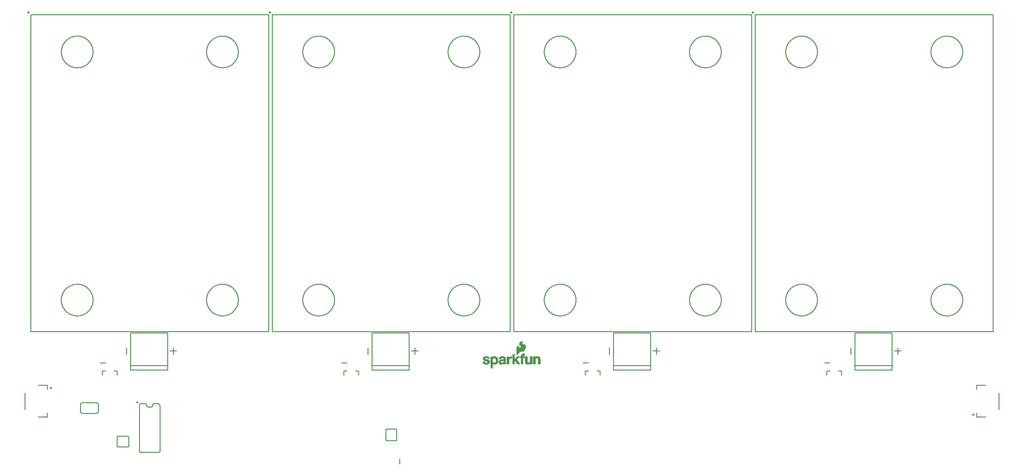
<source format=gto>
G04 EAGLE Gerber RS-274X export*
G75*
%MOMM*%
%FSLAX34Y34*%
%LPD*%
%INSilkscreen Top*%
%IPPOS*%
%AMOC8*
5,1,8,0,0,1.08239X$1,22.5*%
G01*
%ADD10C,0.203200*%
%ADD11C,0.152400*%
%ADD12C,0.127000*%

G36*
X936136Y214086D02*
X936136Y214086D01*
X936163Y214083D01*
X936220Y214105D01*
X936279Y214119D01*
X936299Y214136D01*
X936325Y214146D01*
X936383Y214205D01*
X936412Y214229D01*
X936417Y214239D01*
X936426Y214249D01*
X936606Y214518D01*
X936879Y214791D01*
X936891Y214811D01*
X936914Y214832D01*
X937198Y215210D01*
X937679Y215691D01*
X937687Y215704D01*
X937702Y215717D01*
X938191Y216303D01*
X938779Y216891D01*
X938793Y216914D01*
X938819Y216939D01*
X939301Y217614D01*
X940579Y218891D01*
X940587Y218904D01*
X940602Y218917D01*
X941078Y219487D01*
X942028Y220247D01*
X942444Y220497D01*
X942941Y220580D01*
X944810Y220580D01*
X944836Y220586D01*
X944873Y220585D01*
X946073Y220785D01*
X946088Y220792D01*
X946110Y220793D01*
X947210Y221093D01*
X947227Y221102D01*
X947251Y221107D01*
X948251Y221507D01*
X948273Y221522D01*
X948306Y221534D01*
X949306Y222134D01*
X949326Y222154D01*
X949360Y222174D01*
X950160Y222874D01*
X950167Y222883D01*
X950179Y222891D01*
X950979Y223691D01*
X950990Y223709D01*
X951010Y223727D01*
X951710Y224627D01*
X951721Y224650D01*
X951742Y224675D01*
X952742Y226475D01*
X952752Y226510D01*
X952776Y226558D01*
X953276Y228358D01*
X953278Y228392D01*
X953290Y228439D01*
X953390Y230239D01*
X953383Y230275D01*
X953384Y230330D01*
X953084Y231930D01*
X953073Y231954D01*
X953068Y231988D01*
X952568Y233388D01*
X952552Y233413D01*
X952538Y233452D01*
X951838Y234652D01*
X951817Y234674D01*
X951794Y234713D01*
X950994Y235613D01*
X950990Y235616D01*
X950880Y235700D01*
X950080Y236100D01*
X950070Y236102D01*
X950064Y236107D01*
X950025Y236114D01*
X949982Y236133D01*
X949947Y236132D01*
X949912Y236140D01*
X949861Y236129D01*
X949809Y236127D01*
X949778Y236110D01*
X949743Y236101D01*
X949703Y236069D01*
X949657Y236044D01*
X949636Y236015D01*
X949609Y235992D01*
X949587Y235945D01*
X949557Y235902D01*
X949549Y235861D01*
X949537Y235834D01*
X949537Y235828D01*
X949537Y235826D01*
X949538Y235801D01*
X949530Y235760D01*
X949530Y235022D01*
X949391Y234604D01*
X949242Y234505D01*
X949048Y234440D01*
X948500Y234440D01*
X947801Y234790D01*
X947530Y234971D01*
X947138Y235264D01*
X947129Y235268D01*
X947121Y235276D01*
X946852Y235456D01*
X946623Y235685D01*
X946450Y236030D01*
X946437Y236046D01*
X946426Y236071D01*
X946263Y236316D01*
X946179Y236652D01*
X946173Y236664D01*
X946171Y236680D01*
X946111Y236860D01*
X946162Y237014D01*
X946250Y237190D01*
X946256Y237213D01*
X946271Y237240D01*
X946355Y237492D01*
X946490Y237695D01*
X946811Y237935D01*
X947090Y238075D01*
X947134Y238097D01*
X947585Y238187D01*
X947592Y238191D01*
X947602Y238191D01*
X947957Y238280D01*
X948148Y238280D01*
X948390Y238199D01*
X948427Y238196D01*
X948510Y238180D01*
X948810Y238180D01*
X948835Y238186D01*
X948861Y238183D01*
X948919Y238205D01*
X948979Y238219D01*
X948999Y238236D01*
X949023Y238245D01*
X949065Y238290D01*
X949112Y238329D01*
X949123Y238353D01*
X949140Y238372D01*
X949158Y238431D01*
X949183Y238488D01*
X949182Y238513D01*
X949190Y238538D01*
X949179Y238599D01*
X949177Y238661D01*
X949164Y238683D01*
X949160Y238709D01*
X949112Y238780D01*
X949094Y238813D01*
X949086Y238819D01*
X949079Y238829D01*
X948979Y238929D01*
X948959Y238941D01*
X948938Y238964D01*
X948538Y239264D01*
X948512Y239276D01*
X948480Y239300D01*
X947880Y239600D01*
X947863Y239604D01*
X947844Y239616D01*
X947044Y239916D01*
X947037Y239917D01*
X947030Y239921D01*
X946130Y240221D01*
X946093Y240224D01*
X946010Y240240D01*
X945010Y240240D01*
X944982Y240234D01*
X944942Y240234D01*
X943842Y240034D01*
X943807Y240019D01*
X943728Y239994D01*
X942628Y239394D01*
X942602Y239371D01*
X942557Y239344D01*
X941657Y238544D01*
X941638Y238516D01*
X941601Y238481D01*
X941101Y237781D01*
X941086Y237745D01*
X941049Y237680D01*
X940749Y236780D01*
X940746Y236743D01*
X940730Y236660D01*
X940730Y235860D01*
X940737Y235827D01*
X940739Y235778D01*
X940939Y234878D01*
X940956Y234842D01*
X940978Y234775D01*
X941478Y233875D01*
X941500Y233851D01*
X941524Y233810D01*
X942224Y233010D01*
X942225Y233009D01*
X942226Y233007D01*
X942375Y232839D01*
X942713Y232459D01*
X943024Y232109D01*
X943684Y231355D01*
X943930Y230782D01*
X943930Y230222D01*
X943771Y229745D01*
X943450Y229344D01*
X942954Y229013D01*
X942263Y228840D01*
X941548Y228840D01*
X941119Y228926D01*
X940688Y229098D01*
X940452Y229256D01*
X940223Y229485D01*
X940062Y229806D01*
X939990Y230022D01*
X939990Y230198D01*
X940055Y230392D01*
X940206Y230618D01*
X940515Y230928D01*
X940730Y230999D01*
X940750Y231012D01*
X940780Y231020D01*
X941180Y231220D01*
X941209Y231244D01*
X941279Y231291D01*
X941379Y231391D01*
X941392Y231412D01*
X941411Y231428D01*
X941437Y231485D01*
X941470Y231538D01*
X941473Y231563D01*
X941483Y231586D01*
X941481Y231649D01*
X941487Y231711D01*
X941478Y231734D01*
X941477Y231759D01*
X941447Y231814D01*
X941425Y231873D01*
X941407Y231890D01*
X941395Y231912D01*
X941325Y231966D01*
X941298Y231990D01*
X941289Y231993D01*
X941280Y232000D01*
X941080Y232100D01*
X941065Y232104D01*
X941052Y232113D01*
X940918Y232139D01*
X940912Y232140D01*
X940911Y232140D01*
X940910Y232140D01*
X940757Y232140D01*
X940402Y232229D01*
X940366Y232229D01*
X940310Y232240D01*
X939510Y232240D01*
X939484Y232234D01*
X939448Y232235D01*
X938848Y232135D01*
X938817Y232122D01*
X938769Y232113D01*
X937769Y231713D01*
X937738Y231691D01*
X937682Y231664D01*
X937298Y231376D01*
X936814Y231086D01*
X936800Y231072D01*
X936781Y231063D01*
X936711Y230986D01*
X936690Y230965D01*
X936688Y230960D01*
X936684Y230956D01*
X936384Y230456D01*
X936380Y230443D01*
X936370Y230430D01*
X936070Y229830D01*
X936064Y229807D01*
X936049Y229780D01*
X935849Y229180D01*
X935846Y229147D01*
X935832Y229102D01*
X935632Y227302D01*
X935634Y227283D01*
X935630Y227260D01*
X935630Y214460D01*
X935641Y214410D01*
X935643Y214359D01*
X935661Y214327D01*
X935669Y214291D01*
X935702Y214252D01*
X935726Y214207D01*
X935756Y214186D01*
X935779Y214158D01*
X935826Y214137D01*
X935868Y214107D01*
X935910Y214099D01*
X935938Y214087D01*
X935968Y214088D01*
X936010Y214080D01*
X936110Y214080D01*
X936136Y214086D01*
G37*
G36*
X890385Y188592D02*
X890385Y188592D01*
X890411Y188593D01*
X890465Y188623D01*
X890523Y188645D01*
X890540Y188664D01*
X890563Y188676D01*
X890598Y188727D01*
X890640Y188772D01*
X890648Y188797D01*
X890663Y188818D01*
X890679Y188902D01*
X890690Y188938D01*
X890688Y188948D01*
X890690Y188960D01*
X890690Y198201D01*
X890913Y197922D01*
X890936Y197905D01*
X891014Y197834D01*
X892014Y197234D01*
X892027Y197230D01*
X892040Y197220D01*
X892640Y196920D01*
X892678Y196911D01*
X892748Y196885D01*
X894548Y196585D01*
X894586Y196587D01*
X894660Y196583D01*
X896160Y196783D01*
X896188Y196794D01*
X896230Y196799D01*
X897430Y197199D01*
X897463Y197220D01*
X897534Y197252D01*
X898634Y198052D01*
X898651Y198072D01*
X898679Y198091D01*
X899579Y198991D01*
X899599Y199024D01*
X899644Y199078D01*
X900244Y200178D01*
X900249Y200195D01*
X900261Y200214D01*
X900761Y201414D01*
X900766Y201441D01*
X900781Y201475D01*
X901081Y202775D01*
X901080Y202800D01*
X901089Y202833D01*
X901189Y204233D01*
X901186Y204256D01*
X901189Y204285D01*
X901089Y205785D01*
X901082Y205808D01*
X901082Y205840D01*
X900782Y207240D01*
X900775Y207253D01*
X900773Y207272D01*
X900373Y208572D01*
X900354Y208605D01*
X900331Y208664D01*
X899631Y209764D01*
X899611Y209783D01*
X899593Y209814D01*
X898693Y210814D01*
X898661Y210836D01*
X898614Y210881D01*
X897514Y211581D01*
X897482Y211592D01*
X897438Y211618D01*
X896038Y212118D01*
X895999Y212122D01*
X895935Y212139D01*
X894435Y212239D01*
X894424Y212238D01*
X894410Y212240D01*
X893710Y212240D01*
X893684Y212234D01*
X893648Y212235D01*
X892448Y212035D01*
X892436Y212030D01*
X892314Y211986D01*
X891314Y211386D01*
X891298Y211371D01*
X891272Y211357D01*
X890772Y210957D01*
X890761Y210942D01*
X890741Y210929D01*
X890590Y210778D01*
X890590Y211560D01*
X890590Y211561D01*
X890590Y211562D01*
X890570Y211645D01*
X890551Y211729D01*
X890550Y211730D01*
X890550Y211731D01*
X890496Y211795D01*
X890441Y211862D01*
X890440Y211863D01*
X890439Y211864D01*
X890360Y211899D01*
X890282Y211933D01*
X890281Y211933D01*
X890280Y211934D01*
X890135Y211933D01*
X889135Y211733D01*
X889128Y211729D01*
X889118Y211729D01*
X888727Y211631D01*
X888235Y211533D01*
X888228Y211529D01*
X888218Y211529D01*
X887863Y211440D01*
X887410Y211440D01*
X887380Y211433D01*
X887335Y211433D01*
X886835Y211333D01*
X886828Y211329D01*
X886818Y211329D01*
X886418Y211229D01*
X886414Y211227D01*
X886409Y211227D01*
X886337Y211187D01*
X886264Y211150D01*
X886261Y211146D01*
X886257Y211144D01*
X886210Y211077D01*
X886161Y211010D01*
X886160Y211006D01*
X886157Y211002D01*
X886130Y210860D01*
X886130Y192360D01*
X886132Y192350D01*
X886130Y192340D01*
X886143Y192297D01*
X886143Y192282D01*
X886152Y192266D01*
X886169Y192191D01*
X886176Y192183D01*
X886179Y192174D01*
X886272Y192063D01*
X886756Y191676D01*
X887641Y190791D01*
X887657Y190781D01*
X887672Y190763D01*
X889156Y189576D01*
X890041Y188691D01*
X890063Y188678D01*
X890079Y188658D01*
X890136Y188632D01*
X890188Y188600D01*
X890214Y188597D01*
X890238Y188587D01*
X890299Y188589D01*
X890361Y188583D01*
X890385Y188592D01*
G37*
G36*
X907447Y196588D02*
X907447Y196588D01*
X907530Y196599D01*
X907772Y196680D01*
X908110Y196680D01*
X908147Y196688D01*
X908230Y196699D01*
X908472Y196780D01*
X908710Y196780D01*
X908747Y196788D01*
X908830Y196799D01*
X910030Y197199D01*
X910063Y197219D01*
X910121Y197244D01*
X910379Y197415D01*
X910630Y197499D01*
X910663Y197519D01*
X910721Y197544D01*
X911021Y197744D01*
X911042Y197767D01*
X911079Y197791D01*
X911216Y197928D01*
X911230Y197908D01*
X911230Y197760D01*
X911247Y197686D01*
X911260Y197611D01*
X911267Y197601D01*
X911269Y197591D01*
X911293Y197562D01*
X911341Y197491D01*
X911347Y197485D01*
X911360Y197411D01*
X911367Y197401D01*
X911369Y197391D01*
X911393Y197362D01*
X911441Y197291D01*
X911442Y197290D01*
X911443Y197259D01*
X911461Y197227D01*
X911469Y197191D01*
X911502Y197152D01*
X911526Y197107D01*
X911556Y197086D01*
X911579Y197058D01*
X911626Y197037D01*
X911668Y197007D01*
X911710Y196999D01*
X911738Y196987D01*
X911768Y196988D01*
X911810Y196980D01*
X915710Y196980D01*
X915760Y196991D01*
X915811Y196993D01*
X915843Y197011D01*
X915879Y197019D01*
X915918Y197052D01*
X915963Y197076D01*
X915984Y197106D01*
X916012Y197129D01*
X916033Y197176D01*
X916063Y197218D01*
X916071Y197260D01*
X916083Y197288D01*
X916082Y197318D01*
X916090Y197360D01*
X916090Y197460D01*
X916073Y197534D01*
X916060Y197609D01*
X916053Y197619D01*
X916051Y197629D01*
X916027Y197658D01*
X915979Y197729D01*
X915923Y197785D01*
X915890Y197850D01*
X915890Y198060D01*
X915887Y198075D01*
X915889Y198090D01*
X915852Y198222D01*
X915851Y198229D01*
X915850Y198229D01*
X915850Y198230D01*
X915790Y198350D01*
X915790Y198460D01*
X915787Y198475D01*
X915789Y198490D01*
X915767Y198571D01*
X915766Y198582D01*
X915761Y198592D01*
X915752Y198622D01*
X915751Y198629D01*
X915750Y198629D01*
X915750Y198630D01*
X915690Y198750D01*
X915690Y199560D01*
X915687Y199575D01*
X915689Y199590D01*
X915652Y199722D01*
X915651Y199729D01*
X915650Y199729D01*
X915650Y199730D01*
X915590Y199850D01*
X915590Y208460D01*
X915583Y208490D01*
X915583Y208535D01*
X915483Y209035D01*
X915471Y209061D01*
X915463Y209101D01*
X915263Y209601D01*
X915255Y209613D01*
X915250Y209630D01*
X915050Y210030D01*
X915032Y210052D01*
X915014Y210088D01*
X914714Y210488D01*
X914689Y210509D01*
X914682Y210522D01*
X914667Y210533D01*
X914638Y210564D01*
X913438Y211464D01*
X913403Y211479D01*
X913351Y211513D01*
X912851Y211713D01*
X912822Y211717D01*
X912785Y211733D01*
X912319Y211826D01*
X911851Y212013D01*
X911822Y212017D01*
X911785Y212033D01*
X911285Y212133D01*
X911253Y212132D01*
X911210Y212140D01*
X910648Y212140D01*
X910185Y212233D01*
X910153Y212232D01*
X910110Y212240D01*
X907810Y212240D01*
X907780Y212233D01*
X907735Y212233D01*
X907241Y212134D01*
X906648Y212035D01*
X906624Y212025D01*
X906590Y212021D01*
X906012Y211828D01*
X905535Y211733D01*
X905509Y211721D01*
X905469Y211713D01*
X904969Y211513D01*
X904947Y211498D01*
X904914Y211486D01*
X903914Y210886D01*
X903902Y210874D01*
X903882Y210864D01*
X903482Y210564D01*
X903457Y210534D01*
X903406Y210488D01*
X903106Y210088D01*
X903099Y210072D01*
X903084Y210056D01*
X902794Y209572D01*
X902506Y209188D01*
X902491Y209154D01*
X902449Y209080D01*
X902249Y208480D01*
X902247Y208458D01*
X902239Y208440D01*
X902239Y208435D01*
X902235Y208423D01*
X902035Y207223D01*
X902040Y207141D01*
X902043Y207059D01*
X902046Y207055D01*
X902046Y207050D01*
X902087Y206979D01*
X902126Y206907D01*
X902130Y206904D01*
X902133Y206900D01*
X902201Y206854D01*
X902268Y206807D01*
X902273Y206806D01*
X902277Y206804D01*
X902305Y206800D01*
X902410Y206780D01*
X906310Y206780D01*
X906360Y206791D01*
X906411Y206793D01*
X906443Y206811D01*
X906479Y206819D01*
X906518Y206852D01*
X906563Y206876D01*
X906584Y206906D01*
X906612Y206929D01*
X906633Y206976D01*
X906663Y207018D01*
X906671Y207060D01*
X906683Y207088D01*
X906682Y207118D01*
X906690Y207160D01*
X906690Y207570D01*
X906750Y207690D01*
X906756Y207713D01*
X906771Y207740D01*
X906862Y208014D01*
X906923Y208135D01*
X907235Y208448D01*
X907915Y208787D01*
X908100Y208880D01*
X909720Y208880D01*
X909840Y208820D01*
X909855Y208816D01*
X909868Y208807D01*
X910002Y208781D01*
X910009Y208780D01*
X910010Y208780D01*
X910120Y208780D01*
X910527Y208577D01*
X910570Y208490D01*
X910594Y208461D01*
X910641Y208391D01*
X910698Y208335D01*
X910930Y207870D01*
X910930Y206987D01*
X910751Y206748D01*
X910350Y206508D01*
X909797Y206323D01*
X909131Y206133D01*
X908462Y206037D01*
X906668Y205838D01*
X905768Y205738D01*
X905747Y205730D01*
X905718Y205729D01*
X904918Y205529D01*
X904901Y205520D01*
X904877Y205516D01*
X904077Y205216D01*
X904055Y205201D01*
X904021Y205190D01*
X903321Y204790D01*
X903299Y204770D01*
X903263Y204749D01*
X902563Y204149D01*
X902543Y204122D01*
X902480Y204049D01*
X902080Y203349D01*
X902071Y203319D01*
X902049Y203280D01*
X901749Y202380D01*
X901748Y202363D01*
X901745Y202356D01*
X901745Y202351D01*
X901736Y202328D01*
X901536Y201228D01*
X901536Y201218D01*
X901537Y201085D01*
X901630Y200622D01*
X901630Y200160D01*
X901633Y200145D01*
X901631Y200130D01*
X901668Y199998D01*
X901669Y199991D01*
X901670Y199991D01*
X901670Y199990D01*
X901847Y199636D01*
X901937Y199185D01*
X901938Y199184D01*
X901938Y199183D01*
X901994Y199049D01*
X902194Y198749D01*
X902201Y198742D01*
X902206Y198732D01*
X902500Y198340D01*
X902694Y198049D01*
X902717Y198028D01*
X902741Y197991D01*
X903041Y197691D01*
X903073Y197671D01*
X903140Y197620D01*
X903519Y197431D01*
X903799Y197244D01*
X903819Y197236D01*
X903840Y197220D01*
X904240Y197020D01*
X904254Y197017D01*
X904269Y197007D01*
X904769Y196807D01*
X904791Y196804D01*
X904818Y196791D01*
X905218Y196691D01*
X905254Y196691D01*
X905310Y196680D01*
X905772Y196680D01*
X906235Y196587D01*
X906267Y196588D01*
X906310Y196580D01*
X907410Y196580D01*
X907447Y196588D01*
G37*
G36*
X931960Y196991D02*
X931960Y196991D01*
X932011Y196993D01*
X932043Y197011D01*
X932079Y197019D01*
X932118Y197052D01*
X932163Y197076D01*
X932184Y197106D01*
X932212Y197129D01*
X932233Y197176D01*
X932263Y197218D01*
X932271Y197260D01*
X932283Y197288D01*
X932282Y197318D01*
X932290Y197360D01*
X932290Y202095D01*
X933331Y203066D01*
X936987Y197160D01*
X937010Y197136D01*
X937026Y197107D01*
X937071Y197076D01*
X937109Y197037D01*
X937141Y197027D01*
X937168Y197007D01*
X937236Y196994D01*
X937273Y196982D01*
X937290Y196984D01*
X937310Y196980D01*
X942010Y196980D01*
X942082Y196997D01*
X942154Y197008D01*
X942165Y197016D01*
X942179Y197019D01*
X942235Y197066D01*
X942295Y197109D01*
X942302Y197121D01*
X942312Y197129D01*
X942342Y197197D01*
X942377Y197261D01*
X942378Y197275D01*
X942383Y197288D01*
X942380Y197361D01*
X942383Y197434D01*
X942377Y197448D01*
X942377Y197461D01*
X942358Y197495D01*
X942328Y197568D01*
X936599Y206307D01*
X941676Y211289D01*
X941691Y211312D01*
X941712Y211329D01*
X941737Y211384D01*
X941769Y211435D01*
X941772Y211462D01*
X941783Y211488D01*
X941781Y211548D01*
X941787Y211607D01*
X941778Y211633D01*
X941777Y211661D01*
X941748Y211713D01*
X941727Y211770D01*
X941707Y211789D01*
X941694Y211813D01*
X941645Y211847D01*
X941601Y211889D01*
X941575Y211897D01*
X941552Y211913D01*
X941472Y211928D01*
X941436Y211939D01*
X941424Y211938D01*
X941410Y211940D01*
X936810Y211940D01*
X936732Y211922D01*
X936654Y211907D01*
X936648Y211902D01*
X936641Y211901D01*
X936616Y211880D01*
X936536Y211823D01*
X932290Y207405D01*
X932290Y216860D01*
X932277Y216916D01*
X932273Y216973D01*
X932258Y216999D01*
X932251Y217029D01*
X932214Y217073D01*
X932185Y217123D01*
X932160Y217139D01*
X932141Y217162D01*
X932088Y217186D01*
X932040Y217217D01*
X932010Y217221D01*
X931982Y217233D01*
X931925Y217231D01*
X931868Y217238D01*
X931835Y217228D01*
X931809Y217227D01*
X931779Y217210D01*
X931730Y217195D01*
X927830Y215095D01*
X927796Y215065D01*
X927757Y215044D01*
X927732Y215009D01*
X927700Y214980D01*
X927683Y214939D01*
X927657Y214902D01*
X927648Y214852D01*
X927634Y214820D01*
X927636Y214794D01*
X927630Y214760D01*
X927630Y197360D01*
X927641Y197310D01*
X927643Y197259D01*
X927661Y197227D01*
X927669Y197191D01*
X927702Y197152D01*
X927726Y197107D01*
X927756Y197086D01*
X927779Y197058D01*
X927826Y197037D01*
X927868Y197007D01*
X927910Y196999D01*
X927938Y196987D01*
X927968Y196988D01*
X928010Y196980D01*
X931910Y196980D01*
X931960Y196991D01*
G37*
G36*
X971360Y196991D02*
X971360Y196991D01*
X971411Y196993D01*
X971443Y197011D01*
X971479Y197019D01*
X971518Y197052D01*
X971563Y197076D01*
X971584Y197106D01*
X971612Y197129D01*
X971633Y197176D01*
X971663Y197218D01*
X971671Y197260D01*
X971683Y197288D01*
X971682Y197318D01*
X971690Y197360D01*
X971690Y205739D01*
X971782Y206562D01*
X972049Y207187D01*
X972323Y207642D01*
X972664Y208069D01*
X973044Y208297D01*
X973565Y208384D01*
X974302Y208476D01*
X974841Y208386D01*
X975271Y208300D01*
X975651Y208072D01*
X975894Y207748D01*
X976147Y207326D01*
X976234Y206803D01*
X976333Y206109D01*
X976430Y205336D01*
X976430Y197360D01*
X976441Y197310D01*
X976443Y197259D01*
X976461Y197227D01*
X976469Y197191D01*
X976502Y197152D01*
X976526Y197107D01*
X976556Y197086D01*
X976579Y197058D01*
X976626Y197037D01*
X976668Y197007D01*
X976710Y196999D01*
X976738Y196987D01*
X976768Y196988D01*
X976810Y196980D01*
X980710Y196980D01*
X980760Y196991D01*
X980811Y196993D01*
X980843Y197011D01*
X980879Y197019D01*
X980918Y197052D01*
X980963Y197076D01*
X980984Y197106D01*
X981012Y197129D01*
X981033Y197176D01*
X981063Y197218D01*
X981071Y197260D01*
X981083Y197288D01*
X981082Y197318D01*
X981090Y197360D01*
X981090Y206060D01*
X981087Y206073D01*
X981089Y206089D01*
X980989Y207389D01*
X980984Y207406D01*
X980984Y207428D01*
X980784Y208528D01*
X980777Y208545D01*
X980774Y208569D01*
X980474Y209569D01*
X980455Y209602D01*
X980432Y209662D01*
X979932Y210462D01*
X979908Y210486D01*
X979879Y210529D01*
X979179Y211229D01*
X979146Y211249D01*
X979095Y211292D01*
X978195Y211792D01*
X978160Y211802D01*
X978110Y211827D01*
X977010Y212127D01*
X976979Y212128D01*
X976937Y212139D01*
X975537Y212239D01*
X975525Y212237D01*
X975510Y212240D01*
X974910Y212240D01*
X974884Y212234D01*
X974848Y212235D01*
X974248Y212135D01*
X974224Y212125D01*
X974190Y212121D01*
X972990Y211721D01*
X972957Y211701D01*
X972899Y211676D01*
X972299Y211276D01*
X972289Y211266D01*
X972272Y211257D01*
X971772Y210857D01*
X971761Y210842D01*
X971741Y210829D01*
X971490Y210578D01*
X971490Y211560D01*
X971479Y211610D01*
X971477Y211661D01*
X971459Y211693D01*
X971451Y211729D01*
X971418Y211768D01*
X971394Y211813D01*
X971364Y211834D01*
X971341Y211862D01*
X971294Y211883D01*
X971252Y211913D01*
X971210Y211921D01*
X971182Y211933D01*
X971152Y211932D01*
X971110Y211940D01*
X967410Y211940D01*
X967360Y211929D01*
X967309Y211927D01*
X967277Y211909D01*
X967241Y211901D01*
X967202Y211868D01*
X967157Y211844D01*
X967136Y211814D01*
X967108Y211791D01*
X967087Y211744D01*
X967057Y211702D01*
X967049Y211660D01*
X967037Y211632D01*
X967038Y211602D01*
X967030Y211560D01*
X967030Y197360D01*
X967041Y197310D01*
X967043Y197259D01*
X967061Y197227D01*
X967069Y197191D01*
X967102Y197152D01*
X967126Y197107D01*
X967156Y197086D01*
X967179Y197058D01*
X967226Y197037D01*
X967268Y197007D01*
X967310Y196999D01*
X967338Y196987D01*
X967368Y196988D01*
X967410Y196980D01*
X971310Y196980D01*
X971360Y196991D01*
G37*
G36*
X957218Y196586D02*
X957218Y196586D01*
X957273Y196585D01*
X957867Y196684D01*
X958564Y196784D01*
X958591Y196794D01*
X958630Y196799D01*
X959230Y196999D01*
X959239Y197005D01*
X959251Y197007D01*
X959751Y197207D01*
X959763Y197215D01*
X959780Y197220D01*
X960100Y197380D01*
X960380Y197520D01*
X960405Y197541D01*
X960448Y197563D01*
X960948Y197963D01*
X960969Y197990D01*
X961007Y198022D01*
X961230Y198301D01*
X961230Y197360D01*
X961241Y197310D01*
X961243Y197259D01*
X961261Y197227D01*
X961269Y197191D01*
X961302Y197152D01*
X961326Y197107D01*
X961356Y197086D01*
X961379Y197058D01*
X961426Y197037D01*
X961468Y197007D01*
X961510Y196999D01*
X961538Y196987D01*
X961568Y196988D01*
X961610Y196980D01*
X965310Y196980D01*
X965360Y196991D01*
X965411Y196993D01*
X965443Y197011D01*
X965479Y197019D01*
X965518Y197052D01*
X965563Y197076D01*
X965584Y197106D01*
X965612Y197129D01*
X965633Y197176D01*
X965663Y197218D01*
X965671Y197260D01*
X965683Y197288D01*
X965682Y197318D01*
X965690Y197360D01*
X965690Y211560D01*
X965679Y211610D01*
X965677Y211661D01*
X965659Y211693D01*
X965651Y211729D01*
X965618Y211768D01*
X965594Y211813D01*
X965564Y211834D01*
X965541Y211862D01*
X965494Y211883D01*
X965452Y211913D01*
X965410Y211921D01*
X965382Y211933D01*
X965352Y211932D01*
X965310Y211940D01*
X961410Y211940D01*
X961360Y211929D01*
X961309Y211927D01*
X961277Y211909D01*
X961241Y211901D01*
X961202Y211868D01*
X961157Y211844D01*
X961136Y211814D01*
X961108Y211791D01*
X961087Y211744D01*
X961057Y211702D01*
X961049Y211660D01*
X961037Y211632D01*
X961038Y211602D01*
X961030Y211560D01*
X961030Y203084D01*
X960939Y202360D01*
X960665Y201720D01*
X960398Y201185D01*
X960074Y200862D01*
X959676Y200623D01*
X959155Y200536D01*
X958418Y200444D01*
X957879Y200534D01*
X957449Y200620D01*
X957070Y200848D01*
X956570Y201514D01*
X956486Y202015D01*
X956290Y203584D01*
X956290Y211560D01*
X956279Y211610D01*
X956277Y211661D01*
X956259Y211693D01*
X956251Y211729D01*
X956218Y211768D01*
X956194Y211813D01*
X956164Y211834D01*
X956141Y211862D01*
X956094Y211883D01*
X956052Y211913D01*
X956010Y211921D01*
X955982Y211933D01*
X955952Y211932D01*
X955910Y211940D01*
X952110Y211940D01*
X952060Y211929D01*
X952009Y211927D01*
X951977Y211909D01*
X951941Y211901D01*
X951902Y211868D01*
X951857Y211844D01*
X951836Y211814D01*
X951808Y211791D01*
X951787Y211744D01*
X951757Y211702D01*
X951749Y211660D01*
X951737Y211632D01*
X951738Y211602D01*
X951730Y211560D01*
X951730Y201560D01*
X951736Y201532D01*
X951736Y201492D01*
X951936Y200392D01*
X951943Y200375D01*
X951946Y200351D01*
X952246Y199351D01*
X952262Y199322D01*
X952278Y199275D01*
X952778Y198375D01*
X952797Y198354D01*
X952863Y198271D01*
X953563Y197671D01*
X953591Y197657D01*
X953625Y197628D01*
X954525Y197128D01*
X954550Y197120D01*
X954580Y197103D01*
X955680Y196703D01*
X955719Y196698D01*
X955783Y196681D01*
X957183Y196581D01*
X957218Y196586D01*
G37*
G36*
X879642Y196681D02*
X879642Y196681D01*
X879655Y196685D01*
X879673Y196685D01*
X880873Y196885D01*
X880888Y196892D01*
X880910Y196893D01*
X882010Y197193D01*
X882038Y197208D01*
X882080Y197220D01*
X882400Y197380D01*
X883080Y197720D01*
X883109Y197744D01*
X883160Y197774D01*
X883960Y198474D01*
X883979Y198500D01*
X884014Y198532D01*
X884614Y199332D01*
X884630Y199368D01*
X884667Y199430D01*
X885067Y200530D01*
X885071Y200561D01*
X885086Y200602D01*
X885286Y201902D01*
X885283Y201940D01*
X885288Y202002D01*
X885188Y202902D01*
X885175Y202939D01*
X885160Y203010D01*
X884860Y203710D01*
X884842Y203734D01*
X884826Y203771D01*
X884426Y204371D01*
X884398Y204398D01*
X884353Y204452D01*
X883753Y204952D01*
X883728Y204965D01*
X883699Y204990D01*
X882299Y205790D01*
X882261Y205801D01*
X882193Y205831D01*
X881298Y206030D01*
X878902Y206629D01*
X878882Y206629D01*
X878857Y206637D01*
X878095Y206733D01*
X877556Y206912D01*
X877011Y207185D01*
X876682Y207432D01*
X876460Y207727D01*
X876390Y208007D01*
X876390Y208245D01*
X876654Y208641D01*
X876816Y208695D01*
X877202Y208791D01*
X877214Y208797D01*
X877230Y208799D01*
X877472Y208880D01*
X879037Y208880D01*
X879454Y208713D01*
X879819Y208531D01*
X880036Y208386D01*
X880172Y208182D01*
X880344Y207751D01*
X880437Y207285D01*
X880443Y207273D01*
X880443Y207259D01*
X880479Y207195D01*
X880509Y207128D01*
X880520Y207119D01*
X880526Y207107D01*
X880586Y207065D01*
X880643Y207018D01*
X880657Y207015D01*
X880668Y207007D01*
X880810Y206980D01*
X884510Y206980D01*
X884590Y206998D01*
X884670Y207015D01*
X884674Y207018D01*
X884679Y207019D01*
X884742Y207072D01*
X884806Y207122D01*
X884808Y207126D01*
X884812Y207129D01*
X884846Y207204D01*
X884881Y207278D01*
X884881Y207283D01*
X884883Y207288D01*
X884882Y207315D01*
X884885Y207423D01*
X884685Y208623D01*
X884670Y208659D01*
X884650Y208730D01*
X884150Y209730D01*
X884132Y209752D01*
X884114Y209788D01*
X883514Y210588D01*
X883484Y210613D01*
X883438Y210664D01*
X882638Y211264D01*
X882606Y211278D01*
X882564Y211307D01*
X881664Y211707D01*
X881644Y211711D01*
X881619Y211724D01*
X880619Y212024D01*
X880600Y212025D01*
X880578Y212034D01*
X879478Y212234D01*
X879449Y212233D01*
X879410Y212240D01*
X877110Y212240D01*
X877082Y212234D01*
X877042Y212234D01*
X875942Y212034D01*
X875939Y212033D01*
X875935Y212033D01*
X874935Y211833D01*
X874901Y211817D01*
X874840Y211800D01*
X874740Y211750D01*
X873980Y211370D01*
X873840Y211300D01*
X873812Y211277D01*
X873763Y211249D01*
X873063Y210649D01*
X873048Y210630D01*
X873024Y210610D01*
X872324Y209810D01*
X872308Y209780D01*
X872257Y209701D01*
X871857Y208701D01*
X871851Y208662D01*
X871831Y208592D01*
X871731Y207392D01*
X871736Y207361D01*
X871732Y207318D01*
X871832Y206418D01*
X871842Y206391D01*
X871843Y206366D01*
X871852Y206348D01*
X871861Y206310D01*
X872161Y205610D01*
X872178Y205587D01*
X872194Y205549D01*
X872594Y204949D01*
X872595Y204948D01*
X872596Y204946D01*
X872699Y204844D01*
X873299Y204444D01*
X873310Y204439D01*
X873321Y204430D01*
X874021Y204030D01*
X874040Y204024D01*
X874060Y204011D01*
X874760Y203711D01*
X874768Y203709D01*
X874777Y203704D01*
X875577Y203404D01*
X875600Y203401D01*
X875628Y203389D01*
X876528Y203189D01*
X876531Y203189D01*
X876535Y203187D01*
X877527Y202989D01*
X879104Y202595D01*
X879650Y202412D01*
X880098Y202144D01*
X880410Y201910D01*
X880551Y201627D01*
X880618Y201360D01*
X880467Y200754D01*
X880260Y200548D01*
X879909Y200285D01*
X879577Y200119D01*
X879263Y200040D01*
X878910Y200040D01*
X878874Y200032D01*
X878818Y200029D01*
X878494Y199948D01*
X877979Y200034D01*
X877485Y200133D01*
X877479Y200133D01*
X877473Y200135D01*
X876964Y200220D01*
X876282Y200732D01*
X876044Y201048D01*
X875890Y201433D01*
X875890Y201960D01*
X875879Y202010D01*
X875877Y202061D01*
X875859Y202093D01*
X875851Y202129D01*
X875818Y202168D01*
X875794Y202213D01*
X875764Y202234D01*
X875741Y202262D01*
X875694Y202283D01*
X875652Y202313D01*
X875610Y202321D01*
X875582Y202333D01*
X875552Y202332D01*
X875510Y202340D01*
X871810Y202340D01*
X871733Y202322D01*
X871655Y202307D01*
X871649Y202303D01*
X871641Y202301D01*
X871580Y202250D01*
X871517Y202202D01*
X871513Y202195D01*
X871508Y202191D01*
X871475Y202118D01*
X871440Y202047D01*
X871440Y202039D01*
X871437Y202032D01*
X871438Y201999D01*
X871434Y201902D01*
X871634Y200602D01*
X871647Y200570D01*
X871657Y200519D01*
X872057Y199519D01*
X872079Y199487D01*
X872110Y199427D01*
X872810Y198527D01*
X872834Y198507D01*
X872860Y198474D01*
X873660Y197774D01*
X873693Y197756D01*
X873740Y197720D01*
X874740Y197220D01*
X874770Y197213D01*
X874810Y197193D01*
X875910Y196893D01*
X875927Y196893D01*
X875948Y196885D01*
X877148Y196685D01*
X877162Y196686D01*
X877178Y196681D01*
X878378Y196581D01*
X878405Y196585D01*
X878442Y196581D01*
X879642Y196681D01*
G37*
G36*
X948260Y196991D02*
X948260Y196991D01*
X948311Y196993D01*
X948343Y197011D01*
X948379Y197019D01*
X948418Y197052D01*
X948463Y197076D01*
X948484Y197106D01*
X948512Y197129D01*
X948533Y197176D01*
X948563Y197218D01*
X948571Y197260D01*
X948583Y197288D01*
X948582Y197318D01*
X948590Y197360D01*
X948590Y208580D01*
X950910Y208580D01*
X950960Y208591D01*
X951011Y208593D01*
X951043Y208611D01*
X951079Y208619D01*
X951118Y208652D01*
X951163Y208676D01*
X951184Y208706D01*
X951212Y208729D01*
X951233Y208776D01*
X951263Y208818D01*
X951271Y208860D01*
X951283Y208888D01*
X951282Y208918D01*
X951290Y208960D01*
X951290Y211560D01*
X951279Y211610D01*
X951277Y211661D01*
X951259Y211693D01*
X951251Y211729D01*
X951218Y211768D01*
X951194Y211813D01*
X951164Y211834D01*
X951141Y211862D01*
X951094Y211883D01*
X951052Y211913D01*
X951010Y211921D01*
X950982Y211933D01*
X950952Y211932D01*
X950910Y211940D01*
X948590Y211940D01*
X948590Y212313D01*
X948679Y212668D01*
X948679Y212704D01*
X948690Y212760D01*
X948690Y213070D01*
X948740Y213169D01*
X948870Y213365D01*
X948880Y213370D01*
X949143Y213501D01*
X949457Y213580D01*
X951110Y213580D01*
X951160Y213591D01*
X951211Y213593D01*
X951243Y213611D01*
X951279Y213619D01*
X951318Y213652D01*
X951363Y213676D01*
X951384Y213706D01*
X951412Y213729D01*
X951433Y213776D01*
X951463Y213818D01*
X951471Y213860D01*
X951483Y213888D01*
X951482Y213918D01*
X951490Y213960D01*
X951490Y216760D01*
X951479Y216809D01*
X951477Y216859D01*
X951459Y216892D01*
X951451Y216929D01*
X951419Y216968D01*
X951395Y217012D01*
X951360Y217038D01*
X951341Y217062D01*
X951313Y217075D01*
X951280Y217100D01*
X951080Y217200D01*
X951065Y217204D01*
X951052Y217213D01*
X950918Y217239D01*
X950912Y217240D01*
X950911Y217240D01*
X950910Y217240D01*
X948010Y217240D01*
X947972Y217231D01*
X947901Y217224D01*
X946901Y216924D01*
X946877Y216910D01*
X946840Y216900D01*
X946466Y216713D01*
X946040Y216500D01*
X946020Y216484D01*
X945989Y216469D01*
X945289Y215969D01*
X945264Y215941D01*
X945218Y215903D01*
X944718Y215303D01*
X944700Y215268D01*
X944661Y215210D01*
X944361Y214510D01*
X944359Y214502D01*
X944354Y214494D01*
X944054Y213694D01*
X944051Y213667D01*
X944030Y213560D01*
X944030Y211940D01*
X943210Y211940D01*
X943194Y211937D01*
X943178Y211939D01*
X943111Y211917D01*
X943041Y211901D01*
X943029Y211890D01*
X943013Y211885D01*
X942917Y211798D01*
X942908Y211791D01*
X942907Y211789D01*
X942906Y211788D01*
X942638Y211432D01*
X942282Y211164D01*
X942267Y211146D01*
X942241Y211129D01*
X940660Y209548D01*
X940282Y209264D01*
X940248Y209224D01*
X940208Y209191D01*
X940193Y209158D01*
X940171Y209131D01*
X940158Y209080D01*
X940137Y209032D01*
X940138Y208997D01*
X940130Y208963D01*
X940141Y208912D01*
X940143Y208859D01*
X940160Y208828D01*
X940168Y208794D01*
X940201Y208753D01*
X940226Y208707D01*
X940255Y208687D01*
X940277Y208659D01*
X940325Y208638D01*
X940368Y208607D01*
X940408Y208600D01*
X940435Y208587D01*
X940466Y208588D01*
X940510Y208580D01*
X944030Y208580D01*
X944030Y197360D01*
X944041Y197310D01*
X944043Y197259D01*
X944061Y197227D01*
X944069Y197191D01*
X944102Y197152D01*
X944126Y197107D01*
X944156Y197086D01*
X944179Y197058D01*
X944226Y197037D01*
X944268Y197007D01*
X944310Y196999D01*
X944338Y196987D01*
X944368Y196988D01*
X944410Y196980D01*
X948210Y196980D01*
X948260Y196991D01*
G37*
G36*
X921360Y196991D02*
X921360Y196991D01*
X921411Y196993D01*
X921443Y197011D01*
X921479Y197019D01*
X921518Y197052D01*
X921563Y197076D01*
X921584Y197106D01*
X921612Y197129D01*
X921633Y197176D01*
X921663Y197218D01*
X921671Y197260D01*
X921683Y197288D01*
X921682Y197318D01*
X921690Y197360D01*
X921690Y204618D01*
X921879Y205466D01*
X922063Y206111D01*
X922424Y206742D01*
X922858Y207264D01*
X923453Y207604D01*
X924175Y207784D01*
X925129Y207880D01*
X926120Y207880D01*
X926240Y207820D01*
X926255Y207816D01*
X926268Y207807D01*
X926402Y207781D01*
X926409Y207780D01*
X926410Y207780D01*
X926510Y207780D01*
X926560Y207791D01*
X926611Y207793D01*
X926643Y207811D01*
X926679Y207819D01*
X926718Y207852D01*
X926763Y207876D01*
X926784Y207906D01*
X926812Y207929D01*
X926833Y207976D01*
X926863Y208018D01*
X926871Y208060D01*
X926883Y208088D01*
X926882Y208118D01*
X926890Y208160D01*
X926890Y211760D01*
X926879Y211810D01*
X926877Y211861D01*
X926859Y211893D01*
X926851Y211929D01*
X926818Y211968D01*
X926794Y212013D01*
X926764Y212034D01*
X926741Y212062D01*
X926694Y212083D01*
X926652Y212113D01*
X926610Y212121D01*
X926582Y212133D01*
X926572Y212133D01*
X926514Y212169D01*
X926452Y212213D01*
X926440Y212215D01*
X926432Y212220D01*
X926395Y212224D01*
X926310Y212240D01*
X924910Y212240D01*
X924872Y212231D01*
X924806Y212226D01*
X924106Y212026D01*
X924099Y212022D01*
X924090Y212021D01*
X923490Y211821D01*
X923463Y211804D01*
X923421Y211790D01*
X922721Y211390D01*
X922703Y211373D01*
X922672Y211357D01*
X922172Y210957D01*
X922153Y210932D01*
X922118Y210903D01*
X921618Y210303D01*
X921616Y210300D01*
X921613Y210298D01*
X921490Y210144D01*
X921490Y211560D01*
X921488Y211570D01*
X921490Y211580D01*
X921468Y211654D01*
X921451Y211729D01*
X921444Y211737D01*
X921441Y211747D01*
X921390Y211803D01*
X921341Y211862D01*
X921331Y211867D01*
X921324Y211874D01*
X921253Y211902D01*
X921182Y211933D01*
X921172Y211933D01*
X921162Y211937D01*
X921018Y211929D01*
X920627Y211831D01*
X919635Y211633D01*
X919628Y211629D01*
X919618Y211629D01*
X919227Y211531D01*
X918772Y211440D01*
X918310Y211440D01*
X918274Y211432D01*
X918218Y211429D01*
X917827Y211331D01*
X917335Y211233D01*
X917323Y211227D01*
X917309Y211227D01*
X917245Y211192D01*
X917178Y211161D01*
X917169Y211150D01*
X917157Y211144D01*
X917115Y211084D01*
X917068Y211027D01*
X917065Y211013D01*
X917057Y211002D01*
X917030Y210860D01*
X917030Y197360D01*
X917041Y197310D01*
X917043Y197259D01*
X917061Y197227D01*
X917069Y197191D01*
X917102Y197152D01*
X917126Y197107D01*
X917156Y197086D01*
X917179Y197058D01*
X917226Y197037D01*
X917268Y197007D01*
X917310Y196999D01*
X917338Y196987D01*
X917368Y196988D01*
X917410Y196980D01*
X921310Y196980D01*
X921360Y196991D01*
G37*
%LPC*%
G36*
X892784Y200434D02*
X892784Y200434D01*
X892192Y200604D01*
X891667Y201041D01*
X891231Y201477D01*
X890972Y202082D01*
X890590Y203607D01*
X890590Y205236D01*
X890682Y205968D01*
X890963Y206718D01*
X891238Y207359D01*
X891678Y207887D01*
X892100Y208225D01*
X892802Y208488D01*
X893513Y208577D01*
X894312Y208488D01*
X894928Y208224D01*
X895453Y207874D01*
X895882Y207359D01*
X896157Y206718D01*
X896438Y205968D01*
X896530Y205236D01*
X896530Y203584D01*
X896438Y202852D01*
X896157Y202102D01*
X895881Y201457D01*
X895537Y201028D01*
X895033Y200608D01*
X894340Y200434D01*
X893607Y200343D01*
X892784Y200434D01*
G37*
%LPD*%
%LPC*%
G36*
X907800Y199940D02*
X907800Y199940D01*
X907680Y200000D01*
X907665Y200004D01*
X907652Y200013D01*
X907518Y200039D01*
X907512Y200040D01*
X907511Y200040D01*
X907510Y200040D01*
X907400Y200040D01*
X907280Y200100D01*
X907265Y200104D01*
X907252Y200113D01*
X907118Y200139D01*
X907112Y200140D01*
X907111Y200140D01*
X907110Y200140D01*
X907000Y200140D01*
X906735Y200273D01*
X906679Y200329D01*
X906647Y200349D01*
X906580Y200400D01*
X906493Y200443D01*
X906450Y200530D01*
X906426Y200559D01*
X906379Y200629D01*
X906323Y200685D01*
X906290Y200750D01*
X906290Y200860D01*
X906282Y200897D01*
X906271Y200980D01*
X906190Y201222D01*
X906190Y201570D01*
X906250Y201690D01*
X906254Y201705D01*
X906263Y201718D01*
X906289Y201852D01*
X906290Y201859D01*
X906290Y201860D01*
X906290Y201970D01*
X906493Y202377D01*
X906580Y202420D01*
X906609Y202444D01*
X906679Y202491D01*
X906735Y202548D01*
X907047Y202703D01*
X907080Y202720D01*
X907109Y202744D01*
X907179Y202791D01*
X907235Y202848D01*
X907356Y202908D01*
X907572Y202980D01*
X907710Y202980D01*
X907725Y202983D01*
X907740Y202981D01*
X907872Y203018D01*
X907879Y203019D01*
X907879Y203020D01*
X907880Y203020D01*
X908000Y203080D01*
X908310Y203080D01*
X908347Y203088D01*
X908430Y203099D01*
X908672Y203180D01*
X909010Y203180D01*
X909047Y203188D01*
X909130Y203199D01*
X909372Y203280D01*
X909510Y203280D01*
X909525Y203283D01*
X909540Y203281D01*
X909672Y203318D01*
X909679Y203319D01*
X909679Y203320D01*
X909680Y203320D01*
X909800Y203380D01*
X910110Y203380D01*
X910125Y203383D01*
X910140Y203381D01*
X910272Y203418D01*
X910279Y203419D01*
X910279Y203420D01*
X910280Y203420D01*
X910368Y203464D01*
X910400Y203480D01*
X910510Y203480D01*
X910525Y203483D01*
X910540Y203481D01*
X910672Y203518D01*
X910679Y203519D01*
X910679Y203520D01*
X910680Y203520D01*
X910930Y203645D01*
X910930Y202022D01*
X910858Y201806D01*
X910770Y201630D01*
X910764Y201607D01*
X910749Y201580D01*
X910578Y201065D01*
X910441Y200929D01*
X910425Y200902D01*
X910394Y200871D01*
X910215Y200602D01*
X910068Y200456D01*
X909854Y200313D01*
X909518Y200229D01*
X909488Y200213D01*
X909440Y200200D01*
X909120Y200040D01*
X908710Y200040D01*
X908680Y200033D01*
X908635Y200033D01*
X908172Y199940D01*
X907800Y199940D01*
G37*
%LPD*%
D10*
X1528763Y200025D02*
X1519238Y200025D01*
X714375Y17463D02*
X714375Y7938D01*
X1062038Y200025D02*
X1071563Y200025D01*
X614363Y200025D02*
X604838Y200025D01*
X157163Y200025D02*
X147638Y200025D01*
X1849400Y142000D02*
X1849400Y112000D01*
X1823400Y97000D02*
X1806900Y97000D01*
X1806900Y149500D02*
X1806900Y157000D01*
X1823400Y157000D01*
X1806900Y104500D02*
X1806900Y97000D01*
X1799384Y102000D02*
X1799386Y102063D01*
X1799392Y102126D01*
X1799402Y102189D01*
X1799415Y102250D01*
X1799433Y102311D01*
X1799454Y102370D01*
X1799479Y102429D01*
X1799507Y102485D01*
X1799539Y102540D01*
X1799574Y102592D01*
X1799613Y102642D01*
X1799654Y102690D01*
X1799699Y102735D01*
X1799746Y102777D01*
X1799795Y102816D01*
X1799847Y102852D01*
X1799901Y102885D01*
X1799957Y102914D01*
X1800015Y102940D01*
X1800074Y102962D01*
X1800134Y102981D01*
X1800196Y102995D01*
X1800258Y103006D01*
X1800321Y103013D01*
X1800384Y103016D01*
X1800447Y103015D01*
X1800510Y103010D01*
X1800573Y103001D01*
X1800635Y102988D01*
X1800696Y102972D01*
X1800756Y102952D01*
X1800814Y102928D01*
X1800871Y102900D01*
X1800926Y102869D01*
X1800979Y102835D01*
X1801030Y102797D01*
X1801078Y102756D01*
X1801124Y102713D01*
X1801167Y102666D01*
X1801207Y102617D01*
X1801244Y102566D01*
X1801277Y102513D01*
X1801307Y102457D01*
X1801334Y102400D01*
X1801357Y102341D01*
X1801376Y102281D01*
X1801392Y102219D01*
X1801404Y102157D01*
X1801412Y102095D01*
X1801416Y102032D01*
X1801416Y101968D01*
X1801412Y101905D01*
X1801404Y101843D01*
X1801392Y101781D01*
X1801376Y101719D01*
X1801357Y101659D01*
X1801334Y101600D01*
X1801307Y101543D01*
X1801277Y101487D01*
X1801244Y101434D01*
X1801207Y101383D01*
X1801167Y101334D01*
X1801124Y101287D01*
X1801078Y101244D01*
X1801030Y101203D01*
X1800979Y101165D01*
X1800926Y101131D01*
X1800871Y101100D01*
X1800814Y101072D01*
X1800756Y101048D01*
X1800696Y101028D01*
X1800635Y101012D01*
X1800573Y100999D01*
X1800510Y100990D01*
X1800447Y100985D01*
X1800384Y100984D01*
X1800321Y100987D01*
X1800258Y100994D01*
X1800196Y101005D01*
X1800134Y101019D01*
X1800074Y101038D01*
X1800015Y101060D01*
X1799957Y101086D01*
X1799901Y101115D01*
X1799847Y101148D01*
X1799795Y101184D01*
X1799746Y101223D01*
X1799699Y101265D01*
X1799654Y101310D01*
X1799613Y101358D01*
X1799574Y101408D01*
X1799539Y101460D01*
X1799507Y101515D01*
X1799479Y101571D01*
X1799454Y101630D01*
X1799433Y101689D01*
X1799415Y101750D01*
X1799402Y101811D01*
X1799392Y101874D01*
X1799386Y101937D01*
X1799384Y102000D01*
X4800Y112000D02*
X4800Y142000D01*
X30800Y157000D02*
X47300Y157000D01*
X47300Y104500D02*
X47300Y97000D01*
X30800Y97000D01*
X47300Y149500D02*
X47300Y157000D01*
X52784Y152000D02*
X52786Y152063D01*
X52792Y152126D01*
X52802Y152189D01*
X52815Y152250D01*
X52833Y152311D01*
X52854Y152370D01*
X52879Y152429D01*
X52907Y152485D01*
X52939Y152540D01*
X52974Y152592D01*
X53013Y152642D01*
X53054Y152690D01*
X53099Y152735D01*
X53146Y152777D01*
X53195Y152816D01*
X53247Y152852D01*
X53301Y152885D01*
X53357Y152914D01*
X53415Y152940D01*
X53474Y152962D01*
X53534Y152981D01*
X53596Y152995D01*
X53658Y153006D01*
X53721Y153013D01*
X53784Y153016D01*
X53847Y153015D01*
X53910Y153010D01*
X53973Y153001D01*
X54035Y152988D01*
X54096Y152972D01*
X54156Y152952D01*
X54214Y152928D01*
X54271Y152900D01*
X54326Y152869D01*
X54379Y152835D01*
X54430Y152797D01*
X54478Y152756D01*
X54524Y152713D01*
X54567Y152666D01*
X54607Y152617D01*
X54644Y152566D01*
X54677Y152513D01*
X54707Y152457D01*
X54734Y152400D01*
X54757Y152341D01*
X54776Y152281D01*
X54792Y152219D01*
X54804Y152157D01*
X54812Y152095D01*
X54816Y152032D01*
X54816Y151968D01*
X54812Y151905D01*
X54804Y151843D01*
X54792Y151781D01*
X54776Y151719D01*
X54757Y151659D01*
X54734Y151600D01*
X54707Y151543D01*
X54677Y151487D01*
X54644Y151434D01*
X54607Y151383D01*
X54567Y151334D01*
X54524Y151287D01*
X54478Y151244D01*
X54430Y151203D01*
X54379Y151165D01*
X54326Y151131D01*
X54271Y151100D01*
X54214Y151072D01*
X54156Y151048D01*
X54096Y151028D01*
X54035Y151012D01*
X53973Y150999D01*
X53910Y150990D01*
X53847Y150985D01*
X53784Y150984D01*
X53721Y150987D01*
X53658Y150994D01*
X53596Y151005D01*
X53534Y151019D01*
X53474Y151038D01*
X53415Y151060D01*
X53357Y151086D01*
X53301Y151115D01*
X53247Y151148D01*
X53195Y151184D01*
X53146Y151223D01*
X53099Y151265D01*
X53054Y151310D01*
X53013Y151358D01*
X52974Y151408D01*
X52939Y151460D01*
X52907Y151515D01*
X52879Y151571D01*
X52854Y151630D01*
X52833Y151689D01*
X52815Y151750D01*
X52802Y151811D01*
X52792Y151874D01*
X52786Y151937D01*
X52784Y152000D01*
D11*
X688340Y72136D02*
X688340Y54864D01*
X706120Y52324D02*
X706220Y52326D01*
X706319Y52332D01*
X706419Y52342D01*
X706517Y52355D01*
X706616Y52373D01*
X706713Y52394D01*
X706809Y52419D01*
X706905Y52448D01*
X706999Y52481D01*
X707092Y52517D01*
X707183Y52557D01*
X707273Y52601D01*
X707361Y52648D01*
X707447Y52698D01*
X707531Y52752D01*
X707613Y52809D01*
X707692Y52869D01*
X707770Y52933D01*
X707844Y52999D01*
X707916Y53068D01*
X707985Y53140D01*
X708051Y53214D01*
X708115Y53292D01*
X708175Y53371D01*
X708232Y53453D01*
X708286Y53537D01*
X708336Y53623D01*
X708383Y53711D01*
X708427Y53801D01*
X708467Y53892D01*
X708503Y53985D01*
X708536Y54079D01*
X708565Y54175D01*
X708590Y54271D01*
X708611Y54368D01*
X708629Y54467D01*
X708642Y54565D01*
X708652Y54665D01*
X708658Y54764D01*
X708660Y54864D01*
X708660Y72136D02*
X708658Y72236D01*
X708652Y72335D01*
X708642Y72435D01*
X708629Y72533D01*
X708611Y72632D01*
X708590Y72729D01*
X708565Y72825D01*
X708536Y72921D01*
X708503Y73015D01*
X708467Y73108D01*
X708427Y73199D01*
X708383Y73289D01*
X708336Y73377D01*
X708286Y73463D01*
X708232Y73547D01*
X708175Y73629D01*
X708115Y73708D01*
X708051Y73786D01*
X707985Y73860D01*
X707916Y73932D01*
X707844Y74001D01*
X707770Y74067D01*
X707692Y74131D01*
X707613Y74191D01*
X707531Y74248D01*
X707447Y74302D01*
X707361Y74352D01*
X707273Y74399D01*
X707183Y74443D01*
X707092Y74483D01*
X706999Y74519D01*
X706905Y74552D01*
X706809Y74581D01*
X706713Y74606D01*
X706616Y74627D01*
X706517Y74645D01*
X706419Y74658D01*
X706319Y74668D01*
X706220Y74674D01*
X706120Y74676D01*
X690880Y74676D02*
X690780Y74674D01*
X690681Y74668D01*
X690581Y74658D01*
X690483Y74645D01*
X690384Y74627D01*
X690287Y74606D01*
X690191Y74581D01*
X690095Y74552D01*
X690001Y74519D01*
X689908Y74483D01*
X689817Y74443D01*
X689727Y74399D01*
X689639Y74352D01*
X689553Y74302D01*
X689469Y74248D01*
X689387Y74191D01*
X689308Y74131D01*
X689230Y74067D01*
X689156Y74001D01*
X689084Y73932D01*
X689015Y73860D01*
X688949Y73786D01*
X688885Y73708D01*
X688825Y73629D01*
X688768Y73547D01*
X688714Y73463D01*
X688664Y73377D01*
X688617Y73289D01*
X688573Y73199D01*
X688533Y73108D01*
X688497Y73015D01*
X688464Y72921D01*
X688435Y72825D01*
X688410Y72729D01*
X688389Y72632D01*
X688371Y72533D01*
X688358Y72435D01*
X688348Y72335D01*
X688342Y72236D01*
X688340Y72136D01*
X688340Y54864D02*
X688342Y54764D01*
X688348Y54665D01*
X688358Y54565D01*
X688371Y54467D01*
X688389Y54368D01*
X688410Y54271D01*
X688435Y54175D01*
X688464Y54079D01*
X688497Y53985D01*
X688533Y53892D01*
X688573Y53801D01*
X688617Y53711D01*
X688664Y53623D01*
X688714Y53537D01*
X688768Y53453D01*
X688825Y53371D01*
X688885Y53292D01*
X688949Y53214D01*
X689015Y53140D01*
X689084Y53068D01*
X689156Y52999D01*
X689230Y52933D01*
X689308Y52869D01*
X689387Y52809D01*
X689469Y52752D01*
X689553Y52698D01*
X689639Y52648D01*
X689727Y52601D01*
X689817Y52557D01*
X689908Y52517D01*
X690001Y52481D01*
X690095Y52448D01*
X690191Y52419D01*
X690287Y52394D01*
X690384Y52373D01*
X690483Y52355D01*
X690581Y52342D01*
X690681Y52332D01*
X690780Y52326D01*
X690880Y52324D01*
X706120Y52324D01*
X706120Y74676D02*
X690880Y74676D01*
X708660Y72136D02*
X708660Y54864D01*
X199136Y60960D02*
X181864Y60960D01*
X179324Y43180D02*
X179326Y43080D01*
X179332Y42981D01*
X179342Y42881D01*
X179355Y42783D01*
X179373Y42684D01*
X179394Y42587D01*
X179419Y42491D01*
X179448Y42395D01*
X179481Y42301D01*
X179517Y42208D01*
X179557Y42117D01*
X179601Y42027D01*
X179648Y41939D01*
X179698Y41853D01*
X179752Y41769D01*
X179809Y41687D01*
X179869Y41608D01*
X179933Y41530D01*
X179999Y41456D01*
X180068Y41384D01*
X180140Y41315D01*
X180214Y41249D01*
X180292Y41185D01*
X180371Y41125D01*
X180453Y41068D01*
X180537Y41014D01*
X180623Y40964D01*
X180711Y40917D01*
X180801Y40873D01*
X180892Y40833D01*
X180985Y40797D01*
X181079Y40764D01*
X181175Y40735D01*
X181271Y40710D01*
X181368Y40689D01*
X181467Y40671D01*
X181565Y40658D01*
X181665Y40648D01*
X181764Y40642D01*
X181864Y40640D01*
X199136Y40640D02*
X199236Y40642D01*
X199335Y40648D01*
X199435Y40658D01*
X199533Y40671D01*
X199632Y40689D01*
X199729Y40710D01*
X199825Y40735D01*
X199921Y40764D01*
X200015Y40797D01*
X200108Y40833D01*
X200199Y40873D01*
X200289Y40917D01*
X200377Y40964D01*
X200463Y41014D01*
X200547Y41068D01*
X200629Y41125D01*
X200708Y41185D01*
X200786Y41249D01*
X200860Y41315D01*
X200932Y41384D01*
X201001Y41456D01*
X201067Y41530D01*
X201131Y41608D01*
X201191Y41687D01*
X201248Y41769D01*
X201302Y41853D01*
X201352Y41939D01*
X201399Y42027D01*
X201443Y42117D01*
X201483Y42208D01*
X201519Y42301D01*
X201552Y42395D01*
X201581Y42491D01*
X201606Y42587D01*
X201627Y42684D01*
X201645Y42783D01*
X201658Y42881D01*
X201668Y42981D01*
X201674Y43080D01*
X201676Y43180D01*
X201676Y58420D02*
X201674Y58520D01*
X201668Y58619D01*
X201658Y58719D01*
X201645Y58817D01*
X201627Y58916D01*
X201606Y59013D01*
X201581Y59109D01*
X201552Y59205D01*
X201519Y59299D01*
X201483Y59392D01*
X201443Y59483D01*
X201399Y59573D01*
X201352Y59661D01*
X201302Y59747D01*
X201248Y59831D01*
X201191Y59913D01*
X201131Y59992D01*
X201067Y60070D01*
X201001Y60144D01*
X200932Y60216D01*
X200860Y60285D01*
X200786Y60351D01*
X200708Y60415D01*
X200629Y60475D01*
X200547Y60532D01*
X200463Y60586D01*
X200377Y60636D01*
X200289Y60683D01*
X200199Y60727D01*
X200108Y60767D01*
X200015Y60803D01*
X199921Y60836D01*
X199825Y60865D01*
X199729Y60890D01*
X199632Y60911D01*
X199533Y60929D01*
X199435Y60942D01*
X199335Y60952D01*
X199236Y60958D01*
X199136Y60960D01*
X181864Y60960D02*
X181764Y60958D01*
X181665Y60952D01*
X181565Y60942D01*
X181467Y60929D01*
X181368Y60911D01*
X181271Y60890D01*
X181175Y60865D01*
X181079Y60836D01*
X180985Y60803D01*
X180892Y60767D01*
X180801Y60727D01*
X180711Y60683D01*
X180623Y60636D01*
X180537Y60586D01*
X180453Y60532D01*
X180371Y60475D01*
X180292Y60415D01*
X180214Y60351D01*
X180140Y60285D01*
X180068Y60216D01*
X179999Y60144D01*
X179933Y60070D01*
X179869Y59992D01*
X179809Y59913D01*
X179752Y59831D01*
X179698Y59747D01*
X179648Y59661D01*
X179601Y59573D01*
X179557Y59483D01*
X179517Y59392D01*
X179481Y59299D01*
X179448Y59205D01*
X179419Y59109D01*
X179394Y59013D01*
X179373Y58916D01*
X179355Y58817D01*
X179342Y58719D01*
X179332Y58619D01*
X179326Y58520D01*
X179324Y58420D01*
X179324Y43180D01*
X201676Y43180D02*
X201676Y58420D01*
X199136Y40640D02*
X181864Y40640D01*
D12*
X930700Y258800D02*
X930700Y858800D01*
X1380700Y858800D01*
X1380700Y258800D01*
X930700Y258800D01*
D10*
X1263200Y788800D02*
X1263209Y789536D01*
X1263236Y790272D01*
X1263281Y791007D01*
X1263344Y791741D01*
X1263426Y792472D01*
X1263525Y793202D01*
X1263642Y793929D01*
X1263776Y794653D01*
X1263929Y795373D01*
X1264099Y796089D01*
X1264287Y796801D01*
X1264492Y797509D01*
X1264714Y798210D01*
X1264954Y798907D01*
X1265210Y799597D01*
X1265484Y800281D01*
X1265774Y800957D01*
X1266080Y801627D01*
X1266403Y802288D01*
X1266742Y802942D01*
X1267097Y803587D01*
X1267468Y804223D01*
X1267854Y804850D01*
X1268256Y805467D01*
X1268672Y806074D01*
X1269104Y806671D01*
X1269550Y807257D01*
X1270010Y807832D01*
X1270484Y808395D01*
X1270971Y808947D01*
X1271473Y809486D01*
X1271987Y810013D01*
X1272514Y810527D01*
X1273053Y811029D01*
X1273605Y811516D01*
X1274168Y811990D01*
X1274743Y812450D01*
X1275329Y812896D01*
X1275926Y813328D01*
X1276533Y813744D01*
X1277150Y814146D01*
X1277777Y814532D01*
X1278413Y814903D01*
X1279058Y815258D01*
X1279712Y815597D01*
X1280373Y815920D01*
X1281043Y816226D01*
X1281719Y816516D01*
X1282403Y816790D01*
X1283093Y817046D01*
X1283790Y817286D01*
X1284491Y817508D01*
X1285199Y817713D01*
X1285911Y817901D01*
X1286627Y818071D01*
X1287347Y818224D01*
X1288071Y818358D01*
X1288798Y818475D01*
X1289528Y818574D01*
X1290259Y818656D01*
X1290993Y818719D01*
X1291728Y818764D01*
X1292464Y818791D01*
X1293200Y818800D01*
X1293936Y818791D01*
X1294672Y818764D01*
X1295407Y818719D01*
X1296141Y818656D01*
X1296872Y818574D01*
X1297602Y818475D01*
X1298329Y818358D01*
X1299053Y818224D01*
X1299773Y818071D01*
X1300489Y817901D01*
X1301201Y817713D01*
X1301909Y817508D01*
X1302610Y817286D01*
X1303307Y817046D01*
X1303997Y816790D01*
X1304681Y816516D01*
X1305357Y816226D01*
X1306027Y815920D01*
X1306688Y815597D01*
X1307342Y815258D01*
X1307987Y814903D01*
X1308623Y814532D01*
X1309250Y814146D01*
X1309867Y813744D01*
X1310474Y813328D01*
X1311071Y812896D01*
X1311657Y812450D01*
X1312232Y811990D01*
X1312795Y811516D01*
X1313347Y811029D01*
X1313886Y810527D01*
X1314413Y810013D01*
X1314927Y809486D01*
X1315429Y808947D01*
X1315916Y808395D01*
X1316390Y807832D01*
X1316850Y807257D01*
X1317296Y806671D01*
X1317728Y806074D01*
X1318144Y805467D01*
X1318546Y804850D01*
X1318932Y804223D01*
X1319303Y803587D01*
X1319658Y802942D01*
X1319997Y802288D01*
X1320320Y801627D01*
X1320626Y800957D01*
X1320916Y800281D01*
X1321190Y799597D01*
X1321446Y798907D01*
X1321686Y798210D01*
X1321908Y797509D01*
X1322113Y796801D01*
X1322301Y796089D01*
X1322471Y795373D01*
X1322624Y794653D01*
X1322758Y793929D01*
X1322875Y793202D01*
X1322974Y792472D01*
X1323056Y791741D01*
X1323119Y791007D01*
X1323164Y790272D01*
X1323191Y789536D01*
X1323200Y788800D01*
X1323191Y788064D01*
X1323164Y787328D01*
X1323119Y786593D01*
X1323056Y785859D01*
X1322974Y785128D01*
X1322875Y784398D01*
X1322758Y783671D01*
X1322624Y782947D01*
X1322471Y782227D01*
X1322301Y781511D01*
X1322113Y780799D01*
X1321908Y780091D01*
X1321686Y779390D01*
X1321446Y778693D01*
X1321190Y778003D01*
X1320916Y777319D01*
X1320626Y776643D01*
X1320320Y775973D01*
X1319997Y775312D01*
X1319658Y774658D01*
X1319303Y774013D01*
X1318932Y773377D01*
X1318546Y772750D01*
X1318144Y772133D01*
X1317728Y771526D01*
X1317296Y770929D01*
X1316850Y770343D01*
X1316390Y769768D01*
X1315916Y769205D01*
X1315429Y768653D01*
X1314927Y768114D01*
X1314413Y767587D01*
X1313886Y767073D01*
X1313347Y766571D01*
X1312795Y766084D01*
X1312232Y765610D01*
X1311657Y765150D01*
X1311071Y764704D01*
X1310474Y764272D01*
X1309867Y763856D01*
X1309250Y763454D01*
X1308623Y763068D01*
X1307987Y762697D01*
X1307342Y762342D01*
X1306688Y762003D01*
X1306027Y761680D01*
X1305357Y761374D01*
X1304681Y761084D01*
X1303997Y760810D01*
X1303307Y760554D01*
X1302610Y760314D01*
X1301909Y760092D01*
X1301201Y759887D01*
X1300489Y759699D01*
X1299773Y759529D01*
X1299053Y759376D01*
X1298329Y759242D01*
X1297602Y759125D01*
X1296872Y759026D01*
X1296141Y758944D01*
X1295407Y758881D01*
X1294672Y758836D01*
X1293936Y758809D01*
X1293200Y758800D01*
X1292464Y758809D01*
X1291728Y758836D01*
X1290993Y758881D01*
X1290259Y758944D01*
X1289528Y759026D01*
X1288798Y759125D01*
X1288071Y759242D01*
X1287347Y759376D01*
X1286627Y759529D01*
X1285911Y759699D01*
X1285199Y759887D01*
X1284491Y760092D01*
X1283790Y760314D01*
X1283093Y760554D01*
X1282403Y760810D01*
X1281719Y761084D01*
X1281043Y761374D01*
X1280373Y761680D01*
X1279712Y762003D01*
X1279058Y762342D01*
X1278413Y762697D01*
X1277777Y763068D01*
X1277150Y763454D01*
X1276533Y763856D01*
X1275926Y764272D01*
X1275329Y764704D01*
X1274743Y765150D01*
X1274168Y765610D01*
X1273605Y766084D01*
X1273053Y766571D01*
X1272514Y767073D01*
X1271987Y767587D01*
X1271473Y768114D01*
X1270971Y768653D01*
X1270484Y769205D01*
X1270010Y769768D01*
X1269550Y770343D01*
X1269104Y770929D01*
X1268672Y771526D01*
X1268256Y772133D01*
X1267854Y772750D01*
X1267468Y773377D01*
X1267097Y774013D01*
X1266742Y774658D01*
X1266403Y775312D01*
X1266080Y775973D01*
X1265774Y776643D01*
X1265484Y777319D01*
X1265210Y778003D01*
X1264954Y778693D01*
X1264714Y779390D01*
X1264492Y780091D01*
X1264287Y780799D01*
X1264099Y781511D01*
X1263929Y782227D01*
X1263776Y782947D01*
X1263642Y783671D01*
X1263525Y784398D01*
X1263426Y785128D01*
X1263344Y785859D01*
X1263281Y786593D01*
X1263236Y787328D01*
X1263209Y788064D01*
X1263200Y788800D01*
X924844Y863720D02*
X924846Y863783D01*
X924852Y863846D01*
X924862Y863909D01*
X924875Y863970D01*
X924893Y864031D01*
X924914Y864090D01*
X924939Y864149D01*
X924967Y864205D01*
X924999Y864260D01*
X925034Y864312D01*
X925073Y864362D01*
X925114Y864410D01*
X925159Y864455D01*
X925206Y864497D01*
X925255Y864536D01*
X925307Y864572D01*
X925361Y864605D01*
X925417Y864634D01*
X925475Y864660D01*
X925534Y864682D01*
X925594Y864701D01*
X925656Y864715D01*
X925718Y864726D01*
X925781Y864733D01*
X925844Y864736D01*
X925907Y864735D01*
X925970Y864730D01*
X926033Y864721D01*
X926095Y864708D01*
X926156Y864692D01*
X926216Y864672D01*
X926274Y864648D01*
X926331Y864620D01*
X926386Y864589D01*
X926439Y864555D01*
X926490Y864517D01*
X926538Y864476D01*
X926584Y864433D01*
X926627Y864386D01*
X926667Y864337D01*
X926704Y864286D01*
X926737Y864233D01*
X926767Y864177D01*
X926794Y864120D01*
X926817Y864061D01*
X926836Y864001D01*
X926852Y863939D01*
X926864Y863877D01*
X926872Y863815D01*
X926876Y863752D01*
X926876Y863688D01*
X926872Y863625D01*
X926864Y863563D01*
X926852Y863501D01*
X926836Y863439D01*
X926817Y863379D01*
X926794Y863320D01*
X926767Y863263D01*
X926737Y863207D01*
X926704Y863154D01*
X926667Y863103D01*
X926627Y863054D01*
X926584Y863007D01*
X926538Y862964D01*
X926490Y862923D01*
X926439Y862885D01*
X926386Y862851D01*
X926331Y862820D01*
X926274Y862792D01*
X926216Y862768D01*
X926156Y862748D01*
X926095Y862732D01*
X926033Y862719D01*
X925970Y862710D01*
X925907Y862705D01*
X925844Y862704D01*
X925781Y862707D01*
X925718Y862714D01*
X925656Y862725D01*
X925594Y862739D01*
X925534Y862758D01*
X925475Y862780D01*
X925417Y862806D01*
X925361Y862835D01*
X925307Y862868D01*
X925255Y862904D01*
X925206Y862943D01*
X925159Y862985D01*
X925114Y863030D01*
X925073Y863078D01*
X925034Y863128D01*
X924999Y863180D01*
X924967Y863235D01*
X924939Y863291D01*
X924914Y863350D01*
X924893Y863409D01*
X924875Y863470D01*
X924862Y863531D01*
X924852Y863594D01*
X924846Y863657D01*
X924844Y863720D01*
X988200Y788800D02*
X988209Y789536D01*
X988236Y790272D01*
X988281Y791007D01*
X988344Y791741D01*
X988426Y792472D01*
X988525Y793202D01*
X988642Y793929D01*
X988776Y794653D01*
X988929Y795373D01*
X989099Y796089D01*
X989287Y796801D01*
X989492Y797509D01*
X989714Y798210D01*
X989954Y798907D01*
X990210Y799597D01*
X990484Y800281D01*
X990774Y800957D01*
X991080Y801627D01*
X991403Y802288D01*
X991742Y802942D01*
X992097Y803587D01*
X992468Y804223D01*
X992854Y804850D01*
X993256Y805467D01*
X993672Y806074D01*
X994104Y806671D01*
X994550Y807257D01*
X995010Y807832D01*
X995484Y808395D01*
X995971Y808947D01*
X996473Y809486D01*
X996987Y810013D01*
X997514Y810527D01*
X998053Y811029D01*
X998605Y811516D01*
X999168Y811990D01*
X999743Y812450D01*
X1000329Y812896D01*
X1000926Y813328D01*
X1001533Y813744D01*
X1002150Y814146D01*
X1002777Y814532D01*
X1003413Y814903D01*
X1004058Y815258D01*
X1004712Y815597D01*
X1005373Y815920D01*
X1006043Y816226D01*
X1006719Y816516D01*
X1007403Y816790D01*
X1008093Y817046D01*
X1008790Y817286D01*
X1009491Y817508D01*
X1010199Y817713D01*
X1010911Y817901D01*
X1011627Y818071D01*
X1012347Y818224D01*
X1013071Y818358D01*
X1013798Y818475D01*
X1014528Y818574D01*
X1015259Y818656D01*
X1015993Y818719D01*
X1016728Y818764D01*
X1017464Y818791D01*
X1018200Y818800D01*
X1018936Y818791D01*
X1019672Y818764D01*
X1020407Y818719D01*
X1021141Y818656D01*
X1021872Y818574D01*
X1022602Y818475D01*
X1023329Y818358D01*
X1024053Y818224D01*
X1024773Y818071D01*
X1025489Y817901D01*
X1026201Y817713D01*
X1026909Y817508D01*
X1027610Y817286D01*
X1028307Y817046D01*
X1028997Y816790D01*
X1029681Y816516D01*
X1030357Y816226D01*
X1031027Y815920D01*
X1031688Y815597D01*
X1032342Y815258D01*
X1032987Y814903D01*
X1033623Y814532D01*
X1034250Y814146D01*
X1034867Y813744D01*
X1035474Y813328D01*
X1036071Y812896D01*
X1036657Y812450D01*
X1037232Y811990D01*
X1037795Y811516D01*
X1038347Y811029D01*
X1038886Y810527D01*
X1039413Y810013D01*
X1039927Y809486D01*
X1040429Y808947D01*
X1040916Y808395D01*
X1041390Y807832D01*
X1041850Y807257D01*
X1042296Y806671D01*
X1042728Y806074D01*
X1043144Y805467D01*
X1043546Y804850D01*
X1043932Y804223D01*
X1044303Y803587D01*
X1044658Y802942D01*
X1044997Y802288D01*
X1045320Y801627D01*
X1045626Y800957D01*
X1045916Y800281D01*
X1046190Y799597D01*
X1046446Y798907D01*
X1046686Y798210D01*
X1046908Y797509D01*
X1047113Y796801D01*
X1047301Y796089D01*
X1047471Y795373D01*
X1047624Y794653D01*
X1047758Y793929D01*
X1047875Y793202D01*
X1047974Y792472D01*
X1048056Y791741D01*
X1048119Y791007D01*
X1048164Y790272D01*
X1048191Y789536D01*
X1048200Y788800D01*
X1048191Y788064D01*
X1048164Y787328D01*
X1048119Y786593D01*
X1048056Y785859D01*
X1047974Y785128D01*
X1047875Y784398D01*
X1047758Y783671D01*
X1047624Y782947D01*
X1047471Y782227D01*
X1047301Y781511D01*
X1047113Y780799D01*
X1046908Y780091D01*
X1046686Y779390D01*
X1046446Y778693D01*
X1046190Y778003D01*
X1045916Y777319D01*
X1045626Y776643D01*
X1045320Y775973D01*
X1044997Y775312D01*
X1044658Y774658D01*
X1044303Y774013D01*
X1043932Y773377D01*
X1043546Y772750D01*
X1043144Y772133D01*
X1042728Y771526D01*
X1042296Y770929D01*
X1041850Y770343D01*
X1041390Y769768D01*
X1040916Y769205D01*
X1040429Y768653D01*
X1039927Y768114D01*
X1039413Y767587D01*
X1038886Y767073D01*
X1038347Y766571D01*
X1037795Y766084D01*
X1037232Y765610D01*
X1036657Y765150D01*
X1036071Y764704D01*
X1035474Y764272D01*
X1034867Y763856D01*
X1034250Y763454D01*
X1033623Y763068D01*
X1032987Y762697D01*
X1032342Y762342D01*
X1031688Y762003D01*
X1031027Y761680D01*
X1030357Y761374D01*
X1029681Y761084D01*
X1028997Y760810D01*
X1028307Y760554D01*
X1027610Y760314D01*
X1026909Y760092D01*
X1026201Y759887D01*
X1025489Y759699D01*
X1024773Y759529D01*
X1024053Y759376D01*
X1023329Y759242D01*
X1022602Y759125D01*
X1021872Y759026D01*
X1021141Y758944D01*
X1020407Y758881D01*
X1019672Y758836D01*
X1018936Y758809D01*
X1018200Y758800D01*
X1017464Y758809D01*
X1016728Y758836D01*
X1015993Y758881D01*
X1015259Y758944D01*
X1014528Y759026D01*
X1013798Y759125D01*
X1013071Y759242D01*
X1012347Y759376D01*
X1011627Y759529D01*
X1010911Y759699D01*
X1010199Y759887D01*
X1009491Y760092D01*
X1008790Y760314D01*
X1008093Y760554D01*
X1007403Y760810D01*
X1006719Y761084D01*
X1006043Y761374D01*
X1005373Y761680D01*
X1004712Y762003D01*
X1004058Y762342D01*
X1003413Y762697D01*
X1002777Y763068D01*
X1002150Y763454D01*
X1001533Y763856D01*
X1000926Y764272D01*
X1000329Y764704D01*
X999743Y765150D01*
X999168Y765610D01*
X998605Y766084D01*
X998053Y766571D01*
X997514Y767073D01*
X996987Y767587D01*
X996473Y768114D01*
X995971Y768653D01*
X995484Y769205D01*
X995010Y769768D01*
X994550Y770343D01*
X994104Y770929D01*
X993672Y771526D01*
X993256Y772133D01*
X992854Y772750D01*
X992468Y773377D01*
X992097Y774013D01*
X991742Y774658D01*
X991403Y775312D01*
X991080Y775973D01*
X990774Y776643D01*
X990484Y777319D01*
X990210Y778003D01*
X989954Y778693D01*
X989714Y779390D01*
X989492Y780091D01*
X989287Y780799D01*
X989099Y781511D01*
X988929Y782227D01*
X988776Y782947D01*
X988642Y783671D01*
X988525Y784398D01*
X988426Y785128D01*
X988344Y785859D01*
X988281Y786593D01*
X988236Y787328D01*
X988209Y788064D01*
X988200Y788800D01*
X988200Y318800D02*
X988209Y319536D01*
X988236Y320272D01*
X988281Y321007D01*
X988344Y321741D01*
X988426Y322472D01*
X988525Y323202D01*
X988642Y323929D01*
X988776Y324653D01*
X988929Y325373D01*
X989099Y326089D01*
X989287Y326801D01*
X989492Y327509D01*
X989714Y328210D01*
X989954Y328907D01*
X990210Y329597D01*
X990484Y330281D01*
X990774Y330957D01*
X991080Y331627D01*
X991403Y332288D01*
X991742Y332942D01*
X992097Y333587D01*
X992468Y334223D01*
X992854Y334850D01*
X993256Y335467D01*
X993672Y336074D01*
X994104Y336671D01*
X994550Y337257D01*
X995010Y337832D01*
X995484Y338395D01*
X995971Y338947D01*
X996473Y339486D01*
X996987Y340013D01*
X997514Y340527D01*
X998053Y341029D01*
X998605Y341516D01*
X999168Y341990D01*
X999743Y342450D01*
X1000329Y342896D01*
X1000926Y343328D01*
X1001533Y343744D01*
X1002150Y344146D01*
X1002777Y344532D01*
X1003413Y344903D01*
X1004058Y345258D01*
X1004712Y345597D01*
X1005373Y345920D01*
X1006043Y346226D01*
X1006719Y346516D01*
X1007403Y346790D01*
X1008093Y347046D01*
X1008790Y347286D01*
X1009491Y347508D01*
X1010199Y347713D01*
X1010911Y347901D01*
X1011627Y348071D01*
X1012347Y348224D01*
X1013071Y348358D01*
X1013798Y348475D01*
X1014528Y348574D01*
X1015259Y348656D01*
X1015993Y348719D01*
X1016728Y348764D01*
X1017464Y348791D01*
X1018200Y348800D01*
X1018936Y348791D01*
X1019672Y348764D01*
X1020407Y348719D01*
X1021141Y348656D01*
X1021872Y348574D01*
X1022602Y348475D01*
X1023329Y348358D01*
X1024053Y348224D01*
X1024773Y348071D01*
X1025489Y347901D01*
X1026201Y347713D01*
X1026909Y347508D01*
X1027610Y347286D01*
X1028307Y347046D01*
X1028997Y346790D01*
X1029681Y346516D01*
X1030357Y346226D01*
X1031027Y345920D01*
X1031688Y345597D01*
X1032342Y345258D01*
X1032987Y344903D01*
X1033623Y344532D01*
X1034250Y344146D01*
X1034867Y343744D01*
X1035474Y343328D01*
X1036071Y342896D01*
X1036657Y342450D01*
X1037232Y341990D01*
X1037795Y341516D01*
X1038347Y341029D01*
X1038886Y340527D01*
X1039413Y340013D01*
X1039927Y339486D01*
X1040429Y338947D01*
X1040916Y338395D01*
X1041390Y337832D01*
X1041850Y337257D01*
X1042296Y336671D01*
X1042728Y336074D01*
X1043144Y335467D01*
X1043546Y334850D01*
X1043932Y334223D01*
X1044303Y333587D01*
X1044658Y332942D01*
X1044997Y332288D01*
X1045320Y331627D01*
X1045626Y330957D01*
X1045916Y330281D01*
X1046190Y329597D01*
X1046446Y328907D01*
X1046686Y328210D01*
X1046908Y327509D01*
X1047113Y326801D01*
X1047301Y326089D01*
X1047471Y325373D01*
X1047624Y324653D01*
X1047758Y323929D01*
X1047875Y323202D01*
X1047974Y322472D01*
X1048056Y321741D01*
X1048119Y321007D01*
X1048164Y320272D01*
X1048191Y319536D01*
X1048200Y318800D01*
X1048191Y318064D01*
X1048164Y317328D01*
X1048119Y316593D01*
X1048056Y315859D01*
X1047974Y315128D01*
X1047875Y314398D01*
X1047758Y313671D01*
X1047624Y312947D01*
X1047471Y312227D01*
X1047301Y311511D01*
X1047113Y310799D01*
X1046908Y310091D01*
X1046686Y309390D01*
X1046446Y308693D01*
X1046190Y308003D01*
X1045916Y307319D01*
X1045626Y306643D01*
X1045320Y305973D01*
X1044997Y305312D01*
X1044658Y304658D01*
X1044303Y304013D01*
X1043932Y303377D01*
X1043546Y302750D01*
X1043144Y302133D01*
X1042728Y301526D01*
X1042296Y300929D01*
X1041850Y300343D01*
X1041390Y299768D01*
X1040916Y299205D01*
X1040429Y298653D01*
X1039927Y298114D01*
X1039413Y297587D01*
X1038886Y297073D01*
X1038347Y296571D01*
X1037795Y296084D01*
X1037232Y295610D01*
X1036657Y295150D01*
X1036071Y294704D01*
X1035474Y294272D01*
X1034867Y293856D01*
X1034250Y293454D01*
X1033623Y293068D01*
X1032987Y292697D01*
X1032342Y292342D01*
X1031688Y292003D01*
X1031027Y291680D01*
X1030357Y291374D01*
X1029681Y291084D01*
X1028997Y290810D01*
X1028307Y290554D01*
X1027610Y290314D01*
X1026909Y290092D01*
X1026201Y289887D01*
X1025489Y289699D01*
X1024773Y289529D01*
X1024053Y289376D01*
X1023329Y289242D01*
X1022602Y289125D01*
X1021872Y289026D01*
X1021141Y288944D01*
X1020407Y288881D01*
X1019672Y288836D01*
X1018936Y288809D01*
X1018200Y288800D01*
X1017464Y288809D01*
X1016728Y288836D01*
X1015993Y288881D01*
X1015259Y288944D01*
X1014528Y289026D01*
X1013798Y289125D01*
X1013071Y289242D01*
X1012347Y289376D01*
X1011627Y289529D01*
X1010911Y289699D01*
X1010199Y289887D01*
X1009491Y290092D01*
X1008790Y290314D01*
X1008093Y290554D01*
X1007403Y290810D01*
X1006719Y291084D01*
X1006043Y291374D01*
X1005373Y291680D01*
X1004712Y292003D01*
X1004058Y292342D01*
X1003413Y292697D01*
X1002777Y293068D01*
X1002150Y293454D01*
X1001533Y293856D01*
X1000926Y294272D01*
X1000329Y294704D01*
X999743Y295150D01*
X999168Y295610D01*
X998605Y296084D01*
X998053Y296571D01*
X997514Y297073D01*
X996987Y297587D01*
X996473Y298114D01*
X995971Y298653D01*
X995484Y299205D01*
X995010Y299768D01*
X994550Y300343D01*
X994104Y300929D01*
X993672Y301526D01*
X993256Y302133D01*
X992854Y302750D01*
X992468Y303377D01*
X992097Y304013D01*
X991742Y304658D01*
X991403Y305312D01*
X991080Y305973D01*
X990774Y306643D01*
X990484Y307319D01*
X990210Y308003D01*
X989954Y308693D01*
X989714Y309390D01*
X989492Y310091D01*
X989287Y310799D01*
X989099Y311511D01*
X988929Y312227D01*
X988776Y312947D01*
X988642Y313671D01*
X988525Y314398D01*
X988426Y315128D01*
X988344Y315859D01*
X988281Y316593D01*
X988236Y317328D01*
X988209Y318064D01*
X988200Y318800D01*
X1263200Y318800D02*
X1263209Y319536D01*
X1263236Y320272D01*
X1263281Y321007D01*
X1263344Y321741D01*
X1263426Y322472D01*
X1263525Y323202D01*
X1263642Y323929D01*
X1263776Y324653D01*
X1263929Y325373D01*
X1264099Y326089D01*
X1264287Y326801D01*
X1264492Y327509D01*
X1264714Y328210D01*
X1264954Y328907D01*
X1265210Y329597D01*
X1265484Y330281D01*
X1265774Y330957D01*
X1266080Y331627D01*
X1266403Y332288D01*
X1266742Y332942D01*
X1267097Y333587D01*
X1267468Y334223D01*
X1267854Y334850D01*
X1268256Y335467D01*
X1268672Y336074D01*
X1269104Y336671D01*
X1269550Y337257D01*
X1270010Y337832D01*
X1270484Y338395D01*
X1270971Y338947D01*
X1271473Y339486D01*
X1271987Y340013D01*
X1272514Y340527D01*
X1273053Y341029D01*
X1273605Y341516D01*
X1274168Y341990D01*
X1274743Y342450D01*
X1275329Y342896D01*
X1275926Y343328D01*
X1276533Y343744D01*
X1277150Y344146D01*
X1277777Y344532D01*
X1278413Y344903D01*
X1279058Y345258D01*
X1279712Y345597D01*
X1280373Y345920D01*
X1281043Y346226D01*
X1281719Y346516D01*
X1282403Y346790D01*
X1283093Y347046D01*
X1283790Y347286D01*
X1284491Y347508D01*
X1285199Y347713D01*
X1285911Y347901D01*
X1286627Y348071D01*
X1287347Y348224D01*
X1288071Y348358D01*
X1288798Y348475D01*
X1289528Y348574D01*
X1290259Y348656D01*
X1290993Y348719D01*
X1291728Y348764D01*
X1292464Y348791D01*
X1293200Y348800D01*
X1293936Y348791D01*
X1294672Y348764D01*
X1295407Y348719D01*
X1296141Y348656D01*
X1296872Y348574D01*
X1297602Y348475D01*
X1298329Y348358D01*
X1299053Y348224D01*
X1299773Y348071D01*
X1300489Y347901D01*
X1301201Y347713D01*
X1301909Y347508D01*
X1302610Y347286D01*
X1303307Y347046D01*
X1303997Y346790D01*
X1304681Y346516D01*
X1305357Y346226D01*
X1306027Y345920D01*
X1306688Y345597D01*
X1307342Y345258D01*
X1307987Y344903D01*
X1308623Y344532D01*
X1309250Y344146D01*
X1309867Y343744D01*
X1310474Y343328D01*
X1311071Y342896D01*
X1311657Y342450D01*
X1312232Y341990D01*
X1312795Y341516D01*
X1313347Y341029D01*
X1313886Y340527D01*
X1314413Y340013D01*
X1314927Y339486D01*
X1315429Y338947D01*
X1315916Y338395D01*
X1316390Y337832D01*
X1316850Y337257D01*
X1317296Y336671D01*
X1317728Y336074D01*
X1318144Y335467D01*
X1318546Y334850D01*
X1318932Y334223D01*
X1319303Y333587D01*
X1319658Y332942D01*
X1319997Y332288D01*
X1320320Y331627D01*
X1320626Y330957D01*
X1320916Y330281D01*
X1321190Y329597D01*
X1321446Y328907D01*
X1321686Y328210D01*
X1321908Y327509D01*
X1322113Y326801D01*
X1322301Y326089D01*
X1322471Y325373D01*
X1322624Y324653D01*
X1322758Y323929D01*
X1322875Y323202D01*
X1322974Y322472D01*
X1323056Y321741D01*
X1323119Y321007D01*
X1323164Y320272D01*
X1323191Y319536D01*
X1323200Y318800D01*
X1323191Y318064D01*
X1323164Y317328D01*
X1323119Y316593D01*
X1323056Y315859D01*
X1322974Y315128D01*
X1322875Y314398D01*
X1322758Y313671D01*
X1322624Y312947D01*
X1322471Y312227D01*
X1322301Y311511D01*
X1322113Y310799D01*
X1321908Y310091D01*
X1321686Y309390D01*
X1321446Y308693D01*
X1321190Y308003D01*
X1320916Y307319D01*
X1320626Y306643D01*
X1320320Y305973D01*
X1319997Y305312D01*
X1319658Y304658D01*
X1319303Y304013D01*
X1318932Y303377D01*
X1318546Y302750D01*
X1318144Y302133D01*
X1317728Y301526D01*
X1317296Y300929D01*
X1316850Y300343D01*
X1316390Y299768D01*
X1315916Y299205D01*
X1315429Y298653D01*
X1314927Y298114D01*
X1314413Y297587D01*
X1313886Y297073D01*
X1313347Y296571D01*
X1312795Y296084D01*
X1312232Y295610D01*
X1311657Y295150D01*
X1311071Y294704D01*
X1310474Y294272D01*
X1309867Y293856D01*
X1309250Y293454D01*
X1308623Y293068D01*
X1307987Y292697D01*
X1307342Y292342D01*
X1306688Y292003D01*
X1306027Y291680D01*
X1305357Y291374D01*
X1304681Y291084D01*
X1303997Y290810D01*
X1303307Y290554D01*
X1302610Y290314D01*
X1301909Y290092D01*
X1301201Y289887D01*
X1300489Y289699D01*
X1299773Y289529D01*
X1299053Y289376D01*
X1298329Y289242D01*
X1297602Y289125D01*
X1296872Y289026D01*
X1296141Y288944D01*
X1295407Y288881D01*
X1294672Y288836D01*
X1293936Y288809D01*
X1293200Y288800D01*
X1292464Y288809D01*
X1291728Y288836D01*
X1290993Y288881D01*
X1290259Y288944D01*
X1289528Y289026D01*
X1288798Y289125D01*
X1288071Y289242D01*
X1287347Y289376D01*
X1286627Y289529D01*
X1285911Y289699D01*
X1285199Y289887D01*
X1284491Y290092D01*
X1283790Y290314D01*
X1283093Y290554D01*
X1282403Y290810D01*
X1281719Y291084D01*
X1281043Y291374D01*
X1280373Y291680D01*
X1279712Y292003D01*
X1279058Y292342D01*
X1278413Y292697D01*
X1277777Y293068D01*
X1277150Y293454D01*
X1276533Y293856D01*
X1275926Y294272D01*
X1275329Y294704D01*
X1274743Y295150D01*
X1274168Y295610D01*
X1273605Y296084D01*
X1273053Y296571D01*
X1272514Y297073D01*
X1271987Y297587D01*
X1271473Y298114D01*
X1270971Y298653D01*
X1270484Y299205D01*
X1270010Y299768D01*
X1269550Y300343D01*
X1269104Y300929D01*
X1268672Y301526D01*
X1268256Y302133D01*
X1267854Y302750D01*
X1267468Y303377D01*
X1267097Y304013D01*
X1266742Y304658D01*
X1266403Y305312D01*
X1266080Y305973D01*
X1265774Y306643D01*
X1265484Y307319D01*
X1265210Y308003D01*
X1264954Y308693D01*
X1264714Y309390D01*
X1264492Y310091D01*
X1264287Y310799D01*
X1264099Y311511D01*
X1263929Y312227D01*
X1263776Y312947D01*
X1263642Y313671D01*
X1263525Y314398D01*
X1263426Y315128D01*
X1263344Y315859D01*
X1263281Y316593D01*
X1263236Y317328D01*
X1263209Y318064D01*
X1263200Y318800D01*
X1111250Y228600D02*
X1111250Y215900D01*
X1200150Y215900D02*
X1200150Y228600D01*
X1206500Y222250D02*
X1193800Y222250D01*
X1189150Y256250D02*
X1119150Y256250D01*
X1189150Y256250D02*
X1189150Y194250D01*
X1189150Y186250D01*
X1119150Y186250D01*
X1119150Y194250D01*
X1119150Y256250D01*
X1119150Y194250D02*
X1189150Y194250D01*
D12*
X1387900Y258800D02*
X1387900Y858800D01*
X1837900Y858800D01*
X1837900Y258800D01*
X1387900Y258800D01*
D10*
X1720400Y788800D02*
X1720409Y789536D01*
X1720436Y790272D01*
X1720481Y791007D01*
X1720544Y791741D01*
X1720626Y792472D01*
X1720725Y793202D01*
X1720842Y793929D01*
X1720976Y794653D01*
X1721129Y795373D01*
X1721299Y796089D01*
X1721487Y796801D01*
X1721692Y797509D01*
X1721914Y798210D01*
X1722154Y798907D01*
X1722410Y799597D01*
X1722684Y800281D01*
X1722974Y800957D01*
X1723280Y801627D01*
X1723603Y802288D01*
X1723942Y802942D01*
X1724297Y803587D01*
X1724668Y804223D01*
X1725054Y804850D01*
X1725456Y805467D01*
X1725872Y806074D01*
X1726304Y806671D01*
X1726750Y807257D01*
X1727210Y807832D01*
X1727684Y808395D01*
X1728171Y808947D01*
X1728673Y809486D01*
X1729187Y810013D01*
X1729714Y810527D01*
X1730253Y811029D01*
X1730805Y811516D01*
X1731368Y811990D01*
X1731943Y812450D01*
X1732529Y812896D01*
X1733126Y813328D01*
X1733733Y813744D01*
X1734350Y814146D01*
X1734977Y814532D01*
X1735613Y814903D01*
X1736258Y815258D01*
X1736912Y815597D01*
X1737573Y815920D01*
X1738243Y816226D01*
X1738919Y816516D01*
X1739603Y816790D01*
X1740293Y817046D01*
X1740990Y817286D01*
X1741691Y817508D01*
X1742399Y817713D01*
X1743111Y817901D01*
X1743827Y818071D01*
X1744547Y818224D01*
X1745271Y818358D01*
X1745998Y818475D01*
X1746728Y818574D01*
X1747459Y818656D01*
X1748193Y818719D01*
X1748928Y818764D01*
X1749664Y818791D01*
X1750400Y818800D01*
X1751136Y818791D01*
X1751872Y818764D01*
X1752607Y818719D01*
X1753341Y818656D01*
X1754072Y818574D01*
X1754802Y818475D01*
X1755529Y818358D01*
X1756253Y818224D01*
X1756973Y818071D01*
X1757689Y817901D01*
X1758401Y817713D01*
X1759109Y817508D01*
X1759810Y817286D01*
X1760507Y817046D01*
X1761197Y816790D01*
X1761881Y816516D01*
X1762557Y816226D01*
X1763227Y815920D01*
X1763888Y815597D01*
X1764542Y815258D01*
X1765187Y814903D01*
X1765823Y814532D01*
X1766450Y814146D01*
X1767067Y813744D01*
X1767674Y813328D01*
X1768271Y812896D01*
X1768857Y812450D01*
X1769432Y811990D01*
X1769995Y811516D01*
X1770547Y811029D01*
X1771086Y810527D01*
X1771613Y810013D01*
X1772127Y809486D01*
X1772629Y808947D01*
X1773116Y808395D01*
X1773590Y807832D01*
X1774050Y807257D01*
X1774496Y806671D01*
X1774928Y806074D01*
X1775344Y805467D01*
X1775746Y804850D01*
X1776132Y804223D01*
X1776503Y803587D01*
X1776858Y802942D01*
X1777197Y802288D01*
X1777520Y801627D01*
X1777826Y800957D01*
X1778116Y800281D01*
X1778390Y799597D01*
X1778646Y798907D01*
X1778886Y798210D01*
X1779108Y797509D01*
X1779313Y796801D01*
X1779501Y796089D01*
X1779671Y795373D01*
X1779824Y794653D01*
X1779958Y793929D01*
X1780075Y793202D01*
X1780174Y792472D01*
X1780256Y791741D01*
X1780319Y791007D01*
X1780364Y790272D01*
X1780391Y789536D01*
X1780400Y788800D01*
X1780391Y788064D01*
X1780364Y787328D01*
X1780319Y786593D01*
X1780256Y785859D01*
X1780174Y785128D01*
X1780075Y784398D01*
X1779958Y783671D01*
X1779824Y782947D01*
X1779671Y782227D01*
X1779501Y781511D01*
X1779313Y780799D01*
X1779108Y780091D01*
X1778886Y779390D01*
X1778646Y778693D01*
X1778390Y778003D01*
X1778116Y777319D01*
X1777826Y776643D01*
X1777520Y775973D01*
X1777197Y775312D01*
X1776858Y774658D01*
X1776503Y774013D01*
X1776132Y773377D01*
X1775746Y772750D01*
X1775344Y772133D01*
X1774928Y771526D01*
X1774496Y770929D01*
X1774050Y770343D01*
X1773590Y769768D01*
X1773116Y769205D01*
X1772629Y768653D01*
X1772127Y768114D01*
X1771613Y767587D01*
X1771086Y767073D01*
X1770547Y766571D01*
X1769995Y766084D01*
X1769432Y765610D01*
X1768857Y765150D01*
X1768271Y764704D01*
X1767674Y764272D01*
X1767067Y763856D01*
X1766450Y763454D01*
X1765823Y763068D01*
X1765187Y762697D01*
X1764542Y762342D01*
X1763888Y762003D01*
X1763227Y761680D01*
X1762557Y761374D01*
X1761881Y761084D01*
X1761197Y760810D01*
X1760507Y760554D01*
X1759810Y760314D01*
X1759109Y760092D01*
X1758401Y759887D01*
X1757689Y759699D01*
X1756973Y759529D01*
X1756253Y759376D01*
X1755529Y759242D01*
X1754802Y759125D01*
X1754072Y759026D01*
X1753341Y758944D01*
X1752607Y758881D01*
X1751872Y758836D01*
X1751136Y758809D01*
X1750400Y758800D01*
X1749664Y758809D01*
X1748928Y758836D01*
X1748193Y758881D01*
X1747459Y758944D01*
X1746728Y759026D01*
X1745998Y759125D01*
X1745271Y759242D01*
X1744547Y759376D01*
X1743827Y759529D01*
X1743111Y759699D01*
X1742399Y759887D01*
X1741691Y760092D01*
X1740990Y760314D01*
X1740293Y760554D01*
X1739603Y760810D01*
X1738919Y761084D01*
X1738243Y761374D01*
X1737573Y761680D01*
X1736912Y762003D01*
X1736258Y762342D01*
X1735613Y762697D01*
X1734977Y763068D01*
X1734350Y763454D01*
X1733733Y763856D01*
X1733126Y764272D01*
X1732529Y764704D01*
X1731943Y765150D01*
X1731368Y765610D01*
X1730805Y766084D01*
X1730253Y766571D01*
X1729714Y767073D01*
X1729187Y767587D01*
X1728673Y768114D01*
X1728171Y768653D01*
X1727684Y769205D01*
X1727210Y769768D01*
X1726750Y770343D01*
X1726304Y770929D01*
X1725872Y771526D01*
X1725456Y772133D01*
X1725054Y772750D01*
X1724668Y773377D01*
X1724297Y774013D01*
X1723942Y774658D01*
X1723603Y775312D01*
X1723280Y775973D01*
X1722974Y776643D01*
X1722684Y777319D01*
X1722410Y778003D01*
X1722154Y778693D01*
X1721914Y779390D01*
X1721692Y780091D01*
X1721487Y780799D01*
X1721299Y781511D01*
X1721129Y782227D01*
X1720976Y782947D01*
X1720842Y783671D01*
X1720725Y784398D01*
X1720626Y785128D01*
X1720544Y785859D01*
X1720481Y786593D01*
X1720436Y787328D01*
X1720409Y788064D01*
X1720400Y788800D01*
X1382044Y863720D02*
X1382046Y863783D01*
X1382052Y863846D01*
X1382062Y863909D01*
X1382075Y863970D01*
X1382093Y864031D01*
X1382114Y864090D01*
X1382139Y864149D01*
X1382167Y864205D01*
X1382199Y864260D01*
X1382234Y864312D01*
X1382273Y864362D01*
X1382314Y864410D01*
X1382359Y864455D01*
X1382406Y864497D01*
X1382455Y864536D01*
X1382507Y864572D01*
X1382561Y864605D01*
X1382617Y864634D01*
X1382675Y864660D01*
X1382734Y864682D01*
X1382794Y864701D01*
X1382856Y864715D01*
X1382918Y864726D01*
X1382981Y864733D01*
X1383044Y864736D01*
X1383107Y864735D01*
X1383170Y864730D01*
X1383233Y864721D01*
X1383295Y864708D01*
X1383356Y864692D01*
X1383416Y864672D01*
X1383474Y864648D01*
X1383531Y864620D01*
X1383586Y864589D01*
X1383639Y864555D01*
X1383690Y864517D01*
X1383738Y864476D01*
X1383784Y864433D01*
X1383827Y864386D01*
X1383867Y864337D01*
X1383904Y864286D01*
X1383937Y864233D01*
X1383967Y864177D01*
X1383994Y864120D01*
X1384017Y864061D01*
X1384036Y864001D01*
X1384052Y863939D01*
X1384064Y863877D01*
X1384072Y863815D01*
X1384076Y863752D01*
X1384076Y863688D01*
X1384072Y863625D01*
X1384064Y863563D01*
X1384052Y863501D01*
X1384036Y863439D01*
X1384017Y863379D01*
X1383994Y863320D01*
X1383967Y863263D01*
X1383937Y863207D01*
X1383904Y863154D01*
X1383867Y863103D01*
X1383827Y863054D01*
X1383784Y863007D01*
X1383738Y862964D01*
X1383690Y862923D01*
X1383639Y862885D01*
X1383586Y862851D01*
X1383531Y862820D01*
X1383474Y862792D01*
X1383416Y862768D01*
X1383356Y862748D01*
X1383295Y862732D01*
X1383233Y862719D01*
X1383170Y862710D01*
X1383107Y862705D01*
X1383044Y862704D01*
X1382981Y862707D01*
X1382918Y862714D01*
X1382856Y862725D01*
X1382794Y862739D01*
X1382734Y862758D01*
X1382675Y862780D01*
X1382617Y862806D01*
X1382561Y862835D01*
X1382507Y862868D01*
X1382455Y862904D01*
X1382406Y862943D01*
X1382359Y862985D01*
X1382314Y863030D01*
X1382273Y863078D01*
X1382234Y863128D01*
X1382199Y863180D01*
X1382167Y863235D01*
X1382139Y863291D01*
X1382114Y863350D01*
X1382093Y863409D01*
X1382075Y863470D01*
X1382062Y863531D01*
X1382052Y863594D01*
X1382046Y863657D01*
X1382044Y863720D01*
X1445400Y788800D02*
X1445409Y789536D01*
X1445436Y790272D01*
X1445481Y791007D01*
X1445544Y791741D01*
X1445626Y792472D01*
X1445725Y793202D01*
X1445842Y793929D01*
X1445976Y794653D01*
X1446129Y795373D01*
X1446299Y796089D01*
X1446487Y796801D01*
X1446692Y797509D01*
X1446914Y798210D01*
X1447154Y798907D01*
X1447410Y799597D01*
X1447684Y800281D01*
X1447974Y800957D01*
X1448280Y801627D01*
X1448603Y802288D01*
X1448942Y802942D01*
X1449297Y803587D01*
X1449668Y804223D01*
X1450054Y804850D01*
X1450456Y805467D01*
X1450872Y806074D01*
X1451304Y806671D01*
X1451750Y807257D01*
X1452210Y807832D01*
X1452684Y808395D01*
X1453171Y808947D01*
X1453673Y809486D01*
X1454187Y810013D01*
X1454714Y810527D01*
X1455253Y811029D01*
X1455805Y811516D01*
X1456368Y811990D01*
X1456943Y812450D01*
X1457529Y812896D01*
X1458126Y813328D01*
X1458733Y813744D01*
X1459350Y814146D01*
X1459977Y814532D01*
X1460613Y814903D01*
X1461258Y815258D01*
X1461912Y815597D01*
X1462573Y815920D01*
X1463243Y816226D01*
X1463919Y816516D01*
X1464603Y816790D01*
X1465293Y817046D01*
X1465990Y817286D01*
X1466691Y817508D01*
X1467399Y817713D01*
X1468111Y817901D01*
X1468827Y818071D01*
X1469547Y818224D01*
X1470271Y818358D01*
X1470998Y818475D01*
X1471728Y818574D01*
X1472459Y818656D01*
X1473193Y818719D01*
X1473928Y818764D01*
X1474664Y818791D01*
X1475400Y818800D01*
X1476136Y818791D01*
X1476872Y818764D01*
X1477607Y818719D01*
X1478341Y818656D01*
X1479072Y818574D01*
X1479802Y818475D01*
X1480529Y818358D01*
X1481253Y818224D01*
X1481973Y818071D01*
X1482689Y817901D01*
X1483401Y817713D01*
X1484109Y817508D01*
X1484810Y817286D01*
X1485507Y817046D01*
X1486197Y816790D01*
X1486881Y816516D01*
X1487557Y816226D01*
X1488227Y815920D01*
X1488888Y815597D01*
X1489542Y815258D01*
X1490187Y814903D01*
X1490823Y814532D01*
X1491450Y814146D01*
X1492067Y813744D01*
X1492674Y813328D01*
X1493271Y812896D01*
X1493857Y812450D01*
X1494432Y811990D01*
X1494995Y811516D01*
X1495547Y811029D01*
X1496086Y810527D01*
X1496613Y810013D01*
X1497127Y809486D01*
X1497629Y808947D01*
X1498116Y808395D01*
X1498590Y807832D01*
X1499050Y807257D01*
X1499496Y806671D01*
X1499928Y806074D01*
X1500344Y805467D01*
X1500746Y804850D01*
X1501132Y804223D01*
X1501503Y803587D01*
X1501858Y802942D01*
X1502197Y802288D01*
X1502520Y801627D01*
X1502826Y800957D01*
X1503116Y800281D01*
X1503390Y799597D01*
X1503646Y798907D01*
X1503886Y798210D01*
X1504108Y797509D01*
X1504313Y796801D01*
X1504501Y796089D01*
X1504671Y795373D01*
X1504824Y794653D01*
X1504958Y793929D01*
X1505075Y793202D01*
X1505174Y792472D01*
X1505256Y791741D01*
X1505319Y791007D01*
X1505364Y790272D01*
X1505391Y789536D01*
X1505400Y788800D01*
X1505391Y788064D01*
X1505364Y787328D01*
X1505319Y786593D01*
X1505256Y785859D01*
X1505174Y785128D01*
X1505075Y784398D01*
X1504958Y783671D01*
X1504824Y782947D01*
X1504671Y782227D01*
X1504501Y781511D01*
X1504313Y780799D01*
X1504108Y780091D01*
X1503886Y779390D01*
X1503646Y778693D01*
X1503390Y778003D01*
X1503116Y777319D01*
X1502826Y776643D01*
X1502520Y775973D01*
X1502197Y775312D01*
X1501858Y774658D01*
X1501503Y774013D01*
X1501132Y773377D01*
X1500746Y772750D01*
X1500344Y772133D01*
X1499928Y771526D01*
X1499496Y770929D01*
X1499050Y770343D01*
X1498590Y769768D01*
X1498116Y769205D01*
X1497629Y768653D01*
X1497127Y768114D01*
X1496613Y767587D01*
X1496086Y767073D01*
X1495547Y766571D01*
X1494995Y766084D01*
X1494432Y765610D01*
X1493857Y765150D01*
X1493271Y764704D01*
X1492674Y764272D01*
X1492067Y763856D01*
X1491450Y763454D01*
X1490823Y763068D01*
X1490187Y762697D01*
X1489542Y762342D01*
X1488888Y762003D01*
X1488227Y761680D01*
X1487557Y761374D01*
X1486881Y761084D01*
X1486197Y760810D01*
X1485507Y760554D01*
X1484810Y760314D01*
X1484109Y760092D01*
X1483401Y759887D01*
X1482689Y759699D01*
X1481973Y759529D01*
X1481253Y759376D01*
X1480529Y759242D01*
X1479802Y759125D01*
X1479072Y759026D01*
X1478341Y758944D01*
X1477607Y758881D01*
X1476872Y758836D01*
X1476136Y758809D01*
X1475400Y758800D01*
X1474664Y758809D01*
X1473928Y758836D01*
X1473193Y758881D01*
X1472459Y758944D01*
X1471728Y759026D01*
X1470998Y759125D01*
X1470271Y759242D01*
X1469547Y759376D01*
X1468827Y759529D01*
X1468111Y759699D01*
X1467399Y759887D01*
X1466691Y760092D01*
X1465990Y760314D01*
X1465293Y760554D01*
X1464603Y760810D01*
X1463919Y761084D01*
X1463243Y761374D01*
X1462573Y761680D01*
X1461912Y762003D01*
X1461258Y762342D01*
X1460613Y762697D01*
X1459977Y763068D01*
X1459350Y763454D01*
X1458733Y763856D01*
X1458126Y764272D01*
X1457529Y764704D01*
X1456943Y765150D01*
X1456368Y765610D01*
X1455805Y766084D01*
X1455253Y766571D01*
X1454714Y767073D01*
X1454187Y767587D01*
X1453673Y768114D01*
X1453171Y768653D01*
X1452684Y769205D01*
X1452210Y769768D01*
X1451750Y770343D01*
X1451304Y770929D01*
X1450872Y771526D01*
X1450456Y772133D01*
X1450054Y772750D01*
X1449668Y773377D01*
X1449297Y774013D01*
X1448942Y774658D01*
X1448603Y775312D01*
X1448280Y775973D01*
X1447974Y776643D01*
X1447684Y777319D01*
X1447410Y778003D01*
X1447154Y778693D01*
X1446914Y779390D01*
X1446692Y780091D01*
X1446487Y780799D01*
X1446299Y781511D01*
X1446129Y782227D01*
X1445976Y782947D01*
X1445842Y783671D01*
X1445725Y784398D01*
X1445626Y785128D01*
X1445544Y785859D01*
X1445481Y786593D01*
X1445436Y787328D01*
X1445409Y788064D01*
X1445400Y788800D01*
X1445400Y318800D02*
X1445409Y319536D01*
X1445436Y320272D01*
X1445481Y321007D01*
X1445544Y321741D01*
X1445626Y322472D01*
X1445725Y323202D01*
X1445842Y323929D01*
X1445976Y324653D01*
X1446129Y325373D01*
X1446299Y326089D01*
X1446487Y326801D01*
X1446692Y327509D01*
X1446914Y328210D01*
X1447154Y328907D01*
X1447410Y329597D01*
X1447684Y330281D01*
X1447974Y330957D01*
X1448280Y331627D01*
X1448603Y332288D01*
X1448942Y332942D01*
X1449297Y333587D01*
X1449668Y334223D01*
X1450054Y334850D01*
X1450456Y335467D01*
X1450872Y336074D01*
X1451304Y336671D01*
X1451750Y337257D01*
X1452210Y337832D01*
X1452684Y338395D01*
X1453171Y338947D01*
X1453673Y339486D01*
X1454187Y340013D01*
X1454714Y340527D01*
X1455253Y341029D01*
X1455805Y341516D01*
X1456368Y341990D01*
X1456943Y342450D01*
X1457529Y342896D01*
X1458126Y343328D01*
X1458733Y343744D01*
X1459350Y344146D01*
X1459977Y344532D01*
X1460613Y344903D01*
X1461258Y345258D01*
X1461912Y345597D01*
X1462573Y345920D01*
X1463243Y346226D01*
X1463919Y346516D01*
X1464603Y346790D01*
X1465293Y347046D01*
X1465990Y347286D01*
X1466691Y347508D01*
X1467399Y347713D01*
X1468111Y347901D01*
X1468827Y348071D01*
X1469547Y348224D01*
X1470271Y348358D01*
X1470998Y348475D01*
X1471728Y348574D01*
X1472459Y348656D01*
X1473193Y348719D01*
X1473928Y348764D01*
X1474664Y348791D01*
X1475400Y348800D01*
X1476136Y348791D01*
X1476872Y348764D01*
X1477607Y348719D01*
X1478341Y348656D01*
X1479072Y348574D01*
X1479802Y348475D01*
X1480529Y348358D01*
X1481253Y348224D01*
X1481973Y348071D01*
X1482689Y347901D01*
X1483401Y347713D01*
X1484109Y347508D01*
X1484810Y347286D01*
X1485507Y347046D01*
X1486197Y346790D01*
X1486881Y346516D01*
X1487557Y346226D01*
X1488227Y345920D01*
X1488888Y345597D01*
X1489542Y345258D01*
X1490187Y344903D01*
X1490823Y344532D01*
X1491450Y344146D01*
X1492067Y343744D01*
X1492674Y343328D01*
X1493271Y342896D01*
X1493857Y342450D01*
X1494432Y341990D01*
X1494995Y341516D01*
X1495547Y341029D01*
X1496086Y340527D01*
X1496613Y340013D01*
X1497127Y339486D01*
X1497629Y338947D01*
X1498116Y338395D01*
X1498590Y337832D01*
X1499050Y337257D01*
X1499496Y336671D01*
X1499928Y336074D01*
X1500344Y335467D01*
X1500746Y334850D01*
X1501132Y334223D01*
X1501503Y333587D01*
X1501858Y332942D01*
X1502197Y332288D01*
X1502520Y331627D01*
X1502826Y330957D01*
X1503116Y330281D01*
X1503390Y329597D01*
X1503646Y328907D01*
X1503886Y328210D01*
X1504108Y327509D01*
X1504313Y326801D01*
X1504501Y326089D01*
X1504671Y325373D01*
X1504824Y324653D01*
X1504958Y323929D01*
X1505075Y323202D01*
X1505174Y322472D01*
X1505256Y321741D01*
X1505319Y321007D01*
X1505364Y320272D01*
X1505391Y319536D01*
X1505400Y318800D01*
X1505391Y318064D01*
X1505364Y317328D01*
X1505319Y316593D01*
X1505256Y315859D01*
X1505174Y315128D01*
X1505075Y314398D01*
X1504958Y313671D01*
X1504824Y312947D01*
X1504671Y312227D01*
X1504501Y311511D01*
X1504313Y310799D01*
X1504108Y310091D01*
X1503886Y309390D01*
X1503646Y308693D01*
X1503390Y308003D01*
X1503116Y307319D01*
X1502826Y306643D01*
X1502520Y305973D01*
X1502197Y305312D01*
X1501858Y304658D01*
X1501503Y304013D01*
X1501132Y303377D01*
X1500746Y302750D01*
X1500344Y302133D01*
X1499928Y301526D01*
X1499496Y300929D01*
X1499050Y300343D01*
X1498590Y299768D01*
X1498116Y299205D01*
X1497629Y298653D01*
X1497127Y298114D01*
X1496613Y297587D01*
X1496086Y297073D01*
X1495547Y296571D01*
X1494995Y296084D01*
X1494432Y295610D01*
X1493857Y295150D01*
X1493271Y294704D01*
X1492674Y294272D01*
X1492067Y293856D01*
X1491450Y293454D01*
X1490823Y293068D01*
X1490187Y292697D01*
X1489542Y292342D01*
X1488888Y292003D01*
X1488227Y291680D01*
X1487557Y291374D01*
X1486881Y291084D01*
X1486197Y290810D01*
X1485507Y290554D01*
X1484810Y290314D01*
X1484109Y290092D01*
X1483401Y289887D01*
X1482689Y289699D01*
X1481973Y289529D01*
X1481253Y289376D01*
X1480529Y289242D01*
X1479802Y289125D01*
X1479072Y289026D01*
X1478341Y288944D01*
X1477607Y288881D01*
X1476872Y288836D01*
X1476136Y288809D01*
X1475400Y288800D01*
X1474664Y288809D01*
X1473928Y288836D01*
X1473193Y288881D01*
X1472459Y288944D01*
X1471728Y289026D01*
X1470998Y289125D01*
X1470271Y289242D01*
X1469547Y289376D01*
X1468827Y289529D01*
X1468111Y289699D01*
X1467399Y289887D01*
X1466691Y290092D01*
X1465990Y290314D01*
X1465293Y290554D01*
X1464603Y290810D01*
X1463919Y291084D01*
X1463243Y291374D01*
X1462573Y291680D01*
X1461912Y292003D01*
X1461258Y292342D01*
X1460613Y292697D01*
X1459977Y293068D01*
X1459350Y293454D01*
X1458733Y293856D01*
X1458126Y294272D01*
X1457529Y294704D01*
X1456943Y295150D01*
X1456368Y295610D01*
X1455805Y296084D01*
X1455253Y296571D01*
X1454714Y297073D01*
X1454187Y297587D01*
X1453673Y298114D01*
X1453171Y298653D01*
X1452684Y299205D01*
X1452210Y299768D01*
X1451750Y300343D01*
X1451304Y300929D01*
X1450872Y301526D01*
X1450456Y302133D01*
X1450054Y302750D01*
X1449668Y303377D01*
X1449297Y304013D01*
X1448942Y304658D01*
X1448603Y305312D01*
X1448280Y305973D01*
X1447974Y306643D01*
X1447684Y307319D01*
X1447410Y308003D01*
X1447154Y308693D01*
X1446914Y309390D01*
X1446692Y310091D01*
X1446487Y310799D01*
X1446299Y311511D01*
X1446129Y312227D01*
X1445976Y312947D01*
X1445842Y313671D01*
X1445725Y314398D01*
X1445626Y315128D01*
X1445544Y315859D01*
X1445481Y316593D01*
X1445436Y317328D01*
X1445409Y318064D01*
X1445400Y318800D01*
X1720400Y318800D02*
X1720409Y319536D01*
X1720436Y320272D01*
X1720481Y321007D01*
X1720544Y321741D01*
X1720626Y322472D01*
X1720725Y323202D01*
X1720842Y323929D01*
X1720976Y324653D01*
X1721129Y325373D01*
X1721299Y326089D01*
X1721487Y326801D01*
X1721692Y327509D01*
X1721914Y328210D01*
X1722154Y328907D01*
X1722410Y329597D01*
X1722684Y330281D01*
X1722974Y330957D01*
X1723280Y331627D01*
X1723603Y332288D01*
X1723942Y332942D01*
X1724297Y333587D01*
X1724668Y334223D01*
X1725054Y334850D01*
X1725456Y335467D01*
X1725872Y336074D01*
X1726304Y336671D01*
X1726750Y337257D01*
X1727210Y337832D01*
X1727684Y338395D01*
X1728171Y338947D01*
X1728673Y339486D01*
X1729187Y340013D01*
X1729714Y340527D01*
X1730253Y341029D01*
X1730805Y341516D01*
X1731368Y341990D01*
X1731943Y342450D01*
X1732529Y342896D01*
X1733126Y343328D01*
X1733733Y343744D01*
X1734350Y344146D01*
X1734977Y344532D01*
X1735613Y344903D01*
X1736258Y345258D01*
X1736912Y345597D01*
X1737573Y345920D01*
X1738243Y346226D01*
X1738919Y346516D01*
X1739603Y346790D01*
X1740293Y347046D01*
X1740990Y347286D01*
X1741691Y347508D01*
X1742399Y347713D01*
X1743111Y347901D01*
X1743827Y348071D01*
X1744547Y348224D01*
X1745271Y348358D01*
X1745998Y348475D01*
X1746728Y348574D01*
X1747459Y348656D01*
X1748193Y348719D01*
X1748928Y348764D01*
X1749664Y348791D01*
X1750400Y348800D01*
X1751136Y348791D01*
X1751872Y348764D01*
X1752607Y348719D01*
X1753341Y348656D01*
X1754072Y348574D01*
X1754802Y348475D01*
X1755529Y348358D01*
X1756253Y348224D01*
X1756973Y348071D01*
X1757689Y347901D01*
X1758401Y347713D01*
X1759109Y347508D01*
X1759810Y347286D01*
X1760507Y347046D01*
X1761197Y346790D01*
X1761881Y346516D01*
X1762557Y346226D01*
X1763227Y345920D01*
X1763888Y345597D01*
X1764542Y345258D01*
X1765187Y344903D01*
X1765823Y344532D01*
X1766450Y344146D01*
X1767067Y343744D01*
X1767674Y343328D01*
X1768271Y342896D01*
X1768857Y342450D01*
X1769432Y341990D01*
X1769995Y341516D01*
X1770547Y341029D01*
X1771086Y340527D01*
X1771613Y340013D01*
X1772127Y339486D01*
X1772629Y338947D01*
X1773116Y338395D01*
X1773590Y337832D01*
X1774050Y337257D01*
X1774496Y336671D01*
X1774928Y336074D01*
X1775344Y335467D01*
X1775746Y334850D01*
X1776132Y334223D01*
X1776503Y333587D01*
X1776858Y332942D01*
X1777197Y332288D01*
X1777520Y331627D01*
X1777826Y330957D01*
X1778116Y330281D01*
X1778390Y329597D01*
X1778646Y328907D01*
X1778886Y328210D01*
X1779108Y327509D01*
X1779313Y326801D01*
X1779501Y326089D01*
X1779671Y325373D01*
X1779824Y324653D01*
X1779958Y323929D01*
X1780075Y323202D01*
X1780174Y322472D01*
X1780256Y321741D01*
X1780319Y321007D01*
X1780364Y320272D01*
X1780391Y319536D01*
X1780400Y318800D01*
X1780391Y318064D01*
X1780364Y317328D01*
X1780319Y316593D01*
X1780256Y315859D01*
X1780174Y315128D01*
X1780075Y314398D01*
X1779958Y313671D01*
X1779824Y312947D01*
X1779671Y312227D01*
X1779501Y311511D01*
X1779313Y310799D01*
X1779108Y310091D01*
X1778886Y309390D01*
X1778646Y308693D01*
X1778390Y308003D01*
X1778116Y307319D01*
X1777826Y306643D01*
X1777520Y305973D01*
X1777197Y305312D01*
X1776858Y304658D01*
X1776503Y304013D01*
X1776132Y303377D01*
X1775746Y302750D01*
X1775344Y302133D01*
X1774928Y301526D01*
X1774496Y300929D01*
X1774050Y300343D01*
X1773590Y299768D01*
X1773116Y299205D01*
X1772629Y298653D01*
X1772127Y298114D01*
X1771613Y297587D01*
X1771086Y297073D01*
X1770547Y296571D01*
X1769995Y296084D01*
X1769432Y295610D01*
X1768857Y295150D01*
X1768271Y294704D01*
X1767674Y294272D01*
X1767067Y293856D01*
X1766450Y293454D01*
X1765823Y293068D01*
X1765187Y292697D01*
X1764542Y292342D01*
X1763888Y292003D01*
X1763227Y291680D01*
X1762557Y291374D01*
X1761881Y291084D01*
X1761197Y290810D01*
X1760507Y290554D01*
X1759810Y290314D01*
X1759109Y290092D01*
X1758401Y289887D01*
X1757689Y289699D01*
X1756973Y289529D01*
X1756253Y289376D01*
X1755529Y289242D01*
X1754802Y289125D01*
X1754072Y289026D01*
X1753341Y288944D01*
X1752607Y288881D01*
X1751872Y288836D01*
X1751136Y288809D01*
X1750400Y288800D01*
X1749664Y288809D01*
X1748928Y288836D01*
X1748193Y288881D01*
X1747459Y288944D01*
X1746728Y289026D01*
X1745998Y289125D01*
X1745271Y289242D01*
X1744547Y289376D01*
X1743827Y289529D01*
X1743111Y289699D01*
X1742399Y289887D01*
X1741691Y290092D01*
X1740990Y290314D01*
X1740293Y290554D01*
X1739603Y290810D01*
X1738919Y291084D01*
X1738243Y291374D01*
X1737573Y291680D01*
X1736912Y292003D01*
X1736258Y292342D01*
X1735613Y292697D01*
X1734977Y293068D01*
X1734350Y293454D01*
X1733733Y293856D01*
X1733126Y294272D01*
X1732529Y294704D01*
X1731943Y295150D01*
X1731368Y295610D01*
X1730805Y296084D01*
X1730253Y296571D01*
X1729714Y297073D01*
X1729187Y297587D01*
X1728673Y298114D01*
X1728171Y298653D01*
X1727684Y299205D01*
X1727210Y299768D01*
X1726750Y300343D01*
X1726304Y300929D01*
X1725872Y301526D01*
X1725456Y302133D01*
X1725054Y302750D01*
X1724668Y303377D01*
X1724297Y304013D01*
X1723942Y304658D01*
X1723603Y305312D01*
X1723280Y305973D01*
X1722974Y306643D01*
X1722684Y307319D01*
X1722410Y308003D01*
X1722154Y308693D01*
X1721914Y309390D01*
X1721692Y310091D01*
X1721487Y310799D01*
X1721299Y311511D01*
X1721129Y312227D01*
X1720976Y312947D01*
X1720842Y313671D01*
X1720725Y314398D01*
X1720626Y315128D01*
X1720544Y315859D01*
X1720481Y316593D01*
X1720436Y317328D01*
X1720409Y318064D01*
X1720400Y318800D01*
X1568450Y228600D02*
X1568450Y215900D01*
X1657350Y215900D02*
X1657350Y228600D01*
X1663700Y222250D02*
X1651000Y222250D01*
X1646350Y256250D02*
X1576350Y256250D01*
X1646350Y256250D02*
X1646350Y194250D01*
X1646350Y186250D01*
X1576350Y186250D01*
X1576350Y194250D01*
X1576350Y256250D01*
X1576350Y194250D02*
X1646350Y194250D01*
D12*
X473500Y258800D02*
X473500Y858800D01*
X923500Y858800D01*
X923500Y258800D01*
X473500Y258800D01*
D10*
X806000Y788800D02*
X806009Y789536D01*
X806036Y790272D01*
X806081Y791007D01*
X806144Y791741D01*
X806226Y792472D01*
X806325Y793202D01*
X806442Y793929D01*
X806576Y794653D01*
X806729Y795373D01*
X806899Y796089D01*
X807087Y796801D01*
X807292Y797509D01*
X807514Y798210D01*
X807754Y798907D01*
X808010Y799597D01*
X808284Y800281D01*
X808574Y800957D01*
X808880Y801627D01*
X809203Y802288D01*
X809542Y802942D01*
X809897Y803587D01*
X810268Y804223D01*
X810654Y804850D01*
X811056Y805467D01*
X811472Y806074D01*
X811904Y806671D01*
X812350Y807257D01*
X812810Y807832D01*
X813284Y808395D01*
X813771Y808947D01*
X814273Y809486D01*
X814787Y810013D01*
X815314Y810527D01*
X815853Y811029D01*
X816405Y811516D01*
X816968Y811990D01*
X817543Y812450D01*
X818129Y812896D01*
X818726Y813328D01*
X819333Y813744D01*
X819950Y814146D01*
X820577Y814532D01*
X821213Y814903D01*
X821858Y815258D01*
X822512Y815597D01*
X823173Y815920D01*
X823843Y816226D01*
X824519Y816516D01*
X825203Y816790D01*
X825893Y817046D01*
X826590Y817286D01*
X827291Y817508D01*
X827999Y817713D01*
X828711Y817901D01*
X829427Y818071D01*
X830147Y818224D01*
X830871Y818358D01*
X831598Y818475D01*
X832328Y818574D01*
X833059Y818656D01*
X833793Y818719D01*
X834528Y818764D01*
X835264Y818791D01*
X836000Y818800D01*
X836736Y818791D01*
X837472Y818764D01*
X838207Y818719D01*
X838941Y818656D01*
X839672Y818574D01*
X840402Y818475D01*
X841129Y818358D01*
X841853Y818224D01*
X842573Y818071D01*
X843289Y817901D01*
X844001Y817713D01*
X844709Y817508D01*
X845410Y817286D01*
X846107Y817046D01*
X846797Y816790D01*
X847481Y816516D01*
X848157Y816226D01*
X848827Y815920D01*
X849488Y815597D01*
X850142Y815258D01*
X850787Y814903D01*
X851423Y814532D01*
X852050Y814146D01*
X852667Y813744D01*
X853274Y813328D01*
X853871Y812896D01*
X854457Y812450D01*
X855032Y811990D01*
X855595Y811516D01*
X856147Y811029D01*
X856686Y810527D01*
X857213Y810013D01*
X857727Y809486D01*
X858229Y808947D01*
X858716Y808395D01*
X859190Y807832D01*
X859650Y807257D01*
X860096Y806671D01*
X860528Y806074D01*
X860944Y805467D01*
X861346Y804850D01*
X861732Y804223D01*
X862103Y803587D01*
X862458Y802942D01*
X862797Y802288D01*
X863120Y801627D01*
X863426Y800957D01*
X863716Y800281D01*
X863990Y799597D01*
X864246Y798907D01*
X864486Y798210D01*
X864708Y797509D01*
X864913Y796801D01*
X865101Y796089D01*
X865271Y795373D01*
X865424Y794653D01*
X865558Y793929D01*
X865675Y793202D01*
X865774Y792472D01*
X865856Y791741D01*
X865919Y791007D01*
X865964Y790272D01*
X865991Y789536D01*
X866000Y788800D01*
X865991Y788064D01*
X865964Y787328D01*
X865919Y786593D01*
X865856Y785859D01*
X865774Y785128D01*
X865675Y784398D01*
X865558Y783671D01*
X865424Y782947D01*
X865271Y782227D01*
X865101Y781511D01*
X864913Y780799D01*
X864708Y780091D01*
X864486Y779390D01*
X864246Y778693D01*
X863990Y778003D01*
X863716Y777319D01*
X863426Y776643D01*
X863120Y775973D01*
X862797Y775312D01*
X862458Y774658D01*
X862103Y774013D01*
X861732Y773377D01*
X861346Y772750D01*
X860944Y772133D01*
X860528Y771526D01*
X860096Y770929D01*
X859650Y770343D01*
X859190Y769768D01*
X858716Y769205D01*
X858229Y768653D01*
X857727Y768114D01*
X857213Y767587D01*
X856686Y767073D01*
X856147Y766571D01*
X855595Y766084D01*
X855032Y765610D01*
X854457Y765150D01*
X853871Y764704D01*
X853274Y764272D01*
X852667Y763856D01*
X852050Y763454D01*
X851423Y763068D01*
X850787Y762697D01*
X850142Y762342D01*
X849488Y762003D01*
X848827Y761680D01*
X848157Y761374D01*
X847481Y761084D01*
X846797Y760810D01*
X846107Y760554D01*
X845410Y760314D01*
X844709Y760092D01*
X844001Y759887D01*
X843289Y759699D01*
X842573Y759529D01*
X841853Y759376D01*
X841129Y759242D01*
X840402Y759125D01*
X839672Y759026D01*
X838941Y758944D01*
X838207Y758881D01*
X837472Y758836D01*
X836736Y758809D01*
X836000Y758800D01*
X835264Y758809D01*
X834528Y758836D01*
X833793Y758881D01*
X833059Y758944D01*
X832328Y759026D01*
X831598Y759125D01*
X830871Y759242D01*
X830147Y759376D01*
X829427Y759529D01*
X828711Y759699D01*
X827999Y759887D01*
X827291Y760092D01*
X826590Y760314D01*
X825893Y760554D01*
X825203Y760810D01*
X824519Y761084D01*
X823843Y761374D01*
X823173Y761680D01*
X822512Y762003D01*
X821858Y762342D01*
X821213Y762697D01*
X820577Y763068D01*
X819950Y763454D01*
X819333Y763856D01*
X818726Y764272D01*
X818129Y764704D01*
X817543Y765150D01*
X816968Y765610D01*
X816405Y766084D01*
X815853Y766571D01*
X815314Y767073D01*
X814787Y767587D01*
X814273Y768114D01*
X813771Y768653D01*
X813284Y769205D01*
X812810Y769768D01*
X812350Y770343D01*
X811904Y770929D01*
X811472Y771526D01*
X811056Y772133D01*
X810654Y772750D01*
X810268Y773377D01*
X809897Y774013D01*
X809542Y774658D01*
X809203Y775312D01*
X808880Y775973D01*
X808574Y776643D01*
X808284Y777319D01*
X808010Y778003D01*
X807754Y778693D01*
X807514Y779390D01*
X807292Y780091D01*
X807087Y780799D01*
X806899Y781511D01*
X806729Y782227D01*
X806576Y782947D01*
X806442Y783671D01*
X806325Y784398D01*
X806226Y785128D01*
X806144Y785859D01*
X806081Y786593D01*
X806036Y787328D01*
X806009Y788064D01*
X806000Y788800D01*
X467644Y863720D02*
X467646Y863783D01*
X467652Y863846D01*
X467662Y863909D01*
X467675Y863970D01*
X467693Y864031D01*
X467714Y864090D01*
X467739Y864149D01*
X467767Y864205D01*
X467799Y864260D01*
X467834Y864312D01*
X467873Y864362D01*
X467914Y864410D01*
X467959Y864455D01*
X468006Y864497D01*
X468055Y864536D01*
X468107Y864572D01*
X468161Y864605D01*
X468217Y864634D01*
X468275Y864660D01*
X468334Y864682D01*
X468394Y864701D01*
X468456Y864715D01*
X468518Y864726D01*
X468581Y864733D01*
X468644Y864736D01*
X468707Y864735D01*
X468770Y864730D01*
X468833Y864721D01*
X468895Y864708D01*
X468956Y864692D01*
X469016Y864672D01*
X469074Y864648D01*
X469131Y864620D01*
X469186Y864589D01*
X469239Y864555D01*
X469290Y864517D01*
X469338Y864476D01*
X469384Y864433D01*
X469427Y864386D01*
X469467Y864337D01*
X469504Y864286D01*
X469537Y864233D01*
X469567Y864177D01*
X469594Y864120D01*
X469617Y864061D01*
X469636Y864001D01*
X469652Y863939D01*
X469664Y863877D01*
X469672Y863815D01*
X469676Y863752D01*
X469676Y863688D01*
X469672Y863625D01*
X469664Y863563D01*
X469652Y863501D01*
X469636Y863439D01*
X469617Y863379D01*
X469594Y863320D01*
X469567Y863263D01*
X469537Y863207D01*
X469504Y863154D01*
X469467Y863103D01*
X469427Y863054D01*
X469384Y863007D01*
X469338Y862964D01*
X469290Y862923D01*
X469239Y862885D01*
X469186Y862851D01*
X469131Y862820D01*
X469074Y862792D01*
X469016Y862768D01*
X468956Y862748D01*
X468895Y862732D01*
X468833Y862719D01*
X468770Y862710D01*
X468707Y862705D01*
X468644Y862704D01*
X468581Y862707D01*
X468518Y862714D01*
X468456Y862725D01*
X468394Y862739D01*
X468334Y862758D01*
X468275Y862780D01*
X468217Y862806D01*
X468161Y862835D01*
X468107Y862868D01*
X468055Y862904D01*
X468006Y862943D01*
X467959Y862985D01*
X467914Y863030D01*
X467873Y863078D01*
X467834Y863128D01*
X467799Y863180D01*
X467767Y863235D01*
X467739Y863291D01*
X467714Y863350D01*
X467693Y863409D01*
X467675Y863470D01*
X467662Y863531D01*
X467652Y863594D01*
X467646Y863657D01*
X467644Y863720D01*
X531000Y788800D02*
X531009Y789536D01*
X531036Y790272D01*
X531081Y791007D01*
X531144Y791741D01*
X531226Y792472D01*
X531325Y793202D01*
X531442Y793929D01*
X531576Y794653D01*
X531729Y795373D01*
X531899Y796089D01*
X532087Y796801D01*
X532292Y797509D01*
X532514Y798210D01*
X532754Y798907D01*
X533010Y799597D01*
X533284Y800281D01*
X533574Y800957D01*
X533880Y801627D01*
X534203Y802288D01*
X534542Y802942D01*
X534897Y803587D01*
X535268Y804223D01*
X535654Y804850D01*
X536056Y805467D01*
X536472Y806074D01*
X536904Y806671D01*
X537350Y807257D01*
X537810Y807832D01*
X538284Y808395D01*
X538771Y808947D01*
X539273Y809486D01*
X539787Y810013D01*
X540314Y810527D01*
X540853Y811029D01*
X541405Y811516D01*
X541968Y811990D01*
X542543Y812450D01*
X543129Y812896D01*
X543726Y813328D01*
X544333Y813744D01*
X544950Y814146D01*
X545577Y814532D01*
X546213Y814903D01*
X546858Y815258D01*
X547512Y815597D01*
X548173Y815920D01*
X548843Y816226D01*
X549519Y816516D01*
X550203Y816790D01*
X550893Y817046D01*
X551590Y817286D01*
X552291Y817508D01*
X552999Y817713D01*
X553711Y817901D01*
X554427Y818071D01*
X555147Y818224D01*
X555871Y818358D01*
X556598Y818475D01*
X557328Y818574D01*
X558059Y818656D01*
X558793Y818719D01*
X559528Y818764D01*
X560264Y818791D01*
X561000Y818800D01*
X561736Y818791D01*
X562472Y818764D01*
X563207Y818719D01*
X563941Y818656D01*
X564672Y818574D01*
X565402Y818475D01*
X566129Y818358D01*
X566853Y818224D01*
X567573Y818071D01*
X568289Y817901D01*
X569001Y817713D01*
X569709Y817508D01*
X570410Y817286D01*
X571107Y817046D01*
X571797Y816790D01*
X572481Y816516D01*
X573157Y816226D01*
X573827Y815920D01*
X574488Y815597D01*
X575142Y815258D01*
X575787Y814903D01*
X576423Y814532D01*
X577050Y814146D01*
X577667Y813744D01*
X578274Y813328D01*
X578871Y812896D01*
X579457Y812450D01*
X580032Y811990D01*
X580595Y811516D01*
X581147Y811029D01*
X581686Y810527D01*
X582213Y810013D01*
X582727Y809486D01*
X583229Y808947D01*
X583716Y808395D01*
X584190Y807832D01*
X584650Y807257D01*
X585096Y806671D01*
X585528Y806074D01*
X585944Y805467D01*
X586346Y804850D01*
X586732Y804223D01*
X587103Y803587D01*
X587458Y802942D01*
X587797Y802288D01*
X588120Y801627D01*
X588426Y800957D01*
X588716Y800281D01*
X588990Y799597D01*
X589246Y798907D01*
X589486Y798210D01*
X589708Y797509D01*
X589913Y796801D01*
X590101Y796089D01*
X590271Y795373D01*
X590424Y794653D01*
X590558Y793929D01*
X590675Y793202D01*
X590774Y792472D01*
X590856Y791741D01*
X590919Y791007D01*
X590964Y790272D01*
X590991Y789536D01*
X591000Y788800D01*
X590991Y788064D01*
X590964Y787328D01*
X590919Y786593D01*
X590856Y785859D01*
X590774Y785128D01*
X590675Y784398D01*
X590558Y783671D01*
X590424Y782947D01*
X590271Y782227D01*
X590101Y781511D01*
X589913Y780799D01*
X589708Y780091D01*
X589486Y779390D01*
X589246Y778693D01*
X588990Y778003D01*
X588716Y777319D01*
X588426Y776643D01*
X588120Y775973D01*
X587797Y775312D01*
X587458Y774658D01*
X587103Y774013D01*
X586732Y773377D01*
X586346Y772750D01*
X585944Y772133D01*
X585528Y771526D01*
X585096Y770929D01*
X584650Y770343D01*
X584190Y769768D01*
X583716Y769205D01*
X583229Y768653D01*
X582727Y768114D01*
X582213Y767587D01*
X581686Y767073D01*
X581147Y766571D01*
X580595Y766084D01*
X580032Y765610D01*
X579457Y765150D01*
X578871Y764704D01*
X578274Y764272D01*
X577667Y763856D01*
X577050Y763454D01*
X576423Y763068D01*
X575787Y762697D01*
X575142Y762342D01*
X574488Y762003D01*
X573827Y761680D01*
X573157Y761374D01*
X572481Y761084D01*
X571797Y760810D01*
X571107Y760554D01*
X570410Y760314D01*
X569709Y760092D01*
X569001Y759887D01*
X568289Y759699D01*
X567573Y759529D01*
X566853Y759376D01*
X566129Y759242D01*
X565402Y759125D01*
X564672Y759026D01*
X563941Y758944D01*
X563207Y758881D01*
X562472Y758836D01*
X561736Y758809D01*
X561000Y758800D01*
X560264Y758809D01*
X559528Y758836D01*
X558793Y758881D01*
X558059Y758944D01*
X557328Y759026D01*
X556598Y759125D01*
X555871Y759242D01*
X555147Y759376D01*
X554427Y759529D01*
X553711Y759699D01*
X552999Y759887D01*
X552291Y760092D01*
X551590Y760314D01*
X550893Y760554D01*
X550203Y760810D01*
X549519Y761084D01*
X548843Y761374D01*
X548173Y761680D01*
X547512Y762003D01*
X546858Y762342D01*
X546213Y762697D01*
X545577Y763068D01*
X544950Y763454D01*
X544333Y763856D01*
X543726Y764272D01*
X543129Y764704D01*
X542543Y765150D01*
X541968Y765610D01*
X541405Y766084D01*
X540853Y766571D01*
X540314Y767073D01*
X539787Y767587D01*
X539273Y768114D01*
X538771Y768653D01*
X538284Y769205D01*
X537810Y769768D01*
X537350Y770343D01*
X536904Y770929D01*
X536472Y771526D01*
X536056Y772133D01*
X535654Y772750D01*
X535268Y773377D01*
X534897Y774013D01*
X534542Y774658D01*
X534203Y775312D01*
X533880Y775973D01*
X533574Y776643D01*
X533284Y777319D01*
X533010Y778003D01*
X532754Y778693D01*
X532514Y779390D01*
X532292Y780091D01*
X532087Y780799D01*
X531899Y781511D01*
X531729Y782227D01*
X531576Y782947D01*
X531442Y783671D01*
X531325Y784398D01*
X531226Y785128D01*
X531144Y785859D01*
X531081Y786593D01*
X531036Y787328D01*
X531009Y788064D01*
X531000Y788800D01*
X531000Y318800D02*
X531009Y319536D01*
X531036Y320272D01*
X531081Y321007D01*
X531144Y321741D01*
X531226Y322472D01*
X531325Y323202D01*
X531442Y323929D01*
X531576Y324653D01*
X531729Y325373D01*
X531899Y326089D01*
X532087Y326801D01*
X532292Y327509D01*
X532514Y328210D01*
X532754Y328907D01*
X533010Y329597D01*
X533284Y330281D01*
X533574Y330957D01*
X533880Y331627D01*
X534203Y332288D01*
X534542Y332942D01*
X534897Y333587D01*
X535268Y334223D01*
X535654Y334850D01*
X536056Y335467D01*
X536472Y336074D01*
X536904Y336671D01*
X537350Y337257D01*
X537810Y337832D01*
X538284Y338395D01*
X538771Y338947D01*
X539273Y339486D01*
X539787Y340013D01*
X540314Y340527D01*
X540853Y341029D01*
X541405Y341516D01*
X541968Y341990D01*
X542543Y342450D01*
X543129Y342896D01*
X543726Y343328D01*
X544333Y343744D01*
X544950Y344146D01*
X545577Y344532D01*
X546213Y344903D01*
X546858Y345258D01*
X547512Y345597D01*
X548173Y345920D01*
X548843Y346226D01*
X549519Y346516D01*
X550203Y346790D01*
X550893Y347046D01*
X551590Y347286D01*
X552291Y347508D01*
X552999Y347713D01*
X553711Y347901D01*
X554427Y348071D01*
X555147Y348224D01*
X555871Y348358D01*
X556598Y348475D01*
X557328Y348574D01*
X558059Y348656D01*
X558793Y348719D01*
X559528Y348764D01*
X560264Y348791D01*
X561000Y348800D01*
X561736Y348791D01*
X562472Y348764D01*
X563207Y348719D01*
X563941Y348656D01*
X564672Y348574D01*
X565402Y348475D01*
X566129Y348358D01*
X566853Y348224D01*
X567573Y348071D01*
X568289Y347901D01*
X569001Y347713D01*
X569709Y347508D01*
X570410Y347286D01*
X571107Y347046D01*
X571797Y346790D01*
X572481Y346516D01*
X573157Y346226D01*
X573827Y345920D01*
X574488Y345597D01*
X575142Y345258D01*
X575787Y344903D01*
X576423Y344532D01*
X577050Y344146D01*
X577667Y343744D01*
X578274Y343328D01*
X578871Y342896D01*
X579457Y342450D01*
X580032Y341990D01*
X580595Y341516D01*
X581147Y341029D01*
X581686Y340527D01*
X582213Y340013D01*
X582727Y339486D01*
X583229Y338947D01*
X583716Y338395D01*
X584190Y337832D01*
X584650Y337257D01*
X585096Y336671D01*
X585528Y336074D01*
X585944Y335467D01*
X586346Y334850D01*
X586732Y334223D01*
X587103Y333587D01*
X587458Y332942D01*
X587797Y332288D01*
X588120Y331627D01*
X588426Y330957D01*
X588716Y330281D01*
X588990Y329597D01*
X589246Y328907D01*
X589486Y328210D01*
X589708Y327509D01*
X589913Y326801D01*
X590101Y326089D01*
X590271Y325373D01*
X590424Y324653D01*
X590558Y323929D01*
X590675Y323202D01*
X590774Y322472D01*
X590856Y321741D01*
X590919Y321007D01*
X590964Y320272D01*
X590991Y319536D01*
X591000Y318800D01*
X590991Y318064D01*
X590964Y317328D01*
X590919Y316593D01*
X590856Y315859D01*
X590774Y315128D01*
X590675Y314398D01*
X590558Y313671D01*
X590424Y312947D01*
X590271Y312227D01*
X590101Y311511D01*
X589913Y310799D01*
X589708Y310091D01*
X589486Y309390D01*
X589246Y308693D01*
X588990Y308003D01*
X588716Y307319D01*
X588426Y306643D01*
X588120Y305973D01*
X587797Y305312D01*
X587458Y304658D01*
X587103Y304013D01*
X586732Y303377D01*
X586346Y302750D01*
X585944Y302133D01*
X585528Y301526D01*
X585096Y300929D01*
X584650Y300343D01*
X584190Y299768D01*
X583716Y299205D01*
X583229Y298653D01*
X582727Y298114D01*
X582213Y297587D01*
X581686Y297073D01*
X581147Y296571D01*
X580595Y296084D01*
X580032Y295610D01*
X579457Y295150D01*
X578871Y294704D01*
X578274Y294272D01*
X577667Y293856D01*
X577050Y293454D01*
X576423Y293068D01*
X575787Y292697D01*
X575142Y292342D01*
X574488Y292003D01*
X573827Y291680D01*
X573157Y291374D01*
X572481Y291084D01*
X571797Y290810D01*
X571107Y290554D01*
X570410Y290314D01*
X569709Y290092D01*
X569001Y289887D01*
X568289Y289699D01*
X567573Y289529D01*
X566853Y289376D01*
X566129Y289242D01*
X565402Y289125D01*
X564672Y289026D01*
X563941Y288944D01*
X563207Y288881D01*
X562472Y288836D01*
X561736Y288809D01*
X561000Y288800D01*
X560264Y288809D01*
X559528Y288836D01*
X558793Y288881D01*
X558059Y288944D01*
X557328Y289026D01*
X556598Y289125D01*
X555871Y289242D01*
X555147Y289376D01*
X554427Y289529D01*
X553711Y289699D01*
X552999Y289887D01*
X552291Y290092D01*
X551590Y290314D01*
X550893Y290554D01*
X550203Y290810D01*
X549519Y291084D01*
X548843Y291374D01*
X548173Y291680D01*
X547512Y292003D01*
X546858Y292342D01*
X546213Y292697D01*
X545577Y293068D01*
X544950Y293454D01*
X544333Y293856D01*
X543726Y294272D01*
X543129Y294704D01*
X542543Y295150D01*
X541968Y295610D01*
X541405Y296084D01*
X540853Y296571D01*
X540314Y297073D01*
X539787Y297587D01*
X539273Y298114D01*
X538771Y298653D01*
X538284Y299205D01*
X537810Y299768D01*
X537350Y300343D01*
X536904Y300929D01*
X536472Y301526D01*
X536056Y302133D01*
X535654Y302750D01*
X535268Y303377D01*
X534897Y304013D01*
X534542Y304658D01*
X534203Y305312D01*
X533880Y305973D01*
X533574Y306643D01*
X533284Y307319D01*
X533010Y308003D01*
X532754Y308693D01*
X532514Y309390D01*
X532292Y310091D01*
X532087Y310799D01*
X531899Y311511D01*
X531729Y312227D01*
X531576Y312947D01*
X531442Y313671D01*
X531325Y314398D01*
X531226Y315128D01*
X531144Y315859D01*
X531081Y316593D01*
X531036Y317328D01*
X531009Y318064D01*
X531000Y318800D01*
X806000Y318800D02*
X806009Y319536D01*
X806036Y320272D01*
X806081Y321007D01*
X806144Y321741D01*
X806226Y322472D01*
X806325Y323202D01*
X806442Y323929D01*
X806576Y324653D01*
X806729Y325373D01*
X806899Y326089D01*
X807087Y326801D01*
X807292Y327509D01*
X807514Y328210D01*
X807754Y328907D01*
X808010Y329597D01*
X808284Y330281D01*
X808574Y330957D01*
X808880Y331627D01*
X809203Y332288D01*
X809542Y332942D01*
X809897Y333587D01*
X810268Y334223D01*
X810654Y334850D01*
X811056Y335467D01*
X811472Y336074D01*
X811904Y336671D01*
X812350Y337257D01*
X812810Y337832D01*
X813284Y338395D01*
X813771Y338947D01*
X814273Y339486D01*
X814787Y340013D01*
X815314Y340527D01*
X815853Y341029D01*
X816405Y341516D01*
X816968Y341990D01*
X817543Y342450D01*
X818129Y342896D01*
X818726Y343328D01*
X819333Y343744D01*
X819950Y344146D01*
X820577Y344532D01*
X821213Y344903D01*
X821858Y345258D01*
X822512Y345597D01*
X823173Y345920D01*
X823843Y346226D01*
X824519Y346516D01*
X825203Y346790D01*
X825893Y347046D01*
X826590Y347286D01*
X827291Y347508D01*
X827999Y347713D01*
X828711Y347901D01*
X829427Y348071D01*
X830147Y348224D01*
X830871Y348358D01*
X831598Y348475D01*
X832328Y348574D01*
X833059Y348656D01*
X833793Y348719D01*
X834528Y348764D01*
X835264Y348791D01*
X836000Y348800D01*
X836736Y348791D01*
X837472Y348764D01*
X838207Y348719D01*
X838941Y348656D01*
X839672Y348574D01*
X840402Y348475D01*
X841129Y348358D01*
X841853Y348224D01*
X842573Y348071D01*
X843289Y347901D01*
X844001Y347713D01*
X844709Y347508D01*
X845410Y347286D01*
X846107Y347046D01*
X846797Y346790D01*
X847481Y346516D01*
X848157Y346226D01*
X848827Y345920D01*
X849488Y345597D01*
X850142Y345258D01*
X850787Y344903D01*
X851423Y344532D01*
X852050Y344146D01*
X852667Y343744D01*
X853274Y343328D01*
X853871Y342896D01*
X854457Y342450D01*
X855032Y341990D01*
X855595Y341516D01*
X856147Y341029D01*
X856686Y340527D01*
X857213Y340013D01*
X857727Y339486D01*
X858229Y338947D01*
X858716Y338395D01*
X859190Y337832D01*
X859650Y337257D01*
X860096Y336671D01*
X860528Y336074D01*
X860944Y335467D01*
X861346Y334850D01*
X861732Y334223D01*
X862103Y333587D01*
X862458Y332942D01*
X862797Y332288D01*
X863120Y331627D01*
X863426Y330957D01*
X863716Y330281D01*
X863990Y329597D01*
X864246Y328907D01*
X864486Y328210D01*
X864708Y327509D01*
X864913Y326801D01*
X865101Y326089D01*
X865271Y325373D01*
X865424Y324653D01*
X865558Y323929D01*
X865675Y323202D01*
X865774Y322472D01*
X865856Y321741D01*
X865919Y321007D01*
X865964Y320272D01*
X865991Y319536D01*
X866000Y318800D01*
X865991Y318064D01*
X865964Y317328D01*
X865919Y316593D01*
X865856Y315859D01*
X865774Y315128D01*
X865675Y314398D01*
X865558Y313671D01*
X865424Y312947D01*
X865271Y312227D01*
X865101Y311511D01*
X864913Y310799D01*
X864708Y310091D01*
X864486Y309390D01*
X864246Y308693D01*
X863990Y308003D01*
X863716Y307319D01*
X863426Y306643D01*
X863120Y305973D01*
X862797Y305312D01*
X862458Y304658D01*
X862103Y304013D01*
X861732Y303377D01*
X861346Y302750D01*
X860944Y302133D01*
X860528Y301526D01*
X860096Y300929D01*
X859650Y300343D01*
X859190Y299768D01*
X858716Y299205D01*
X858229Y298653D01*
X857727Y298114D01*
X857213Y297587D01*
X856686Y297073D01*
X856147Y296571D01*
X855595Y296084D01*
X855032Y295610D01*
X854457Y295150D01*
X853871Y294704D01*
X853274Y294272D01*
X852667Y293856D01*
X852050Y293454D01*
X851423Y293068D01*
X850787Y292697D01*
X850142Y292342D01*
X849488Y292003D01*
X848827Y291680D01*
X848157Y291374D01*
X847481Y291084D01*
X846797Y290810D01*
X846107Y290554D01*
X845410Y290314D01*
X844709Y290092D01*
X844001Y289887D01*
X843289Y289699D01*
X842573Y289529D01*
X841853Y289376D01*
X841129Y289242D01*
X840402Y289125D01*
X839672Y289026D01*
X838941Y288944D01*
X838207Y288881D01*
X837472Y288836D01*
X836736Y288809D01*
X836000Y288800D01*
X835264Y288809D01*
X834528Y288836D01*
X833793Y288881D01*
X833059Y288944D01*
X832328Y289026D01*
X831598Y289125D01*
X830871Y289242D01*
X830147Y289376D01*
X829427Y289529D01*
X828711Y289699D01*
X827999Y289887D01*
X827291Y290092D01*
X826590Y290314D01*
X825893Y290554D01*
X825203Y290810D01*
X824519Y291084D01*
X823843Y291374D01*
X823173Y291680D01*
X822512Y292003D01*
X821858Y292342D01*
X821213Y292697D01*
X820577Y293068D01*
X819950Y293454D01*
X819333Y293856D01*
X818726Y294272D01*
X818129Y294704D01*
X817543Y295150D01*
X816968Y295610D01*
X816405Y296084D01*
X815853Y296571D01*
X815314Y297073D01*
X814787Y297587D01*
X814273Y298114D01*
X813771Y298653D01*
X813284Y299205D01*
X812810Y299768D01*
X812350Y300343D01*
X811904Y300929D01*
X811472Y301526D01*
X811056Y302133D01*
X810654Y302750D01*
X810268Y303377D01*
X809897Y304013D01*
X809542Y304658D01*
X809203Y305312D01*
X808880Y305973D01*
X808574Y306643D01*
X808284Y307319D01*
X808010Y308003D01*
X807754Y308693D01*
X807514Y309390D01*
X807292Y310091D01*
X807087Y310799D01*
X806899Y311511D01*
X806729Y312227D01*
X806576Y312947D01*
X806442Y313671D01*
X806325Y314398D01*
X806226Y315128D01*
X806144Y315859D01*
X806081Y316593D01*
X806036Y317328D01*
X806009Y318064D01*
X806000Y318800D01*
X654050Y228600D02*
X654050Y215900D01*
X742950Y215900D02*
X742950Y228600D01*
X749300Y222250D02*
X736600Y222250D01*
X731950Y256250D02*
X661950Y256250D01*
X731950Y256250D02*
X731950Y194250D01*
X731950Y186250D01*
X661950Y186250D01*
X661950Y194250D01*
X661950Y256250D01*
X661950Y194250D02*
X731950Y194250D01*
D12*
X16300Y258800D02*
X16300Y858800D01*
X466300Y858800D01*
X466300Y258800D01*
X16300Y258800D01*
D10*
X348800Y788800D02*
X348809Y789536D01*
X348836Y790272D01*
X348881Y791007D01*
X348944Y791741D01*
X349026Y792472D01*
X349125Y793202D01*
X349242Y793929D01*
X349376Y794653D01*
X349529Y795373D01*
X349699Y796089D01*
X349887Y796801D01*
X350092Y797509D01*
X350314Y798210D01*
X350554Y798907D01*
X350810Y799597D01*
X351084Y800281D01*
X351374Y800957D01*
X351680Y801627D01*
X352003Y802288D01*
X352342Y802942D01*
X352697Y803587D01*
X353068Y804223D01*
X353454Y804850D01*
X353856Y805467D01*
X354272Y806074D01*
X354704Y806671D01*
X355150Y807257D01*
X355610Y807832D01*
X356084Y808395D01*
X356571Y808947D01*
X357073Y809486D01*
X357587Y810013D01*
X358114Y810527D01*
X358653Y811029D01*
X359205Y811516D01*
X359768Y811990D01*
X360343Y812450D01*
X360929Y812896D01*
X361526Y813328D01*
X362133Y813744D01*
X362750Y814146D01*
X363377Y814532D01*
X364013Y814903D01*
X364658Y815258D01*
X365312Y815597D01*
X365973Y815920D01*
X366643Y816226D01*
X367319Y816516D01*
X368003Y816790D01*
X368693Y817046D01*
X369390Y817286D01*
X370091Y817508D01*
X370799Y817713D01*
X371511Y817901D01*
X372227Y818071D01*
X372947Y818224D01*
X373671Y818358D01*
X374398Y818475D01*
X375128Y818574D01*
X375859Y818656D01*
X376593Y818719D01*
X377328Y818764D01*
X378064Y818791D01*
X378800Y818800D01*
X379536Y818791D01*
X380272Y818764D01*
X381007Y818719D01*
X381741Y818656D01*
X382472Y818574D01*
X383202Y818475D01*
X383929Y818358D01*
X384653Y818224D01*
X385373Y818071D01*
X386089Y817901D01*
X386801Y817713D01*
X387509Y817508D01*
X388210Y817286D01*
X388907Y817046D01*
X389597Y816790D01*
X390281Y816516D01*
X390957Y816226D01*
X391627Y815920D01*
X392288Y815597D01*
X392942Y815258D01*
X393587Y814903D01*
X394223Y814532D01*
X394850Y814146D01*
X395467Y813744D01*
X396074Y813328D01*
X396671Y812896D01*
X397257Y812450D01*
X397832Y811990D01*
X398395Y811516D01*
X398947Y811029D01*
X399486Y810527D01*
X400013Y810013D01*
X400527Y809486D01*
X401029Y808947D01*
X401516Y808395D01*
X401990Y807832D01*
X402450Y807257D01*
X402896Y806671D01*
X403328Y806074D01*
X403744Y805467D01*
X404146Y804850D01*
X404532Y804223D01*
X404903Y803587D01*
X405258Y802942D01*
X405597Y802288D01*
X405920Y801627D01*
X406226Y800957D01*
X406516Y800281D01*
X406790Y799597D01*
X407046Y798907D01*
X407286Y798210D01*
X407508Y797509D01*
X407713Y796801D01*
X407901Y796089D01*
X408071Y795373D01*
X408224Y794653D01*
X408358Y793929D01*
X408475Y793202D01*
X408574Y792472D01*
X408656Y791741D01*
X408719Y791007D01*
X408764Y790272D01*
X408791Y789536D01*
X408800Y788800D01*
X408791Y788064D01*
X408764Y787328D01*
X408719Y786593D01*
X408656Y785859D01*
X408574Y785128D01*
X408475Y784398D01*
X408358Y783671D01*
X408224Y782947D01*
X408071Y782227D01*
X407901Y781511D01*
X407713Y780799D01*
X407508Y780091D01*
X407286Y779390D01*
X407046Y778693D01*
X406790Y778003D01*
X406516Y777319D01*
X406226Y776643D01*
X405920Y775973D01*
X405597Y775312D01*
X405258Y774658D01*
X404903Y774013D01*
X404532Y773377D01*
X404146Y772750D01*
X403744Y772133D01*
X403328Y771526D01*
X402896Y770929D01*
X402450Y770343D01*
X401990Y769768D01*
X401516Y769205D01*
X401029Y768653D01*
X400527Y768114D01*
X400013Y767587D01*
X399486Y767073D01*
X398947Y766571D01*
X398395Y766084D01*
X397832Y765610D01*
X397257Y765150D01*
X396671Y764704D01*
X396074Y764272D01*
X395467Y763856D01*
X394850Y763454D01*
X394223Y763068D01*
X393587Y762697D01*
X392942Y762342D01*
X392288Y762003D01*
X391627Y761680D01*
X390957Y761374D01*
X390281Y761084D01*
X389597Y760810D01*
X388907Y760554D01*
X388210Y760314D01*
X387509Y760092D01*
X386801Y759887D01*
X386089Y759699D01*
X385373Y759529D01*
X384653Y759376D01*
X383929Y759242D01*
X383202Y759125D01*
X382472Y759026D01*
X381741Y758944D01*
X381007Y758881D01*
X380272Y758836D01*
X379536Y758809D01*
X378800Y758800D01*
X378064Y758809D01*
X377328Y758836D01*
X376593Y758881D01*
X375859Y758944D01*
X375128Y759026D01*
X374398Y759125D01*
X373671Y759242D01*
X372947Y759376D01*
X372227Y759529D01*
X371511Y759699D01*
X370799Y759887D01*
X370091Y760092D01*
X369390Y760314D01*
X368693Y760554D01*
X368003Y760810D01*
X367319Y761084D01*
X366643Y761374D01*
X365973Y761680D01*
X365312Y762003D01*
X364658Y762342D01*
X364013Y762697D01*
X363377Y763068D01*
X362750Y763454D01*
X362133Y763856D01*
X361526Y764272D01*
X360929Y764704D01*
X360343Y765150D01*
X359768Y765610D01*
X359205Y766084D01*
X358653Y766571D01*
X358114Y767073D01*
X357587Y767587D01*
X357073Y768114D01*
X356571Y768653D01*
X356084Y769205D01*
X355610Y769768D01*
X355150Y770343D01*
X354704Y770929D01*
X354272Y771526D01*
X353856Y772133D01*
X353454Y772750D01*
X353068Y773377D01*
X352697Y774013D01*
X352342Y774658D01*
X352003Y775312D01*
X351680Y775973D01*
X351374Y776643D01*
X351084Y777319D01*
X350810Y778003D01*
X350554Y778693D01*
X350314Y779390D01*
X350092Y780091D01*
X349887Y780799D01*
X349699Y781511D01*
X349529Y782227D01*
X349376Y782947D01*
X349242Y783671D01*
X349125Y784398D01*
X349026Y785128D01*
X348944Y785859D01*
X348881Y786593D01*
X348836Y787328D01*
X348809Y788064D01*
X348800Y788800D01*
X10444Y863720D02*
X10446Y863783D01*
X10452Y863846D01*
X10462Y863909D01*
X10475Y863970D01*
X10493Y864031D01*
X10514Y864090D01*
X10539Y864149D01*
X10567Y864205D01*
X10599Y864260D01*
X10634Y864312D01*
X10673Y864362D01*
X10714Y864410D01*
X10759Y864455D01*
X10806Y864497D01*
X10855Y864536D01*
X10907Y864572D01*
X10961Y864605D01*
X11017Y864634D01*
X11075Y864660D01*
X11134Y864682D01*
X11194Y864701D01*
X11256Y864715D01*
X11318Y864726D01*
X11381Y864733D01*
X11444Y864736D01*
X11507Y864735D01*
X11570Y864730D01*
X11633Y864721D01*
X11695Y864708D01*
X11756Y864692D01*
X11816Y864672D01*
X11874Y864648D01*
X11931Y864620D01*
X11986Y864589D01*
X12039Y864555D01*
X12090Y864517D01*
X12138Y864476D01*
X12184Y864433D01*
X12227Y864386D01*
X12267Y864337D01*
X12304Y864286D01*
X12337Y864233D01*
X12367Y864177D01*
X12394Y864120D01*
X12417Y864061D01*
X12436Y864001D01*
X12452Y863939D01*
X12464Y863877D01*
X12472Y863815D01*
X12476Y863752D01*
X12476Y863688D01*
X12472Y863625D01*
X12464Y863563D01*
X12452Y863501D01*
X12436Y863439D01*
X12417Y863379D01*
X12394Y863320D01*
X12367Y863263D01*
X12337Y863207D01*
X12304Y863154D01*
X12267Y863103D01*
X12227Y863054D01*
X12184Y863007D01*
X12138Y862964D01*
X12090Y862923D01*
X12039Y862885D01*
X11986Y862851D01*
X11931Y862820D01*
X11874Y862792D01*
X11816Y862768D01*
X11756Y862748D01*
X11695Y862732D01*
X11633Y862719D01*
X11570Y862710D01*
X11507Y862705D01*
X11444Y862704D01*
X11381Y862707D01*
X11318Y862714D01*
X11256Y862725D01*
X11194Y862739D01*
X11134Y862758D01*
X11075Y862780D01*
X11017Y862806D01*
X10961Y862835D01*
X10907Y862868D01*
X10855Y862904D01*
X10806Y862943D01*
X10759Y862985D01*
X10714Y863030D01*
X10673Y863078D01*
X10634Y863128D01*
X10599Y863180D01*
X10567Y863235D01*
X10539Y863291D01*
X10514Y863350D01*
X10493Y863409D01*
X10475Y863470D01*
X10462Y863531D01*
X10452Y863594D01*
X10446Y863657D01*
X10444Y863720D01*
X73800Y788800D02*
X73809Y789536D01*
X73836Y790272D01*
X73881Y791007D01*
X73944Y791741D01*
X74026Y792472D01*
X74125Y793202D01*
X74242Y793929D01*
X74376Y794653D01*
X74529Y795373D01*
X74699Y796089D01*
X74887Y796801D01*
X75092Y797509D01*
X75314Y798210D01*
X75554Y798907D01*
X75810Y799597D01*
X76084Y800281D01*
X76374Y800957D01*
X76680Y801627D01*
X77003Y802288D01*
X77342Y802942D01*
X77697Y803587D01*
X78068Y804223D01*
X78454Y804850D01*
X78856Y805467D01*
X79272Y806074D01*
X79704Y806671D01*
X80150Y807257D01*
X80610Y807832D01*
X81084Y808395D01*
X81571Y808947D01*
X82073Y809486D01*
X82587Y810013D01*
X83114Y810527D01*
X83653Y811029D01*
X84205Y811516D01*
X84768Y811990D01*
X85343Y812450D01*
X85929Y812896D01*
X86526Y813328D01*
X87133Y813744D01*
X87750Y814146D01*
X88377Y814532D01*
X89013Y814903D01*
X89658Y815258D01*
X90312Y815597D01*
X90973Y815920D01*
X91643Y816226D01*
X92319Y816516D01*
X93003Y816790D01*
X93693Y817046D01*
X94390Y817286D01*
X95091Y817508D01*
X95799Y817713D01*
X96511Y817901D01*
X97227Y818071D01*
X97947Y818224D01*
X98671Y818358D01*
X99398Y818475D01*
X100128Y818574D01*
X100859Y818656D01*
X101593Y818719D01*
X102328Y818764D01*
X103064Y818791D01*
X103800Y818800D01*
X104536Y818791D01*
X105272Y818764D01*
X106007Y818719D01*
X106741Y818656D01*
X107472Y818574D01*
X108202Y818475D01*
X108929Y818358D01*
X109653Y818224D01*
X110373Y818071D01*
X111089Y817901D01*
X111801Y817713D01*
X112509Y817508D01*
X113210Y817286D01*
X113907Y817046D01*
X114597Y816790D01*
X115281Y816516D01*
X115957Y816226D01*
X116627Y815920D01*
X117288Y815597D01*
X117942Y815258D01*
X118587Y814903D01*
X119223Y814532D01*
X119850Y814146D01*
X120467Y813744D01*
X121074Y813328D01*
X121671Y812896D01*
X122257Y812450D01*
X122832Y811990D01*
X123395Y811516D01*
X123947Y811029D01*
X124486Y810527D01*
X125013Y810013D01*
X125527Y809486D01*
X126029Y808947D01*
X126516Y808395D01*
X126990Y807832D01*
X127450Y807257D01*
X127896Y806671D01*
X128328Y806074D01*
X128744Y805467D01*
X129146Y804850D01*
X129532Y804223D01*
X129903Y803587D01*
X130258Y802942D01*
X130597Y802288D01*
X130920Y801627D01*
X131226Y800957D01*
X131516Y800281D01*
X131790Y799597D01*
X132046Y798907D01*
X132286Y798210D01*
X132508Y797509D01*
X132713Y796801D01*
X132901Y796089D01*
X133071Y795373D01*
X133224Y794653D01*
X133358Y793929D01*
X133475Y793202D01*
X133574Y792472D01*
X133656Y791741D01*
X133719Y791007D01*
X133764Y790272D01*
X133791Y789536D01*
X133800Y788800D01*
X133791Y788064D01*
X133764Y787328D01*
X133719Y786593D01*
X133656Y785859D01*
X133574Y785128D01*
X133475Y784398D01*
X133358Y783671D01*
X133224Y782947D01*
X133071Y782227D01*
X132901Y781511D01*
X132713Y780799D01*
X132508Y780091D01*
X132286Y779390D01*
X132046Y778693D01*
X131790Y778003D01*
X131516Y777319D01*
X131226Y776643D01*
X130920Y775973D01*
X130597Y775312D01*
X130258Y774658D01*
X129903Y774013D01*
X129532Y773377D01*
X129146Y772750D01*
X128744Y772133D01*
X128328Y771526D01*
X127896Y770929D01*
X127450Y770343D01*
X126990Y769768D01*
X126516Y769205D01*
X126029Y768653D01*
X125527Y768114D01*
X125013Y767587D01*
X124486Y767073D01*
X123947Y766571D01*
X123395Y766084D01*
X122832Y765610D01*
X122257Y765150D01*
X121671Y764704D01*
X121074Y764272D01*
X120467Y763856D01*
X119850Y763454D01*
X119223Y763068D01*
X118587Y762697D01*
X117942Y762342D01*
X117288Y762003D01*
X116627Y761680D01*
X115957Y761374D01*
X115281Y761084D01*
X114597Y760810D01*
X113907Y760554D01*
X113210Y760314D01*
X112509Y760092D01*
X111801Y759887D01*
X111089Y759699D01*
X110373Y759529D01*
X109653Y759376D01*
X108929Y759242D01*
X108202Y759125D01*
X107472Y759026D01*
X106741Y758944D01*
X106007Y758881D01*
X105272Y758836D01*
X104536Y758809D01*
X103800Y758800D01*
X103064Y758809D01*
X102328Y758836D01*
X101593Y758881D01*
X100859Y758944D01*
X100128Y759026D01*
X99398Y759125D01*
X98671Y759242D01*
X97947Y759376D01*
X97227Y759529D01*
X96511Y759699D01*
X95799Y759887D01*
X95091Y760092D01*
X94390Y760314D01*
X93693Y760554D01*
X93003Y760810D01*
X92319Y761084D01*
X91643Y761374D01*
X90973Y761680D01*
X90312Y762003D01*
X89658Y762342D01*
X89013Y762697D01*
X88377Y763068D01*
X87750Y763454D01*
X87133Y763856D01*
X86526Y764272D01*
X85929Y764704D01*
X85343Y765150D01*
X84768Y765610D01*
X84205Y766084D01*
X83653Y766571D01*
X83114Y767073D01*
X82587Y767587D01*
X82073Y768114D01*
X81571Y768653D01*
X81084Y769205D01*
X80610Y769768D01*
X80150Y770343D01*
X79704Y770929D01*
X79272Y771526D01*
X78856Y772133D01*
X78454Y772750D01*
X78068Y773377D01*
X77697Y774013D01*
X77342Y774658D01*
X77003Y775312D01*
X76680Y775973D01*
X76374Y776643D01*
X76084Y777319D01*
X75810Y778003D01*
X75554Y778693D01*
X75314Y779390D01*
X75092Y780091D01*
X74887Y780799D01*
X74699Y781511D01*
X74529Y782227D01*
X74376Y782947D01*
X74242Y783671D01*
X74125Y784398D01*
X74026Y785128D01*
X73944Y785859D01*
X73881Y786593D01*
X73836Y787328D01*
X73809Y788064D01*
X73800Y788800D01*
X73800Y318800D02*
X73809Y319536D01*
X73836Y320272D01*
X73881Y321007D01*
X73944Y321741D01*
X74026Y322472D01*
X74125Y323202D01*
X74242Y323929D01*
X74376Y324653D01*
X74529Y325373D01*
X74699Y326089D01*
X74887Y326801D01*
X75092Y327509D01*
X75314Y328210D01*
X75554Y328907D01*
X75810Y329597D01*
X76084Y330281D01*
X76374Y330957D01*
X76680Y331627D01*
X77003Y332288D01*
X77342Y332942D01*
X77697Y333587D01*
X78068Y334223D01*
X78454Y334850D01*
X78856Y335467D01*
X79272Y336074D01*
X79704Y336671D01*
X80150Y337257D01*
X80610Y337832D01*
X81084Y338395D01*
X81571Y338947D01*
X82073Y339486D01*
X82587Y340013D01*
X83114Y340527D01*
X83653Y341029D01*
X84205Y341516D01*
X84768Y341990D01*
X85343Y342450D01*
X85929Y342896D01*
X86526Y343328D01*
X87133Y343744D01*
X87750Y344146D01*
X88377Y344532D01*
X89013Y344903D01*
X89658Y345258D01*
X90312Y345597D01*
X90973Y345920D01*
X91643Y346226D01*
X92319Y346516D01*
X93003Y346790D01*
X93693Y347046D01*
X94390Y347286D01*
X95091Y347508D01*
X95799Y347713D01*
X96511Y347901D01*
X97227Y348071D01*
X97947Y348224D01*
X98671Y348358D01*
X99398Y348475D01*
X100128Y348574D01*
X100859Y348656D01*
X101593Y348719D01*
X102328Y348764D01*
X103064Y348791D01*
X103800Y348800D01*
X104536Y348791D01*
X105272Y348764D01*
X106007Y348719D01*
X106741Y348656D01*
X107472Y348574D01*
X108202Y348475D01*
X108929Y348358D01*
X109653Y348224D01*
X110373Y348071D01*
X111089Y347901D01*
X111801Y347713D01*
X112509Y347508D01*
X113210Y347286D01*
X113907Y347046D01*
X114597Y346790D01*
X115281Y346516D01*
X115957Y346226D01*
X116627Y345920D01*
X117288Y345597D01*
X117942Y345258D01*
X118587Y344903D01*
X119223Y344532D01*
X119850Y344146D01*
X120467Y343744D01*
X121074Y343328D01*
X121671Y342896D01*
X122257Y342450D01*
X122832Y341990D01*
X123395Y341516D01*
X123947Y341029D01*
X124486Y340527D01*
X125013Y340013D01*
X125527Y339486D01*
X126029Y338947D01*
X126516Y338395D01*
X126990Y337832D01*
X127450Y337257D01*
X127896Y336671D01*
X128328Y336074D01*
X128744Y335467D01*
X129146Y334850D01*
X129532Y334223D01*
X129903Y333587D01*
X130258Y332942D01*
X130597Y332288D01*
X130920Y331627D01*
X131226Y330957D01*
X131516Y330281D01*
X131790Y329597D01*
X132046Y328907D01*
X132286Y328210D01*
X132508Y327509D01*
X132713Y326801D01*
X132901Y326089D01*
X133071Y325373D01*
X133224Y324653D01*
X133358Y323929D01*
X133475Y323202D01*
X133574Y322472D01*
X133656Y321741D01*
X133719Y321007D01*
X133764Y320272D01*
X133791Y319536D01*
X133800Y318800D01*
X133791Y318064D01*
X133764Y317328D01*
X133719Y316593D01*
X133656Y315859D01*
X133574Y315128D01*
X133475Y314398D01*
X133358Y313671D01*
X133224Y312947D01*
X133071Y312227D01*
X132901Y311511D01*
X132713Y310799D01*
X132508Y310091D01*
X132286Y309390D01*
X132046Y308693D01*
X131790Y308003D01*
X131516Y307319D01*
X131226Y306643D01*
X130920Y305973D01*
X130597Y305312D01*
X130258Y304658D01*
X129903Y304013D01*
X129532Y303377D01*
X129146Y302750D01*
X128744Y302133D01*
X128328Y301526D01*
X127896Y300929D01*
X127450Y300343D01*
X126990Y299768D01*
X126516Y299205D01*
X126029Y298653D01*
X125527Y298114D01*
X125013Y297587D01*
X124486Y297073D01*
X123947Y296571D01*
X123395Y296084D01*
X122832Y295610D01*
X122257Y295150D01*
X121671Y294704D01*
X121074Y294272D01*
X120467Y293856D01*
X119850Y293454D01*
X119223Y293068D01*
X118587Y292697D01*
X117942Y292342D01*
X117288Y292003D01*
X116627Y291680D01*
X115957Y291374D01*
X115281Y291084D01*
X114597Y290810D01*
X113907Y290554D01*
X113210Y290314D01*
X112509Y290092D01*
X111801Y289887D01*
X111089Y289699D01*
X110373Y289529D01*
X109653Y289376D01*
X108929Y289242D01*
X108202Y289125D01*
X107472Y289026D01*
X106741Y288944D01*
X106007Y288881D01*
X105272Y288836D01*
X104536Y288809D01*
X103800Y288800D01*
X103064Y288809D01*
X102328Y288836D01*
X101593Y288881D01*
X100859Y288944D01*
X100128Y289026D01*
X99398Y289125D01*
X98671Y289242D01*
X97947Y289376D01*
X97227Y289529D01*
X96511Y289699D01*
X95799Y289887D01*
X95091Y290092D01*
X94390Y290314D01*
X93693Y290554D01*
X93003Y290810D01*
X92319Y291084D01*
X91643Y291374D01*
X90973Y291680D01*
X90312Y292003D01*
X89658Y292342D01*
X89013Y292697D01*
X88377Y293068D01*
X87750Y293454D01*
X87133Y293856D01*
X86526Y294272D01*
X85929Y294704D01*
X85343Y295150D01*
X84768Y295610D01*
X84205Y296084D01*
X83653Y296571D01*
X83114Y297073D01*
X82587Y297587D01*
X82073Y298114D01*
X81571Y298653D01*
X81084Y299205D01*
X80610Y299768D01*
X80150Y300343D01*
X79704Y300929D01*
X79272Y301526D01*
X78856Y302133D01*
X78454Y302750D01*
X78068Y303377D01*
X77697Y304013D01*
X77342Y304658D01*
X77003Y305312D01*
X76680Y305973D01*
X76374Y306643D01*
X76084Y307319D01*
X75810Y308003D01*
X75554Y308693D01*
X75314Y309390D01*
X75092Y310091D01*
X74887Y310799D01*
X74699Y311511D01*
X74529Y312227D01*
X74376Y312947D01*
X74242Y313671D01*
X74125Y314398D01*
X74026Y315128D01*
X73944Y315859D01*
X73881Y316593D01*
X73836Y317328D01*
X73809Y318064D01*
X73800Y318800D01*
X348800Y318800D02*
X348809Y319536D01*
X348836Y320272D01*
X348881Y321007D01*
X348944Y321741D01*
X349026Y322472D01*
X349125Y323202D01*
X349242Y323929D01*
X349376Y324653D01*
X349529Y325373D01*
X349699Y326089D01*
X349887Y326801D01*
X350092Y327509D01*
X350314Y328210D01*
X350554Y328907D01*
X350810Y329597D01*
X351084Y330281D01*
X351374Y330957D01*
X351680Y331627D01*
X352003Y332288D01*
X352342Y332942D01*
X352697Y333587D01*
X353068Y334223D01*
X353454Y334850D01*
X353856Y335467D01*
X354272Y336074D01*
X354704Y336671D01*
X355150Y337257D01*
X355610Y337832D01*
X356084Y338395D01*
X356571Y338947D01*
X357073Y339486D01*
X357587Y340013D01*
X358114Y340527D01*
X358653Y341029D01*
X359205Y341516D01*
X359768Y341990D01*
X360343Y342450D01*
X360929Y342896D01*
X361526Y343328D01*
X362133Y343744D01*
X362750Y344146D01*
X363377Y344532D01*
X364013Y344903D01*
X364658Y345258D01*
X365312Y345597D01*
X365973Y345920D01*
X366643Y346226D01*
X367319Y346516D01*
X368003Y346790D01*
X368693Y347046D01*
X369390Y347286D01*
X370091Y347508D01*
X370799Y347713D01*
X371511Y347901D01*
X372227Y348071D01*
X372947Y348224D01*
X373671Y348358D01*
X374398Y348475D01*
X375128Y348574D01*
X375859Y348656D01*
X376593Y348719D01*
X377328Y348764D01*
X378064Y348791D01*
X378800Y348800D01*
X379536Y348791D01*
X380272Y348764D01*
X381007Y348719D01*
X381741Y348656D01*
X382472Y348574D01*
X383202Y348475D01*
X383929Y348358D01*
X384653Y348224D01*
X385373Y348071D01*
X386089Y347901D01*
X386801Y347713D01*
X387509Y347508D01*
X388210Y347286D01*
X388907Y347046D01*
X389597Y346790D01*
X390281Y346516D01*
X390957Y346226D01*
X391627Y345920D01*
X392288Y345597D01*
X392942Y345258D01*
X393587Y344903D01*
X394223Y344532D01*
X394850Y344146D01*
X395467Y343744D01*
X396074Y343328D01*
X396671Y342896D01*
X397257Y342450D01*
X397832Y341990D01*
X398395Y341516D01*
X398947Y341029D01*
X399486Y340527D01*
X400013Y340013D01*
X400527Y339486D01*
X401029Y338947D01*
X401516Y338395D01*
X401990Y337832D01*
X402450Y337257D01*
X402896Y336671D01*
X403328Y336074D01*
X403744Y335467D01*
X404146Y334850D01*
X404532Y334223D01*
X404903Y333587D01*
X405258Y332942D01*
X405597Y332288D01*
X405920Y331627D01*
X406226Y330957D01*
X406516Y330281D01*
X406790Y329597D01*
X407046Y328907D01*
X407286Y328210D01*
X407508Y327509D01*
X407713Y326801D01*
X407901Y326089D01*
X408071Y325373D01*
X408224Y324653D01*
X408358Y323929D01*
X408475Y323202D01*
X408574Y322472D01*
X408656Y321741D01*
X408719Y321007D01*
X408764Y320272D01*
X408791Y319536D01*
X408800Y318800D01*
X408791Y318064D01*
X408764Y317328D01*
X408719Y316593D01*
X408656Y315859D01*
X408574Y315128D01*
X408475Y314398D01*
X408358Y313671D01*
X408224Y312947D01*
X408071Y312227D01*
X407901Y311511D01*
X407713Y310799D01*
X407508Y310091D01*
X407286Y309390D01*
X407046Y308693D01*
X406790Y308003D01*
X406516Y307319D01*
X406226Y306643D01*
X405920Y305973D01*
X405597Y305312D01*
X405258Y304658D01*
X404903Y304013D01*
X404532Y303377D01*
X404146Y302750D01*
X403744Y302133D01*
X403328Y301526D01*
X402896Y300929D01*
X402450Y300343D01*
X401990Y299768D01*
X401516Y299205D01*
X401029Y298653D01*
X400527Y298114D01*
X400013Y297587D01*
X399486Y297073D01*
X398947Y296571D01*
X398395Y296084D01*
X397832Y295610D01*
X397257Y295150D01*
X396671Y294704D01*
X396074Y294272D01*
X395467Y293856D01*
X394850Y293454D01*
X394223Y293068D01*
X393587Y292697D01*
X392942Y292342D01*
X392288Y292003D01*
X391627Y291680D01*
X390957Y291374D01*
X390281Y291084D01*
X389597Y290810D01*
X388907Y290554D01*
X388210Y290314D01*
X387509Y290092D01*
X386801Y289887D01*
X386089Y289699D01*
X385373Y289529D01*
X384653Y289376D01*
X383929Y289242D01*
X383202Y289125D01*
X382472Y289026D01*
X381741Y288944D01*
X381007Y288881D01*
X380272Y288836D01*
X379536Y288809D01*
X378800Y288800D01*
X378064Y288809D01*
X377328Y288836D01*
X376593Y288881D01*
X375859Y288944D01*
X375128Y289026D01*
X374398Y289125D01*
X373671Y289242D01*
X372947Y289376D01*
X372227Y289529D01*
X371511Y289699D01*
X370799Y289887D01*
X370091Y290092D01*
X369390Y290314D01*
X368693Y290554D01*
X368003Y290810D01*
X367319Y291084D01*
X366643Y291374D01*
X365973Y291680D01*
X365312Y292003D01*
X364658Y292342D01*
X364013Y292697D01*
X363377Y293068D01*
X362750Y293454D01*
X362133Y293856D01*
X361526Y294272D01*
X360929Y294704D01*
X360343Y295150D01*
X359768Y295610D01*
X359205Y296084D01*
X358653Y296571D01*
X358114Y297073D01*
X357587Y297587D01*
X357073Y298114D01*
X356571Y298653D01*
X356084Y299205D01*
X355610Y299768D01*
X355150Y300343D01*
X354704Y300929D01*
X354272Y301526D01*
X353856Y302133D01*
X353454Y302750D01*
X353068Y303377D01*
X352697Y304013D01*
X352342Y304658D01*
X352003Y305312D01*
X351680Y305973D01*
X351374Y306643D01*
X351084Y307319D01*
X350810Y308003D01*
X350554Y308693D01*
X350314Y309390D01*
X350092Y310091D01*
X349887Y310799D01*
X349699Y311511D01*
X349529Y312227D01*
X349376Y312947D01*
X349242Y313671D01*
X349125Y314398D01*
X349026Y315128D01*
X348944Y315859D01*
X348881Y316593D01*
X348836Y317328D01*
X348809Y318064D01*
X348800Y318800D01*
X196850Y228600D02*
X196850Y215900D01*
X285750Y215900D02*
X285750Y228600D01*
X292100Y222250D02*
X279400Y222250D01*
X274750Y256250D02*
X204750Y256250D01*
X274750Y256250D02*
X274750Y194250D01*
X274750Y186250D01*
X204750Y186250D01*
X204750Y194250D01*
X204750Y256250D01*
X204750Y194250D02*
X274750Y194250D01*
X1522700Y184800D02*
X1528700Y184800D01*
X1522700Y184800D02*
X1522700Y176800D01*
X1544700Y184800D02*
X1550700Y184800D01*
X1550700Y176800D01*
X1071500Y184800D02*
X1065500Y184800D01*
X1065500Y176800D01*
X1087500Y184800D02*
X1093500Y184800D01*
X1093500Y176800D01*
X614300Y184800D02*
X608300Y184800D01*
X608300Y176800D01*
X630300Y184800D02*
X636300Y184800D01*
X636300Y176800D01*
X157100Y184800D02*
X151100Y184800D01*
X151100Y176800D01*
X173100Y184800D02*
X179100Y184800D01*
X179100Y176800D01*
X260763Y118618D02*
X260763Y33782D01*
X225647Y29972D02*
X225534Y29956D01*
X225420Y29945D01*
X225306Y29938D01*
X225192Y29934D01*
X225077Y29935D01*
X224963Y29939D01*
X224849Y29947D01*
X224735Y29959D01*
X224622Y29975D01*
X224510Y29995D01*
X224398Y30019D01*
X224287Y30046D01*
X224177Y30078D01*
X224068Y30113D01*
X223960Y30151D01*
X223854Y30194D01*
X223750Y30240D01*
X223646Y30289D01*
X223545Y30342D01*
X223446Y30398D01*
X223348Y30458D01*
X223253Y30521D01*
X223160Y30588D01*
X223069Y30657D01*
X222981Y30729D01*
X222895Y30805D01*
X222811Y30883D01*
X222731Y30964D01*
X222653Y31048D01*
X222578Y31135D01*
X222507Y31224D01*
X222438Y31315D01*
X222372Y31409D01*
X222310Y31504D01*
X222251Y31602D01*
X222195Y31702D01*
X222143Y31804D01*
X222094Y31907D01*
X222049Y32012D01*
X222008Y32119D01*
X221970Y32227D01*
X221935Y32336D01*
X221905Y32446D01*
X221878Y32557D01*
X221856Y32669D01*
X221837Y32782D01*
X260763Y118618D02*
X260746Y118748D01*
X260725Y118877D01*
X260700Y119006D01*
X260672Y119134D01*
X260639Y119261D01*
X260603Y119387D01*
X260562Y119512D01*
X260518Y119635D01*
X260471Y119757D01*
X260419Y119878D01*
X260365Y119997D01*
X260306Y120114D01*
X260244Y120229D01*
X260179Y120343D01*
X260110Y120455D01*
X260037Y120564D01*
X259962Y120671D01*
X259883Y120776D01*
X259801Y120878D01*
X259716Y120978D01*
X259629Y121075D01*
X259538Y121170D01*
X259444Y121262D01*
X259348Y121351D01*
X259249Y121437D01*
X259148Y121519D01*
X259044Y121599D01*
X258937Y121676D01*
X258829Y121749D01*
X258718Y121819D01*
X258605Y121886D01*
X258490Y121949D01*
X258374Y122009D01*
X258255Y122065D01*
X258135Y122118D01*
X258014Y122167D01*
X257891Y122212D01*
X257766Y122254D01*
X257641Y122292D01*
X257514Y122325D01*
X257387Y122356D01*
X257258Y122382D01*
X257129Y122404D01*
X256999Y122423D01*
X256869Y122437D01*
X256738Y122448D01*
X256607Y122454D01*
X256476Y122457D01*
X256345Y122456D01*
X256214Y122450D01*
X256084Y122441D01*
X255953Y122428D01*
X260763Y33782D02*
X260761Y33660D01*
X260755Y33538D01*
X260745Y33416D01*
X260732Y33295D01*
X260714Y33174D01*
X260693Y33054D01*
X260668Y32934D01*
X260639Y32815D01*
X260606Y32698D01*
X260569Y32581D01*
X260529Y32466D01*
X260485Y32352D01*
X260437Y32240D01*
X260386Y32129D01*
X260331Y32020D01*
X260273Y31912D01*
X260211Y31807D01*
X260146Y31703D01*
X260078Y31602D01*
X260007Y31503D01*
X259932Y31406D01*
X259854Y31312D01*
X259774Y31220D01*
X259690Y31131D01*
X259604Y31045D01*
X259515Y30961D01*
X259423Y30881D01*
X259329Y30803D01*
X259232Y30728D01*
X259133Y30657D01*
X259032Y30589D01*
X258928Y30524D01*
X258823Y30462D01*
X258715Y30404D01*
X258606Y30349D01*
X258495Y30298D01*
X258383Y30250D01*
X258269Y30206D01*
X258154Y30166D01*
X258037Y30129D01*
X257920Y30096D01*
X257801Y30067D01*
X257681Y30042D01*
X257561Y30021D01*
X257440Y30003D01*
X257319Y29990D01*
X257197Y29980D01*
X257075Y29974D01*
X256953Y29972D01*
X221837Y118617D02*
X221822Y118731D01*
X221810Y118845D01*
X221803Y118959D01*
X221799Y119073D01*
X221800Y119187D01*
X221804Y119302D01*
X221812Y119416D01*
X221824Y119529D01*
X221840Y119642D01*
X221860Y119755D01*
X221884Y119867D01*
X221911Y119978D01*
X221942Y120088D01*
X221977Y120197D01*
X222016Y120304D01*
X222058Y120411D01*
X222104Y120515D01*
X222154Y120618D01*
X222207Y120720D01*
X222263Y120819D01*
X222323Y120917D01*
X222386Y121012D01*
X222452Y121105D01*
X222522Y121196D01*
X222594Y121284D01*
X222670Y121370D01*
X222748Y121453D01*
X222829Y121534D01*
X222913Y121612D01*
X222999Y121686D01*
X223088Y121758D01*
X223180Y121827D01*
X223273Y121893D01*
X223369Y121955D01*
X223467Y122014D01*
X223567Y122070D01*
X223669Y122122D01*
X223772Y122170D01*
X223877Y122216D01*
X223984Y122257D01*
X224092Y122295D01*
X224201Y122329D01*
X224311Y122359D01*
X224422Y122386D01*
X224534Y122409D01*
X224647Y122428D01*
X221837Y118618D02*
X221837Y32782D01*
X225647Y29972D02*
X256953Y29972D01*
X247396Y121920D02*
X247394Y121762D01*
X247388Y121603D01*
X247378Y121445D01*
X247364Y121288D01*
X247347Y121130D01*
X247325Y120974D01*
X247300Y120817D01*
X247270Y120662D01*
X247237Y120507D01*
X247200Y120353D01*
X247159Y120200D01*
X247114Y120048D01*
X247065Y119898D01*
X247013Y119748D01*
X246957Y119600D01*
X246897Y119453D01*
X246834Y119308D01*
X246767Y119165D01*
X246697Y119023D01*
X246623Y118883D01*
X246545Y118745D01*
X246464Y118609D01*
X246380Y118475D01*
X246293Y118343D01*
X246202Y118213D01*
X246108Y118086D01*
X246011Y117961D01*
X245910Y117838D01*
X245807Y117718D01*
X245701Y117601D01*
X245592Y117486D01*
X245480Y117374D01*
X245365Y117265D01*
X245248Y117159D01*
X245128Y117056D01*
X245005Y116955D01*
X244880Y116858D01*
X244753Y116764D01*
X244623Y116673D01*
X244491Y116586D01*
X244357Y116502D01*
X244221Y116421D01*
X244083Y116343D01*
X243943Y116269D01*
X243801Y116199D01*
X243658Y116132D01*
X243513Y116069D01*
X243366Y116009D01*
X243218Y115953D01*
X243068Y115901D01*
X242918Y115852D01*
X242766Y115807D01*
X242613Y115766D01*
X242459Y115729D01*
X242304Y115696D01*
X242149Y115666D01*
X241992Y115641D01*
X241836Y115619D01*
X241678Y115602D01*
X241521Y115588D01*
X241363Y115578D01*
X241204Y115572D01*
X241046Y115570D01*
X240888Y115572D01*
X240729Y115578D01*
X240571Y115588D01*
X240414Y115602D01*
X240256Y115619D01*
X240100Y115641D01*
X239943Y115666D01*
X239788Y115696D01*
X239633Y115729D01*
X239479Y115766D01*
X239326Y115807D01*
X239174Y115852D01*
X239024Y115901D01*
X238874Y115953D01*
X238726Y116009D01*
X238579Y116069D01*
X238434Y116132D01*
X238291Y116199D01*
X238149Y116269D01*
X238009Y116343D01*
X237871Y116421D01*
X237735Y116502D01*
X237601Y116586D01*
X237469Y116673D01*
X237339Y116764D01*
X237212Y116858D01*
X237087Y116955D01*
X236964Y117056D01*
X236844Y117159D01*
X236727Y117265D01*
X236612Y117374D01*
X236500Y117486D01*
X236391Y117601D01*
X236285Y117718D01*
X236182Y117838D01*
X236081Y117961D01*
X235984Y118086D01*
X235890Y118213D01*
X235799Y118343D01*
X235712Y118475D01*
X235628Y118609D01*
X235547Y118745D01*
X235469Y118883D01*
X235395Y119023D01*
X235325Y119165D01*
X235258Y119308D01*
X235195Y119453D01*
X235135Y119600D01*
X235079Y119748D01*
X235027Y119898D01*
X234978Y120048D01*
X234933Y120200D01*
X234892Y120353D01*
X234855Y120507D01*
X234822Y120662D01*
X234792Y120817D01*
X234767Y120974D01*
X234745Y121130D01*
X234728Y121288D01*
X234714Y121445D01*
X234704Y121603D01*
X234698Y121762D01*
X234696Y121920D01*
X247396Y122428D02*
X255826Y122428D01*
X234696Y122428D02*
X224647Y122428D01*
X216472Y125413D02*
X216474Y125476D01*
X216480Y125539D01*
X216490Y125602D01*
X216503Y125663D01*
X216521Y125724D01*
X216542Y125783D01*
X216567Y125842D01*
X216595Y125898D01*
X216627Y125953D01*
X216662Y126005D01*
X216701Y126055D01*
X216742Y126103D01*
X216787Y126148D01*
X216834Y126190D01*
X216883Y126229D01*
X216935Y126265D01*
X216989Y126298D01*
X217045Y126327D01*
X217103Y126353D01*
X217162Y126375D01*
X217222Y126394D01*
X217284Y126408D01*
X217346Y126419D01*
X217409Y126426D01*
X217472Y126429D01*
X217535Y126428D01*
X217598Y126423D01*
X217661Y126414D01*
X217723Y126401D01*
X217784Y126385D01*
X217844Y126365D01*
X217902Y126341D01*
X217959Y126313D01*
X218014Y126282D01*
X218067Y126248D01*
X218118Y126210D01*
X218166Y126169D01*
X218212Y126126D01*
X218255Y126079D01*
X218295Y126030D01*
X218332Y125979D01*
X218365Y125926D01*
X218395Y125870D01*
X218422Y125813D01*
X218445Y125754D01*
X218464Y125694D01*
X218480Y125632D01*
X218492Y125570D01*
X218500Y125508D01*
X218504Y125445D01*
X218504Y125381D01*
X218500Y125318D01*
X218492Y125256D01*
X218480Y125194D01*
X218464Y125132D01*
X218445Y125072D01*
X218422Y125013D01*
X218395Y124956D01*
X218365Y124900D01*
X218332Y124847D01*
X218295Y124796D01*
X218255Y124747D01*
X218212Y124700D01*
X218166Y124657D01*
X218118Y124616D01*
X218067Y124578D01*
X218014Y124544D01*
X217959Y124513D01*
X217902Y124485D01*
X217844Y124461D01*
X217784Y124441D01*
X217723Y124425D01*
X217661Y124412D01*
X217598Y124403D01*
X217535Y124398D01*
X217472Y124397D01*
X217409Y124400D01*
X217346Y124407D01*
X217284Y124418D01*
X217222Y124432D01*
X217162Y124451D01*
X217103Y124473D01*
X217045Y124499D01*
X216989Y124528D01*
X216935Y124561D01*
X216883Y124597D01*
X216834Y124636D01*
X216787Y124678D01*
X216742Y124723D01*
X216701Y124771D01*
X216662Y124821D01*
X216627Y124873D01*
X216595Y124928D01*
X216567Y124984D01*
X216542Y125043D01*
X216521Y125102D01*
X216503Y125163D01*
X216490Y125224D01*
X216480Y125287D01*
X216474Y125350D01*
X216472Y125413D01*
X139700Y104140D02*
X114300Y104140D01*
X139700Y124460D02*
X139833Y124458D01*
X139966Y124452D01*
X140098Y124443D01*
X140231Y124429D01*
X140363Y124412D01*
X140494Y124391D01*
X140625Y124366D01*
X140754Y124337D01*
X140883Y124304D01*
X141011Y124268D01*
X141138Y124228D01*
X141264Y124184D01*
X141388Y124137D01*
X141511Y124086D01*
X141632Y124032D01*
X141752Y123974D01*
X141870Y123912D01*
X141986Y123847D01*
X142100Y123779D01*
X142212Y123708D01*
X142322Y123633D01*
X142430Y123555D01*
X142536Y123474D01*
X142639Y123390D01*
X142739Y123303D01*
X142837Y123214D01*
X142933Y123121D01*
X143026Y123025D01*
X143115Y122927D01*
X143202Y122827D01*
X143286Y122724D01*
X143367Y122618D01*
X143445Y122510D01*
X143520Y122400D01*
X143591Y122288D01*
X143659Y122174D01*
X143724Y122058D01*
X143786Y121940D01*
X143844Y121820D01*
X143898Y121699D01*
X143949Y121576D01*
X143996Y121452D01*
X144040Y121326D01*
X144080Y121199D01*
X144116Y121071D01*
X144149Y120942D01*
X144178Y120813D01*
X144203Y120682D01*
X144224Y120551D01*
X144241Y120419D01*
X144255Y120286D01*
X144264Y120154D01*
X144270Y120021D01*
X144272Y119888D01*
X114300Y124460D02*
X114167Y124458D01*
X114034Y124452D01*
X113902Y124443D01*
X113769Y124429D01*
X113637Y124412D01*
X113506Y124391D01*
X113375Y124366D01*
X113246Y124337D01*
X113117Y124304D01*
X112989Y124268D01*
X112862Y124228D01*
X112736Y124184D01*
X112612Y124137D01*
X112489Y124086D01*
X112368Y124032D01*
X112248Y123974D01*
X112130Y123912D01*
X112014Y123847D01*
X111900Y123779D01*
X111788Y123708D01*
X111678Y123633D01*
X111570Y123555D01*
X111464Y123474D01*
X111361Y123390D01*
X111261Y123303D01*
X111163Y123214D01*
X111067Y123121D01*
X110974Y123025D01*
X110885Y122927D01*
X110798Y122827D01*
X110714Y122724D01*
X110633Y122618D01*
X110555Y122510D01*
X110480Y122400D01*
X110409Y122288D01*
X110341Y122174D01*
X110276Y122058D01*
X110214Y121940D01*
X110156Y121820D01*
X110102Y121699D01*
X110051Y121576D01*
X110004Y121452D01*
X109960Y121326D01*
X109920Y121199D01*
X109884Y121071D01*
X109851Y120942D01*
X109822Y120813D01*
X109797Y120682D01*
X109776Y120551D01*
X109759Y120419D01*
X109745Y120286D01*
X109736Y120154D01*
X109730Y120021D01*
X109728Y119888D01*
X109728Y108712D02*
X109730Y108579D01*
X109736Y108446D01*
X109745Y108314D01*
X109759Y108181D01*
X109776Y108049D01*
X109797Y107918D01*
X109822Y107787D01*
X109851Y107658D01*
X109884Y107529D01*
X109920Y107401D01*
X109960Y107274D01*
X110004Y107148D01*
X110051Y107024D01*
X110102Y106901D01*
X110156Y106780D01*
X110214Y106660D01*
X110276Y106542D01*
X110341Y106426D01*
X110409Y106312D01*
X110480Y106200D01*
X110555Y106090D01*
X110633Y105982D01*
X110714Y105876D01*
X110798Y105773D01*
X110885Y105673D01*
X110974Y105575D01*
X111067Y105479D01*
X111163Y105386D01*
X111261Y105297D01*
X111361Y105210D01*
X111464Y105126D01*
X111570Y105045D01*
X111678Y104967D01*
X111788Y104892D01*
X111900Y104821D01*
X112014Y104753D01*
X112130Y104688D01*
X112248Y104626D01*
X112368Y104568D01*
X112489Y104514D01*
X112612Y104463D01*
X112736Y104416D01*
X112862Y104372D01*
X112989Y104332D01*
X113117Y104296D01*
X113246Y104263D01*
X113375Y104234D01*
X113506Y104209D01*
X113637Y104188D01*
X113769Y104171D01*
X113902Y104157D01*
X114034Y104148D01*
X114167Y104142D01*
X114300Y104140D01*
X139700Y104140D02*
X139833Y104142D01*
X139966Y104148D01*
X140098Y104157D01*
X140231Y104171D01*
X140363Y104188D01*
X140494Y104209D01*
X140625Y104234D01*
X140754Y104263D01*
X140883Y104296D01*
X141011Y104332D01*
X141138Y104372D01*
X141264Y104416D01*
X141388Y104463D01*
X141511Y104514D01*
X141632Y104568D01*
X141752Y104626D01*
X141870Y104688D01*
X141986Y104753D01*
X142100Y104821D01*
X142212Y104892D01*
X142322Y104967D01*
X142430Y105045D01*
X142536Y105126D01*
X142639Y105210D01*
X142739Y105297D01*
X142837Y105386D01*
X142933Y105479D01*
X143026Y105575D01*
X143115Y105673D01*
X143202Y105773D01*
X143286Y105876D01*
X143367Y105982D01*
X143445Y106090D01*
X143520Y106200D01*
X143591Y106312D01*
X143659Y106426D01*
X143724Y106542D01*
X143786Y106660D01*
X143844Y106780D01*
X143898Y106901D01*
X143949Y107024D01*
X143996Y107148D01*
X144040Y107274D01*
X144080Y107401D01*
X144116Y107529D01*
X144149Y107658D01*
X144178Y107787D01*
X144203Y107918D01*
X144224Y108049D01*
X144241Y108181D01*
X144255Y108314D01*
X144264Y108446D01*
X144270Y108579D01*
X144272Y108712D01*
X144272Y119888D01*
X109728Y119888D02*
X109728Y108712D01*
X114300Y124460D02*
X139700Y124460D01*
M02*

</source>
